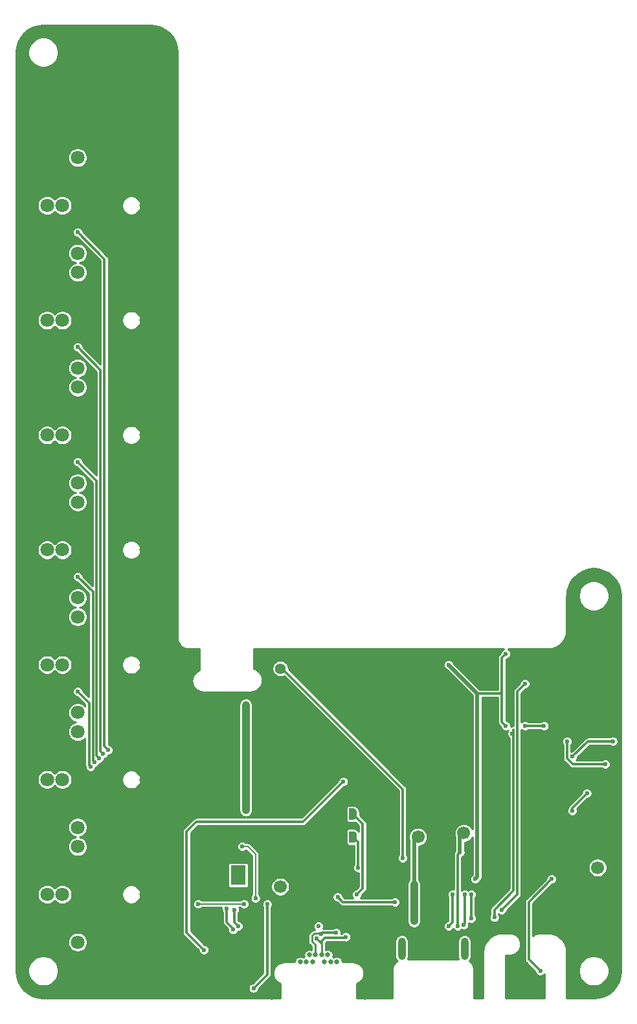
<source format=gbr>
G04 #@! TF.GenerationSoftware,KiCad,Pcbnew,(5.1.9-0-10_14)*
G04 #@! TF.CreationDate,2021-05-25T14:16:09+02:00*
G04 #@! TF.ProjectId,foodSampler_v21,666f6f64-5361-46d7-906c-65725f763231,rev?*
G04 #@! TF.SameCoordinates,Original*
G04 #@! TF.FileFunction,Copper,L2,Bot*
G04 #@! TF.FilePolarity,Positive*
%FSLAX46Y46*%
G04 Gerber Fmt 4.6, Leading zero omitted, Abs format (unit mm)*
G04 Created by KiCad (PCBNEW (5.1.9-0-10_14)) date 2021-05-25 14:16:09*
%MOMM*%
%LPD*%
G01*
G04 APERTURE LIST*
G04 #@! TA.AperFunction,WasherPad*
%ADD10C,1.800000*%
G04 #@! TD*
G04 #@! TA.AperFunction,ComponentPad*
%ADD11C,1.800000*%
G04 #@! TD*
G04 #@! TA.AperFunction,ComponentPad*
%ADD12O,1.200000X2.000000*%
G04 #@! TD*
G04 #@! TA.AperFunction,ComponentPad*
%ADD13O,1.200000X1.600000*%
G04 #@! TD*
G04 #@! TA.AperFunction,ComponentPad*
%ADD14O,1.300000X0.900000*%
G04 #@! TD*
G04 #@! TA.AperFunction,ComponentPad*
%ADD15C,0.650000*%
G04 #@! TD*
G04 #@! TA.AperFunction,ComponentPad*
%ADD16C,1.700000*%
G04 #@! TD*
G04 #@! TA.AperFunction,ComponentPad*
%ADD17C,1.400000*%
G04 #@! TD*
G04 #@! TA.AperFunction,ComponentPad*
%ADD18O,1.400000X1.400000*%
G04 #@! TD*
G04 #@! TA.AperFunction,ComponentPad*
%ADD19C,0.600000*%
G04 #@! TD*
G04 #@! TA.AperFunction,SMDPad,CuDef*
%ADD20R,1.950000X2.600000*%
G04 #@! TD*
G04 #@! TA.AperFunction,ComponentPad*
%ADD21O,1.000000X2.900000*%
G04 #@! TD*
G04 #@! TA.AperFunction,SMDPad,CuDef*
%ADD22C,0.100000*%
G04 #@! TD*
G04 #@! TA.AperFunction,ViaPad*
%ADD23C,0.600000*%
G04 #@! TD*
G04 #@! TA.AperFunction,Conductor*
%ADD24C,1.000000*%
G04 #@! TD*
G04 #@! TA.AperFunction,Conductor*
%ADD25C,0.500000*%
G04 #@! TD*
G04 #@! TA.AperFunction,Conductor*
%ADD26C,0.300000*%
G04 #@! TD*
G04 #@! TA.AperFunction,Conductor*
%ADD27C,0.250000*%
G04 #@! TD*
G04 #@! TA.AperFunction,Conductor*
%ADD28C,0.200000*%
G04 #@! TD*
G04 #@! TA.AperFunction,Conductor*
%ADD29C,0.254000*%
G04 #@! TD*
G04 #@! TA.AperFunction,Conductor*
%ADD30C,0.100000*%
G04 #@! TD*
G04 APERTURE END LIST*
D10*
X32500000Y-145000000D03*
D11*
X30500000Y-145000000D03*
X43500000Y-145000000D03*
X34500000Y-151250000D03*
X34500000Y-138750000D03*
X39500000Y-151250000D03*
X39500000Y-138750000D03*
D10*
X32500000Y-70000000D03*
D11*
X30500000Y-70000000D03*
X43500000Y-70000000D03*
X34500000Y-76250000D03*
X34500000Y-63750000D03*
X39500000Y-76250000D03*
X39500000Y-63750000D03*
D12*
X59925000Y-157750000D03*
X72075000Y-157750000D03*
D13*
X70500000Y-152150000D03*
X61500000Y-152150000D03*
D14*
X63240000Y-152900000D03*
X68760000Y-152900000D03*
D15*
X64400000Y-153800000D03*
X65200000Y-153800000D03*
X66800000Y-153800000D03*
X64800000Y-152900000D03*
X65600000Y-152900000D03*
X66400000Y-152900000D03*
X67200000Y-152900000D03*
X67600000Y-153800000D03*
X63600000Y-153800000D03*
X68400000Y-153800000D03*
D11*
X39500000Y-48750000D03*
X39500000Y-61250000D03*
X34500000Y-48750000D03*
X34500000Y-61250000D03*
X43500000Y-55000000D03*
X30500000Y-55000000D03*
D10*
X32500000Y-55000000D03*
D11*
X39500000Y-78750000D03*
X39500000Y-91250000D03*
X34500000Y-78750000D03*
X34500000Y-91250000D03*
X43500000Y-85000000D03*
X30500000Y-85000000D03*
D10*
X32500000Y-85000000D03*
D11*
X39500000Y-93750000D03*
X39500000Y-106250000D03*
X34500000Y-93750000D03*
X34500000Y-106250000D03*
X43500000Y-100000000D03*
X30500000Y-100000000D03*
D10*
X32500000Y-100000000D03*
X32500000Y-115000000D03*
D11*
X30500000Y-115000000D03*
X43500000Y-115000000D03*
X34500000Y-121250000D03*
X34500000Y-108750000D03*
X39500000Y-121250000D03*
X39500000Y-108750000D03*
X39500000Y-123750000D03*
X39500000Y-136250000D03*
X34500000Y-123750000D03*
X34500000Y-136250000D03*
X43500000Y-130000000D03*
X30500000Y-130000000D03*
D10*
X32500000Y-130000000D03*
D16*
X43000000Y-156000000D03*
D17*
X61000000Y-115500000D03*
D18*
X63540000Y-115500000D03*
D19*
X56000000Y-143400000D03*
X56000000Y-141600000D03*
X55000000Y-141600000D03*
X55000000Y-143400000D03*
X55000000Y-142500000D03*
X56000000Y-142500000D03*
D20*
X55500000Y-142500000D03*
D21*
X85100000Y-152100000D03*
X76900000Y-152100000D03*
G04 #@! TA.AperFunction,SMDPad,CuDef*
D22*
G36*
X69200000Y-135249398D02*
G01*
X69175466Y-135249398D01*
X69126635Y-135244588D01*
X69078510Y-135235016D01*
X69031555Y-135220772D01*
X68986222Y-135201995D01*
X68942949Y-135178864D01*
X68902150Y-135151604D01*
X68864221Y-135120476D01*
X68829524Y-135085779D01*
X68798396Y-135047850D01*
X68771136Y-135007051D01*
X68748005Y-134963778D01*
X68729228Y-134918445D01*
X68714984Y-134871490D01*
X68705412Y-134823365D01*
X68700602Y-134774534D01*
X68700602Y-134750000D01*
X68700000Y-134750000D01*
X68700000Y-134250000D01*
X68700602Y-134250000D01*
X68700602Y-134225466D01*
X68705412Y-134176635D01*
X68714984Y-134128510D01*
X68729228Y-134081555D01*
X68748005Y-134036222D01*
X68771136Y-133992949D01*
X68798396Y-133952150D01*
X68829524Y-133914221D01*
X68864221Y-133879524D01*
X68902150Y-133848396D01*
X68942949Y-133821136D01*
X68986222Y-133798005D01*
X69031555Y-133779228D01*
X69078510Y-133764984D01*
X69126635Y-133755412D01*
X69175466Y-133750602D01*
X69200000Y-133750602D01*
X69200000Y-133750000D01*
X69700000Y-133750000D01*
X69700000Y-135250000D01*
X69200000Y-135250000D01*
X69200000Y-135249398D01*
G37*
G04 #@! TD.AperFunction*
G04 #@! TA.AperFunction,SMDPad,CuDef*
G36*
X70000000Y-133750000D02*
G01*
X70500000Y-133750000D01*
X70500000Y-133750602D01*
X70524534Y-133750602D01*
X70573365Y-133755412D01*
X70621490Y-133764984D01*
X70668445Y-133779228D01*
X70713778Y-133798005D01*
X70757051Y-133821136D01*
X70797850Y-133848396D01*
X70835779Y-133879524D01*
X70870476Y-133914221D01*
X70901604Y-133952150D01*
X70928864Y-133992949D01*
X70951995Y-134036222D01*
X70970772Y-134081555D01*
X70985016Y-134128510D01*
X70994588Y-134176635D01*
X70999398Y-134225466D01*
X70999398Y-134250000D01*
X71000000Y-134250000D01*
X71000000Y-134750000D01*
X70999398Y-134750000D01*
X70999398Y-134774534D01*
X70994588Y-134823365D01*
X70985016Y-134871490D01*
X70970772Y-134918445D01*
X70951995Y-134963778D01*
X70928864Y-135007051D01*
X70901604Y-135047850D01*
X70870476Y-135085779D01*
X70835779Y-135120476D01*
X70797850Y-135151604D01*
X70757051Y-135178864D01*
X70713778Y-135201995D01*
X70668445Y-135220772D01*
X70621490Y-135235016D01*
X70573365Y-135244588D01*
X70524534Y-135249398D01*
X70500000Y-135249398D01*
X70500000Y-135250000D01*
X70000000Y-135250000D01*
X70000000Y-133750000D01*
G37*
G04 #@! TD.AperFunction*
G04 #@! TA.AperFunction,SMDPad,CuDef*
G36*
X70000000Y-136750000D02*
G01*
X70500000Y-136750000D01*
X70500000Y-136750602D01*
X70524534Y-136750602D01*
X70573365Y-136755412D01*
X70621490Y-136764984D01*
X70668445Y-136779228D01*
X70713778Y-136798005D01*
X70757051Y-136821136D01*
X70797850Y-136848396D01*
X70835779Y-136879524D01*
X70870476Y-136914221D01*
X70901604Y-136952150D01*
X70928864Y-136992949D01*
X70951995Y-137036222D01*
X70970772Y-137081555D01*
X70985016Y-137128510D01*
X70994588Y-137176635D01*
X70999398Y-137225466D01*
X70999398Y-137250000D01*
X71000000Y-137250000D01*
X71000000Y-137750000D01*
X70999398Y-137750000D01*
X70999398Y-137774534D01*
X70994588Y-137823365D01*
X70985016Y-137871490D01*
X70970772Y-137918445D01*
X70951995Y-137963778D01*
X70928864Y-138007051D01*
X70901604Y-138047850D01*
X70870476Y-138085779D01*
X70835779Y-138120476D01*
X70797850Y-138151604D01*
X70757051Y-138178864D01*
X70713778Y-138201995D01*
X70668445Y-138220772D01*
X70621490Y-138235016D01*
X70573365Y-138244588D01*
X70524534Y-138249398D01*
X70500000Y-138249398D01*
X70500000Y-138250000D01*
X70000000Y-138250000D01*
X70000000Y-136750000D01*
G37*
G04 #@! TD.AperFunction*
G04 #@! TA.AperFunction,SMDPad,CuDef*
G36*
X69200000Y-138249398D02*
G01*
X69175466Y-138249398D01*
X69126635Y-138244588D01*
X69078510Y-138235016D01*
X69031555Y-138220772D01*
X68986222Y-138201995D01*
X68942949Y-138178864D01*
X68902150Y-138151604D01*
X68864221Y-138120476D01*
X68829524Y-138085779D01*
X68798396Y-138047850D01*
X68771136Y-138007051D01*
X68748005Y-137963778D01*
X68729228Y-137918445D01*
X68714984Y-137871490D01*
X68705412Y-137823365D01*
X68700602Y-137774534D01*
X68700602Y-137750000D01*
X68700000Y-137750000D01*
X68700000Y-137250000D01*
X68700602Y-137250000D01*
X68700602Y-137225466D01*
X68705412Y-137176635D01*
X68714984Y-137128510D01*
X68729228Y-137081555D01*
X68748005Y-137036222D01*
X68771136Y-136992949D01*
X68798396Y-136952150D01*
X68829524Y-136914221D01*
X68864221Y-136879524D01*
X68902150Y-136848396D01*
X68942949Y-136821136D01*
X68986222Y-136798005D01*
X69031555Y-136779228D01*
X69078510Y-136764984D01*
X69126635Y-136755412D01*
X69175466Y-136750602D01*
X69200000Y-136750602D01*
X69200000Y-136750000D01*
X69700000Y-136750000D01*
X69700000Y-138250000D01*
X69200000Y-138250000D01*
X69200000Y-138249398D01*
G37*
G04 #@! TD.AperFunction*
D16*
X79000000Y-137500000D03*
X61000000Y-144000000D03*
X85000000Y-137000000D03*
X102500000Y-141500000D03*
D23*
X78500000Y-143750000D03*
X66000000Y-149150000D03*
X78500000Y-148500000D03*
X93500000Y-140000000D03*
X100500000Y-138000000D03*
X101500000Y-138000000D03*
X99000000Y-132000000D03*
X98000000Y-132000000D03*
X45750000Y-132750000D03*
X55500000Y-145650000D03*
X91000000Y-157500000D03*
X82500000Y-144074990D03*
X83000000Y-142000000D03*
X88000000Y-132000000D03*
X88000000Y-133500000D03*
X85500000Y-133500000D03*
X93000000Y-132000000D03*
X93000000Y-130000000D03*
X51000000Y-122500000D03*
X59000000Y-122500000D03*
X66500000Y-117500000D03*
X68500000Y-128500000D03*
X80000000Y-128000000D03*
X47000000Y-142000000D03*
X50000000Y-148500000D03*
X50500000Y-149500000D03*
X47000000Y-143500000D03*
X47000000Y-145000000D03*
X55000000Y-153000000D03*
X55000000Y-154000000D03*
X87500000Y-150000000D03*
X95500000Y-149000000D03*
X99500000Y-123000000D03*
X85500000Y-121000000D03*
X28000000Y-55000000D03*
X28000000Y-70000000D03*
X28000000Y-85000000D03*
X28000000Y-100000000D03*
X30000000Y-126500000D03*
X28000000Y-145000000D03*
X28000000Y-115000000D03*
X53000000Y-142500000D03*
X59000000Y-142500000D03*
X81750000Y-137250000D03*
X67250000Y-140000000D03*
X66000000Y-135750000D03*
X63500000Y-133500000D03*
X72000000Y-131500000D03*
X90000000Y-126000000D03*
X95500000Y-123000000D03*
X93000000Y-123000000D03*
X101100000Y-131800000D03*
X99200000Y-134100000D03*
X83000000Y-115000000D03*
X86500000Y-143000000D03*
X96500000Y-143000000D03*
X95000000Y-155000000D03*
X90500000Y-123000000D03*
X90500000Y-113575010D03*
X84199997Y-149150048D03*
X84500000Y-139500000D03*
X65750000Y-150750000D03*
X69571246Y-150551786D03*
X85150000Y-145000000D03*
X85000000Y-149000000D03*
X66315687Y-150184313D03*
X68315687Y-150009323D03*
X86000000Y-145000000D03*
X86000000Y-148150028D03*
X98500000Y-125000000D03*
X103500000Y-128000000D03*
X104500000Y-125000000D03*
X99222500Y-127000000D03*
X34500000Y-58500000D03*
X38500000Y-126150000D03*
X34500000Y-73500000D03*
X37844613Y-126608771D03*
X34500000Y-88500000D03*
X37315823Y-127209091D03*
X34500000Y-103500000D03*
X36727403Y-127751093D03*
X34500000Y-118500000D03*
X36174310Y-128329099D03*
X76000000Y-146000000D03*
X68500000Y-145350000D03*
X59290370Y-146290370D03*
X57500000Y-157250000D03*
X56250000Y-146250000D03*
X50250000Y-146250000D03*
X56500000Y-132750000D03*
X56500000Y-120250000D03*
X56500000Y-121250000D03*
X56500000Y-134000000D03*
X56000000Y-138750000D03*
X57750000Y-145500000D03*
X71000000Y-145000000D03*
X71150000Y-141500000D03*
X55000000Y-147000000D03*
X55500000Y-149150000D03*
X89969942Y-147021516D03*
X93000000Y-117500000D03*
X54000000Y-146850000D03*
X54844613Y-149608771D03*
X89000000Y-148000000D03*
X91350000Y-124000000D03*
X77000000Y-140250000D03*
X83500000Y-145000000D03*
X83000000Y-149150048D03*
X69250000Y-130250000D03*
X51000000Y-152250000D03*
D24*
X78500000Y-147500000D02*
X78500000Y-148500000D01*
X78500000Y-143750000D02*
X78500000Y-147500000D01*
D25*
X78500000Y-138000000D02*
X79000000Y-137500000D01*
X78500000Y-143750000D02*
X78500000Y-138000000D01*
D26*
X95500000Y-123000000D02*
X93000000Y-123000000D01*
X99200000Y-133700000D02*
X99200000Y-134100000D01*
X101100000Y-131800000D02*
X99200000Y-133700000D01*
D25*
X83000000Y-115000000D02*
X86750000Y-118750000D01*
X86750000Y-118750000D02*
X86750000Y-140250000D01*
X86750000Y-142750000D02*
X86500000Y-143000000D01*
X86750000Y-140250000D02*
X86750000Y-142750000D01*
D26*
X96500000Y-143000000D02*
X93500000Y-146000000D01*
X93500000Y-153500000D02*
X95000000Y-155000000D01*
X93500000Y-146000000D02*
X93500000Y-153500000D01*
X90500000Y-123000000D02*
X90000000Y-122500000D01*
X90000000Y-114075010D02*
X90500000Y-113575010D01*
X89750000Y-118750000D02*
X90000000Y-118500000D01*
X86750000Y-118750000D02*
X89750000Y-118750000D01*
X90000000Y-118500000D02*
X90000000Y-114075010D01*
X90000000Y-122500000D02*
X90000000Y-118500000D01*
X84199997Y-139800003D02*
X84500000Y-139500000D01*
X84199997Y-149150048D02*
X84199997Y-139800003D01*
D25*
X84500000Y-137500000D02*
X85000000Y-137000000D01*
X84500000Y-139500000D02*
X84500000Y-137500000D01*
D27*
X66400000Y-151400000D02*
X66400000Y-152900000D01*
X65750000Y-150750000D02*
X66400000Y-151400000D01*
X66400000Y-151400000D02*
X66400000Y-151100000D01*
D26*
X69463708Y-150659324D02*
X69571246Y-150551786D01*
X66840676Y-150659324D02*
X69463708Y-150659324D01*
X66400000Y-151100000D02*
X66840676Y-150659324D01*
X85150000Y-148850000D02*
X85000000Y-149000000D01*
X85150000Y-145000000D02*
X85150000Y-148850000D01*
D27*
X65124999Y-150449999D02*
X65124999Y-151124999D01*
X66175002Y-150250000D02*
X66050001Y-150124999D01*
X65449999Y-150124999D02*
X65124999Y-150449999D01*
X66315687Y-150184313D02*
X66250000Y-150250000D01*
X66050001Y-150124999D02*
X65449999Y-150124999D01*
X66250000Y-150250000D02*
X66175002Y-150250000D01*
X65600000Y-151600000D02*
X65600000Y-152900000D01*
X65124999Y-151124999D02*
X65600000Y-151600000D01*
D26*
X66490677Y-150009323D02*
X68315687Y-150009323D01*
X66315687Y-150184313D02*
X66490677Y-150009323D01*
X86000000Y-145000000D02*
X86000000Y-148150028D01*
X99260498Y-128000000D02*
X103500000Y-128000000D01*
X98500000Y-127239502D02*
X99260498Y-128000000D01*
X98500000Y-125000000D02*
X98500000Y-127239502D01*
X101222500Y-125000000D02*
X99222500Y-127000000D01*
X104500000Y-125000000D02*
X101222500Y-125000000D01*
X38000000Y-125650000D02*
X38500000Y-126150000D01*
X34500000Y-58500000D02*
X38000000Y-62000000D01*
X38000000Y-62000000D02*
X38000000Y-125650000D01*
X34500000Y-73500000D02*
X37500000Y-76500000D01*
X37500000Y-76500000D02*
X37500000Y-125000000D01*
X37500000Y-126264158D02*
X37844613Y-126608771D01*
X37500000Y-125000000D02*
X37500000Y-126264158D01*
X34500000Y-88500000D02*
X37000000Y-91000000D01*
X37000000Y-91000000D02*
X37000000Y-125500000D01*
X37000000Y-126893268D02*
X37315823Y-127209091D01*
X37000000Y-125500000D02*
X37000000Y-126893268D01*
X34500000Y-103500000D02*
X36500000Y-105500000D01*
X36500000Y-105500000D02*
X36500000Y-126000000D01*
X36500000Y-127523690D02*
X36727403Y-127751093D01*
X36500000Y-126000000D02*
X36500000Y-127523690D01*
X35999990Y-119999990D02*
X35999990Y-126999990D01*
X34500000Y-118500000D02*
X35999990Y-119999990D01*
X35999990Y-128154779D02*
X36174310Y-128329099D01*
X35999990Y-126999990D02*
X35999990Y-128154779D01*
X69150000Y-146000000D02*
X68500000Y-145350000D01*
X71500000Y-146000000D02*
X69150000Y-146000000D01*
X71000000Y-146000000D02*
X71500000Y-146000000D01*
X71500000Y-146000000D02*
X76000000Y-146000000D01*
X59290370Y-146709630D02*
X59250000Y-146750000D01*
X59290370Y-146290370D02*
X59290370Y-146709630D01*
X59290370Y-155459630D02*
X57500000Y-157250000D01*
X59290370Y-146290370D02*
X59290370Y-155459630D01*
D28*
X56250000Y-146250000D02*
X50250000Y-146250000D01*
D24*
X56500000Y-121250000D02*
X56500000Y-120250000D01*
X56500000Y-132750000D02*
X56500000Y-121250000D01*
X56500000Y-132750000D02*
X56500000Y-134000000D01*
D28*
X56000000Y-138750000D02*
X56750000Y-138750000D01*
X56750000Y-138750000D02*
X57750000Y-139750000D01*
X57750000Y-139750000D02*
X57750000Y-145500000D01*
D26*
X71800001Y-135800001D02*
X70500000Y-134500000D01*
X71800001Y-144199999D02*
X71800001Y-135800001D01*
X71000000Y-145000000D02*
X71800001Y-144199999D01*
X71150000Y-138150000D02*
X70500000Y-137500000D01*
X71150000Y-141500000D02*
X71150000Y-138150000D01*
X55000000Y-148650000D02*
X55500000Y-149150000D01*
X55000000Y-147000000D02*
X55000000Y-148650000D01*
X89969942Y-147021516D02*
X92000000Y-144991458D01*
X92000000Y-144991458D02*
X92000000Y-129000000D01*
X92000000Y-129000000D02*
X92000000Y-123500000D01*
X92000000Y-118500000D02*
X92000000Y-119500000D01*
X93000000Y-117500000D02*
X92000000Y-118500000D01*
X92000000Y-123500000D02*
X92000000Y-119500000D01*
X54844613Y-149456615D02*
X54844613Y-149608771D01*
X54000000Y-148612002D02*
X54844613Y-149456615D01*
X54000000Y-146850000D02*
X54000000Y-148612002D01*
X89000000Y-148000000D02*
X89000000Y-147000000D01*
X89000000Y-147000000D02*
X91500000Y-144500000D01*
X91500000Y-144500000D02*
X91500000Y-123500000D01*
X91500000Y-123850000D02*
X91350000Y-124000000D01*
X91500000Y-123500000D02*
X91500000Y-123850000D01*
X61000000Y-115500000D02*
X61250000Y-115500000D01*
X77000000Y-131250000D02*
X77000000Y-140250000D01*
X61250000Y-115500000D02*
X77000000Y-131250000D01*
X83500000Y-148650048D02*
X83000000Y-149150048D01*
X83500000Y-145000000D02*
X83500000Y-148650048D01*
X69250000Y-130250000D02*
X64000000Y-135500000D01*
X64000000Y-135500000D02*
X50000000Y-135500000D01*
X50000000Y-135500000D02*
X48750000Y-136750000D01*
X48750000Y-150000000D02*
X51000000Y-152250000D01*
X48750000Y-136750000D02*
X48750000Y-150000000D01*
D29*
X44687940Y-31525640D02*
X45349683Y-31725432D01*
X45960009Y-32049948D01*
X46495683Y-32486833D01*
X46936296Y-33019443D01*
X47265068Y-33627494D01*
X47469473Y-34287818D01*
X47543986Y-34996766D01*
X47544000Y-35000720D01*
X47544001Y-101977592D01*
X47544000Y-101977602D01*
X47544001Y-111522399D01*
X47545943Y-111542120D01*
X47545900Y-111548311D01*
X47546522Y-111554647D01*
X47566923Y-111748744D01*
X47575234Y-111789233D01*
X47582977Y-111829825D01*
X47584817Y-111835916D01*
X47584818Y-111835922D01*
X47584820Y-111835928D01*
X47642530Y-112022358D01*
X47658537Y-112060437D01*
X47674027Y-112098778D01*
X47677017Y-112104400D01*
X47769842Y-112276077D01*
X47792968Y-112310364D01*
X47815584Y-112344925D01*
X47819601Y-112349850D01*
X47819607Y-112349858D01*
X47819614Y-112349865D01*
X47944012Y-112500237D01*
X47973345Y-112529366D01*
X48002254Y-112558887D01*
X48007161Y-112562946D01*
X48158403Y-112686296D01*
X48192847Y-112709181D01*
X48226928Y-112732517D01*
X48232521Y-112735541D01*
X48232529Y-112735546D01*
X48232537Y-112735549D01*
X48404852Y-112827171D01*
X48443066Y-112842921D01*
X48481049Y-112859201D01*
X48487132Y-112861084D01*
X48673968Y-112917493D01*
X48714511Y-112925521D01*
X48754935Y-112934114D01*
X48761268Y-112934779D01*
X48955501Y-112953824D01*
X48955507Y-112953824D01*
X48977601Y-112956000D01*
X50444000Y-112956000D01*
X50444001Y-115722158D01*
X50368176Y-115746211D01*
X50330230Y-115762475D01*
X50291979Y-115778240D01*
X50286378Y-115781269D01*
X50115353Y-115875291D01*
X50081245Y-115898645D01*
X50046828Y-115921511D01*
X50041922Y-115925570D01*
X49892416Y-116051020D01*
X49863490Y-116080558D01*
X49834172Y-116109672D01*
X49830153Y-116114601D01*
X49830149Y-116114605D01*
X49830148Y-116114607D01*
X49707857Y-116266706D01*
X49685201Y-116301328D01*
X49662117Y-116335551D01*
X49659131Y-116341167D01*
X49659126Y-116341175D01*
X49659123Y-116341183D01*
X49568708Y-116514129D01*
X49553231Y-116552436D01*
X49537208Y-116590551D01*
X49535368Y-116596647D01*
X49480265Y-116783873D01*
X49472514Y-116824508D01*
X49464211Y-116864952D01*
X49463590Y-116871284D01*
X49463589Y-116871292D01*
X49463589Y-116871299D01*
X49445901Y-117065651D01*
X49446189Y-117106976D01*
X49445900Y-117148311D01*
X49446521Y-117154636D01*
X49446521Y-117154645D01*
X49446522Y-117154648D01*
X49466923Y-117348744D01*
X49475234Y-117389233D01*
X49482977Y-117429825D01*
X49484817Y-117435916D01*
X49484818Y-117435922D01*
X49484820Y-117435928D01*
X49542530Y-117622358D01*
X49558537Y-117660437D01*
X49574027Y-117698778D01*
X49577017Y-117704400D01*
X49669842Y-117876077D01*
X49692968Y-117910364D01*
X49715584Y-117944925D01*
X49719601Y-117949850D01*
X49719607Y-117949858D01*
X49719614Y-117949865D01*
X49844012Y-118100237D01*
X49873345Y-118129366D01*
X49902254Y-118158887D01*
X49907161Y-118162946D01*
X50058403Y-118286296D01*
X50092847Y-118309181D01*
X50126928Y-118332517D01*
X50132521Y-118335541D01*
X50132529Y-118335546D01*
X50132537Y-118335549D01*
X50304852Y-118427171D01*
X50343066Y-118442921D01*
X50381049Y-118459201D01*
X50387132Y-118461084D01*
X50573968Y-118517493D01*
X50614511Y-118525521D01*
X50654935Y-118534114D01*
X50661268Y-118534779D01*
X50855501Y-118553824D01*
X50855507Y-118553824D01*
X50877601Y-118556000D01*
X57122399Y-118556000D01*
X57145580Y-118553717D01*
X57159857Y-118553717D01*
X57166189Y-118553051D01*
X57379534Y-118529120D01*
X57419960Y-118520527D01*
X57460501Y-118512500D01*
X57466579Y-118510618D01*
X57466585Y-118510617D01*
X57466591Y-118510615D01*
X57671216Y-118445704D01*
X57709189Y-118429429D01*
X57747415Y-118413674D01*
X57753006Y-118410650D01*
X57753015Y-118410646D01*
X57753022Y-118410641D01*
X57941144Y-118307221D01*
X57975253Y-118283866D01*
X58009670Y-118261000D01*
X58014568Y-118256947D01*
X58014575Y-118256942D01*
X58014580Y-118256936D01*
X58179031Y-118118946D01*
X58207938Y-118089428D01*
X58237274Y-118060296D01*
X58241298Y-118055362D01*
X58375819Y-117888052D01*
X58398453Y-117853464D01*
X58421562Y-117819204D01*
X58424551Y-117813582D01*
X58524012Y-117623328D01*
X58539499Y-117584995D01*
X58555509Y-117546911D01*
X58557349Y-117540815D01*
X58617963Y-117334867D01*
X58625711Y-117294251D01*
X58634018Y-117253784D01*
X58634638Y-117247460D01*
X58634640Y-117247448D01*
X58634640Y-117247437D01*
X58654096Y-117033649D01*
X58653808Y-116992360D01*
X58654097Y-116950994D01*
X58653475Y-116944657D01*
X58631035Y-116731150D01*
X58622721Y-116690645D01*
X58614980Y-116650065D01*
X58613143Y-116643983D01*
X58613141Y-116643972D01*
X58613137Y-116643962D01*
X58549655Y-116438889D01*
X58533645Y-116400803D01*
X58518158Y-116362470D01*
X58515169Y-116356848D01*
X58413061Y-116168004D01*
X58389932Y-116133713D01*
X58367321Y-116099158D01*
X58363304Y-116094234D01*
X58363296Y-116094222D01*
X58363287Y-116094213D01*
X58226453Y-115928808D01*
X58197121Y-115899679D01*
X58168209Y-115870155D01*
X58163309Y-115866102D01*
X58163305Y-115866098D01*
X58163301Y-115866095D01*
X57996936Y-115730412D01*
X57962507Y-115707537D01*
X57928411Y-115684191D01*
X57922813Y-115681164D01*
X57922805Y-115681160D01*
X57733257Y-115580375D01*
X57695021Y-115564615D01*
X57657059Y-115548344D01*
X57650976Y-115546461D01*
X57556000Y-115517786D01*
X57556000Y-115393531D01*
X59919000Y-115393531D01*
X59919000Y-115606469D01*
X59960543Y-115815316D01*
X60042031Y-116012045D01*
X60160333Y-116189097D01*
X60310903Y-116339667D01*
X60487955Y-116457969D01*
X60684684Y-116539457D01*
X60893531Y-116581000D01*
X61106469Y-116581000D01*
X61315316Y-116539457D01*
X61473139Y-116474085D01*
X76469000Y-131469948D01*
X76469001Y-139818929D01*
X76396506Y-139927426D01*
X76345171Y-140051360D01*
X76319000Y-140182927D01*
X76319000Y-140317073D01*
X76345171Y-140448640D01*
X76396506Y-140572574D01*
X76471033Y-140684112D01*
X76565888Y-140778967D01*
X76677426Y-140853494D01*
X76801360Y-140904829D01*
X76932927Y-140931000D01*
X77067073Y-140931000D01*
X77198640Y-140904829D01*
X77322574Y-140853494D01*
X77434112Y-140778967D01*
X77528967Y-140684112D01*
X77603494Y-140572574D01*
X77654829Y-140448640D01*
X77681000Y-140317073D01*
X77681000Y-140182927D01*
X77654829Y-140051360D01*
X77603494Y-139927426D01*
X77531000Y-139818931D01*
X77531000Y-131276074D01*
X77533568Y-131250000D01*
X77531000Y-131223926D01*
X77531000Y-131223916D01*
X77523317Y-131145906D01*
X77492953Y-131045812D01*
X77445044Y-130956180D01*
X77443646Y-130953564D01*
X77393918Y-130892970D01*
X77393912Y-130892964D01*
X77377290Y-130872710D01*
X77357036Y-130856088D01*
X62081000Y-115580054D01*
X62081000Y-115393531D01*
X62039457Y-115184684D01*
X61957969Y-114987955D01*
X61839667Y-114810903D01*
X61689097Y-114660333D01*
X61512045Y-114542031D01*
X61315316Y-114460543D01*
X61106469Y-114419000D01*
X60893531Y-114419000D01*
X60684684Y-114460543D01*
X60487955Y-114542031D01*
X60310903Y-114660333D01*
X60160333Y-114810903D01*
X60042031Y-114987955D01*
X59960543Y-115184684D01*
X59919000Y-115393531D01*
X57556000Y-115393531D01*
X57556000Y-112956000D01*
X90214885Y-112956000D01*
X90177426Y-112971516D01*
X90065888Y-113046043D01*
X89971033Y-113140898D01*
X89896506Y-113252436D01*
X89845171Y-113376370D01*
X89819714Y-113504350D01*
X89642970Y-113681094D01*
X89622711Y-113697720D01*
X89606084Y-113717980D01*
X89606083Y-113717981D01*
X89556354Y-113778575D01*
X89507047Y-113870823D01*
X89476684Y-113970917D01*
X89466432Y-114075010D01*
X89469001Y-114101094D01*
X89469000Y-118219000D01*
X87111369Y-118219000D01*
X83627323Y-114734955D01*
X83603494Y-114677426D01*
X83528967Y-114565888D01*
X83434112Y-114471033D01*
X83322574Y-114396506D01*
X83198640Y-114345171D01*
X83067073Y-114319000D01*
X82932927Y-114319000D01*
X82801360Y-114345171D01*
X82677426Y-114396506D01*
X82565888Y-114471033D01*
X82471033Y-114565888D01*
X82396506Y-114677426D01*
X82345171Y-114801360D01*
X82319000Y-114932927D01*
X82319000Y-115067073D01*
X82345171Y-115198640D01*
X82396506Y-115322574D01*
X82471033Y-115434112D01*
X82565888Y-115528967D01*
X82677426Y-115603494D01*
X82734955Y-115627323D01*
X86119000Y-119011369D01*
X86119001Y-136484750D01*
X86090898Y-136416903D01*
X85956180Y-136215283D01*
X85784717Y-136043820D01*
X85583097Y-135909102D01*
X85359069Y-135816307D01*
X85121243Y-135769000D01*
X84878757Y-135769000D01*
X84640931Y-135816307D01*
X84416903Y-135909102D01*
X84215283Y-136043820D01*
X84043820Y-136215283D01*
X83909102Y-136416903D01*
X83816307Y-136640931D01*
X83769000Y-136878757D01*
X83769000Y-137121243D01*
X83816307Y-137359069D01*
X83867626Y-137482964D01*
X83865948Y-137500000D01*
X83869001Y-137531000D01*
X83869000Y-139243831D01*
X83845171Y-139301360D01*
X83820495Y-139425409D01*
X83806081Y-139442973D01*
X83806080Y-139442974D01*
X83756351Y-139503568D01*
X83707044Y-139595816D01*
X83688876Y-139655707D01*
X83676681Y-139695909D01*
X83672078Y-139742642D01*
X83666429Y-139800003D01*
X83668998Y-139826087D01*
X83668998Y-144339275D01*
X83567073Y-144319000D01*
X83432927Y-144319000D01*
X83301360Y-144345171D01*
X83177426Y-144396506D01*
X83065888Y-144471033D01*
X82971033Y-144565888D01*
X82896506Y-144677426D01*
X82845171Y-144801360D01*
X82819000Y-144932927D01*
X82819000Y-145067073D01*
X82845171Y-145198640D01*
X82896506Y-145322574D01*
X82969000Y-145431070D01*
X82969001Y-148430100D01*
X82929339Y-148469762D01*
X82801360Y-148495219D01*
X82677426Y-148546554D01*
X82565888Y-148621081D01*
X82471033Y-148715936D01*
X82396506Y-148827474D01*
X82345171Y-148951408D01*
X82319000Y-149082975D01*
X82319000Y-149217121D01*
X82345171Y-149348688D01*
X82396506Y-149472622D01*
X82471033Y-149584160D01*
X82565888Y-149679015D01*
X82677426Y-149753542D01*
X82801360Y-149804877D01*
X82932927Y-149831048D01*
X83067073Y-149831048D01*
X83198640Y-149804877D01*
X83322574Y-149753542D01*
X83434112Y-149679015D01*
X83528967Y-149584160D01*
X83599998Y-149477853D01*
X83671030Y-149584160D01*
X83765885Y-149679015D01*
X83877423Y-149753542D01*
X84001357Y-149804877D01*
X84132924Y-149831048D01*
X84267070Y-149831048D01*
X84398637Y-149804877D01*
X84522571Y-149753542D01*
X84634109Y-149679015D01*
X84700198Y-149612926D01*
X84801360Y-149654829D01*
X84932927Y-149681000D01*
X85067073Y-149681000D01*
X85198640Y-149654829D01*
X85322574Y-149603494D01*
X85434112Y-149528967D01*
X85528967Y-149434112D01*
X85603494Y-149322574D01*
X85654829Y-149198640D01*
X85681000Y-149067073D01*
X85681000Y-148932927D01*
X85677256Y-148914103D01*
X85681000Y-148876084D01*
X85681000Y-148876075D01*
X85683568Y-148850001D01*
X85681000Y-148823927D01*
X85681000Y-148755002D01*
X85801360Y-148804857D01*
X85932927Y-148831028D01*
X86067073Y-148831028D01*
X86198640Y-148804857D01*
X86322574Y-148753522D01*
X86434112Y-148678995D01*
X86528967Y-148584140D01*
X86603494Y-148472602D01*
X86654829Y-148348668D01*
X86681000Y-148217101D01*
X86681000Y-148082955D01*
X86654829Y-147951388D01*
X86603494Y-147827454D01*
X86531000Y-147718959D01*
X86531000Y-145431069D01*
X86603494Y-145322574D01*
X86654829Y-145198640D01*
X86681000Y-145067073D01*
X86681000Y-144932927D01*
X86654829Y-144801360D01*
X86603494Y-144677426D01*
X86528967Y-144565888D01*
X86434112Y-144471033D01*
X86322574Y-144396506D01*
X86198640Y-144345171D01*
X86067073Y-144319000D01*
X85932927Y-144319000D01*
X85801360Y-144345171D01*
X85677426Y-144396506D01*
X85575000Y-144464945D01*
X85472574Y-144396506D01*
X85348640Y-144345171D01*
X85217073Y-144319000D01*
X85082927Y-144319000D01*
X84951360Y-144345171D01*
X84827426Y-144396506D01*
X84730997Y-144460938D01*
X84730997Y-140141426D01*
X84822574Y-140103494D01*
X84934112Y-140028967D01*
X85028967Y-139934112D01*
X85103494Y-139822574D01*
X85154829Y-139698640D01*
X85181000Y-139567073D01*
X85181000Y-139432927D01*
X85154829Y-139301360D01*
X85131000Y-139243832D01*
X85131000Y-138229059D01*
X85359069Y-138183693D01*
X85583097Y-138090898D01*
X85784717Y-137956180D01*
X85956180Y-137784717D01*
X86090898Y-137583097D01*
X86119001Y-137515250D01*
X86119001Y-140218993D01*
X86119000Y-140219003D01*
X86119001Y-142435544D01*
X86065888Y-142471033D01*
X85971033Y-142565888D01*
X85896506Y-142677426D01*
X85845171Y-142801360D01*
X85819000Y-142932927D01*
X85819000Y-143067073D01*
X85845171Y-143198640D01*
X85896506Y-143322574D01*
X85971033Y-143434112D01*
X86065888Y-143528967D01*
X86177426Y-143603494D01*
X86301360Y-143654829D01*
X86432927Y-143681000D01*
X86567073Y-143681000D01*
X86698640Y-143654829D01*
X86822574Y-143603494D01*
X86934112Y-143528967D01*
X87028967Y-143434112D01*
X87103494Y-143322574D01*
X87127324Y-143265043D01*
X87174258Y-143218109D01*
X87198343Y-143198343D01*
X87277196Y-143102261D01*
X87335789Y-142992642D01*
X87371870Y-142873698D01*
X87381000Y-142780998D01*
X87381000Y-142780989D01*
X87384052Y-142750001D01*
X87381000Y-142719013D01*
X87381000Y-119281000D01*
X89469001Y-119281000D01*
X89469000Y-122473926D01*
X89466432Y-122500000D01*
X89469000Y-122526074D01*
X89469000Y-122526083D01*
X89476683Y-122604093D01*
X89507047Y-122704187D01*
X89556354Y-122796435D01*
X89622710Y-122877290D01*
X89642975Y-122893921D01*
X89819714Y-123070660D01*
X89845171Y-123198640D01*
X89896506Y-123322574D01*
X89971033Y-123434112D01*
X90065888Y-123528967D01*
X90177426Y-123603494D01*
X90301360Y-123654829D01*
X90432927Y-123681000D01*
X90567073Y-123681000D01*
X90698640Y-123654829D01*
X90785700Y-123618768D01*
X90746506Y-123677426D01*
X90695171Y-123801360D01*
X90669000Y-123932927D01*
X90669000Y-124067073D01*
X90695171Y-124198640D01*
X90746506Y-124322574D01*
X90821033Y-124434112D01*
X90915888Y-124528967D01*
X90969001Y-124564456D01*
X90969000Y-144280053D01*
X88642971Y-146606083D01*
X88622711Y-146622710D01*
X88606084Y-146642970D01*
X88606083Y-146642971D01*
X88556354Y-146703565D01*
X88507047Y-146795813D01*
X88498522Y-146823917D01*
X88477304Y-146893864D01*
X88476684Y-146895907D01*
X88466432Y-147000000D01*
X88469001Y-147026084D01*
X88469000Y-147568930D01*
X88396506Y-147677426D01*
X88345171Y-147801360D01*
X88319000Y-147932927D01*
X88319000Y-148067073D01*
X88345171Y-148198640D01*
X88396506Y-148322574D01*
X88471033Y-148434112D01*
X88565888Y-148528967D01*
X88677426Y-148603494D01*
X88801360Y-148654829D01*
X88932927Y-148681000D01*
X89067073Y-148681000D01*
X89198640Y-148654829D01*
X89322574Y-148603494D01*
X89434112Y-148528967D01*
X89528967Y-148434112D01*
X89603494Y-148322574D01*
X89654829Y-148198640D01*
X89681000Y-148067073D01*
X89681000Y-147932927D01*
X89654829Y-147801360D01*
X89603494Y-147677426D01*
X89531000Y-147568931D01*
X89531000Y-147545653D01*
X89535830Y-147550483D01*
X89647368Y-147625010D01*
X89771302Y-147676345D01*
X89902869Y-147702516D01*
X90037015Y-147702516D01*
X90168582Y-147676345D01*
X90292516Y-147625010D01*
X90404054Y-147550483D01*
X90498909Y-147455628D01*
X90573436Y-147344090D01*
X90624771Y-147220156D01*
X90650229Y-147092176D01*
X92357036Y-145385370D01*
X92377290Y-145368748D01*
X92393912Y-145348494D01*
X92393918Y-145348488D01*
X92443646Y-145287894D01*
X92492953Y-145195646D01*
X92508070Y-145145813D01*
X92523317Y-145095552D01*
X92531000Y-145017542D01*
X92531000Y-145017532D01*
X92533568Y-144991458D01*
X92531000Y-144965384D01*
X92531000Y-141378757D01*
X101269000Y-141378757D01*
X101269000Y-141621243D01*
X101316307Y-141859069D01*
X101409102Y-142083097D01*
X101543820Y-142284717D01*
X101715283Y-142456180D01*
X101916903Y-142590898D01*
X102140931Y-142683693D01*
X102378757Y-142731000D01*
X102621243Y-142731000D01*
X102859069Y-142683693D01*
X103083097Y-142590898D01*
X103284717Y-142456180D01*
X103456180Y-142284717D01*
X103590898Y-142083097D01*
X103683693Y-141859069D01*
X103731000Y-141621243D01*
X103731000Y-141378757D01*
X103683693Y-141140931D01*
X103590898Y-140916903D01*
X103456180Y-140715283D01*
X103284717Y-140543820D01*
X103083097Y-140409102D01*
X102859069Y-140316307D01*
X102621243Y-140269000D01*
X102378757Y-140269000D01*
X102140931Y-140316307D01*
X101916903Y-140409102D01*
X101715283Y-140543820D01*
X101543820Y-140715283D01*
X101409102Y-140916903D01*
X101316307Y-141140931D01*
X101269000Y-141378757D01*
X92531000Y-141378757D01*
X92531000Y-134032927D01*
X98519000Y-134032927D01*
X98519000Y-134167073D01*
X98545171Y-134298640D01*
X98596506Y-134422574D01*
X98671033Y-134534112D01*
X98765888Y-134628967D01*
X98877426Y-134703494D01*
X99001360Y-134754829D01*
X99132927Y-134781000D01*
X99267073Y-134781000D01*
X99398640Y-134754829D01*
X99522574Y-134703494D01*
X99634112Y-134628967D01*
X99728967Y-134534112D01*
X99803494Y-134422574D01*
X99854829Y-134298640D01*
X99881000Y-134167073D01*
X99881000Y-134032927D01*
X99854829Y-133901360D01*
X99824004Y-133826942D01*
X101170661Y-132480286D01*
X101298640Y-132454829D01*
X101422574Y-132403494D01*
X101534112Y-132328967D01*
X101628967Y-132234112D01*
X101703494Y-132122574D01*
X101754829Y-131998640D01*
X101781000Y-131867073D01*
X101781000Y-131732927D01*
X101754829Y-131601360D01*
X101703494Y-131477426D01*
X101628967Y-131365888D01*
X101534112Y-131271033D01*
X101422574Y-131196506D01*
X101298640Y-131145171D01*
X101167073Y-131119000D01*
X101032927Y-131119000D01*
X100901360Y-131145171D01*
X100777426Y-131196506D01*
X100665888Y-131271033D01*
X100571033Y-131365888D01*
X100496506Y-131477426D01*
X100445171Y-131601360D01*
X100419714Y-131729339D01*
X98842975Y-133306079D01*
X98822710Y-133322710D01*
X98756354Y-133403565D01*
X98707047Y-133495813D01*
X98676683Y-133595907D01*
X98669576Y-133668069D01*
X98596506Y-133777426D01*
X98545171Y-133901360D01*
X98519000Y-134032927D01*
X92531000Y-134032927D01*
X92531000Y-124932927D01*
X97819000Y-124932927D01*
X97819000Y-125067073D01*
X97845171Y-125198640D01*
X97896506Y-125322574D01*
X97969000Y-125431070D01*
X97969001Y-127213418D01*
X97966432Y-127239502D01*
X97976684Y-127343595D01*
X98007047Y-127443689D01*
X98056354Y-127535937D01*
X98080935Y-127565888D01*
X98122711Y-127616792D01*
X98142970Y-127633418D01*
X98866585Y-128357035D01*
X98883208Y-128377290D01*
X98903462Y-128393912D01*
X98903468Y-128393918D01*
X98964062Y-128443646D01*
X99025871Y-128476683D01*
X99056310Y-128492953D01*
X99156404Y-128523317D01*
X99234414Y-128531000D01*
X99234424Y-128531000D01*
X99260498Y-128533568D01*
X99286572Y-128531000D01*
X103068931Y-128531000D01*
X103177426Y-128603494D01*
X103301360Y-128654829D01*
X103432927Y-128681000D01*
X103567073Y-128681000D01*
X103698640Y-128654829D01*
X103822574Y-128603494D01*
X103934112Y-128528967D01*
X104028967Y-128434112D01*
X104103494Y-128322574D01*
X104154829Y-128198640D01*
X104181000Y-128067073D01*
X104181000Y-127932927D01*
X104154829Y-127801360D01*
X104103494Y-127677426D01*
X104028967Y-127565888D01*
X103934112Y-127471033D01*
X103822574Y-127396506D01*
X103698640Y-127345171D01*
X103567073Y-127319000D01*
X103432927Y-127319000D01*
X103301360Y-127345171D01*
X103177426Y-127396506D01*
X103068931Y-127469000D01*
X99716579Y-127469000D01*
X99751467Y-127434112D01*
X99825994Y-127322574D01*
X99877329Y-127198640D01*
X99902787Y-127070660D01*
X101442447Y-125531000D01*
X104068931Y-125531000D01*
X104177426Y-125603494D01*
X104301360Y-125654829D01*
X104432927Y-125681000D01*
X104567073Y-125681000D01*
X104698640Y-125654829D01*
X104822574Y-125603494D01*
X104934112Y-125528967D01*
X105028967Y-125434112D01*
X105103494Y-125322574D01*
X105154829Y-125198640D01*
X105181000Y-125067073D01*
X105181000Y-124932927D01*
X105154829Y-124801360D01*
X105103494Y-124677426D01*
X105028967Y-124565888D01*
X104934112Y-124471033D01*
X104822574Y-124396506D01*
X104698640Y-124345171D01*
X104567073Y-124319000D01*
X104432927Y-124319000D01*
X104301360Y-124345171D01*
X104177426Y-124396506D01*
X104068931Y-124469000D01*
X101248573Y-124469000D01*
X101222499Y-124466432D01*
X101196425Y-124469000D01*
X101196416Y-124469000D01*
X101118406Y-124476683D01*
X101018312Y-124507047D01*
X100926064Y-124556354D01*
X100913592Y-124566590D01*
X100845210Y-124622710D01*
X100828583Y-124642970D01*
X99151840Y-126319713D01*
X99031000Y-126343751D01*
X99031000Y-125431069D01*
X99103494Y-125322574D01*
X99154829Y-125198640D01*
X99181000Y-125067073D01*
X99181000Y-124932927D01*
X99154829Y-124801360D01*
X99103494Y-124677426D01*
X99028967Y-124565888D01*
X98934112Y-124471033D01*
X98822574Y-124396506D01*
X98698640Y-124345171D01*
X98567073Y-124319000D01*
X98432927Y-124319000D01*
X98301360Y-124345171D01*
X98177426Y-124396506D01*
X98065888Y-124471033D01*
X97971033Y-124565888D01*
X97896506Y-124677426D01*
X97845171Y-124801360D01*
X97819000Y-124932927D01*
X92531000Y-124932927D01*
X92531000Y-123494079D01*
X92565888Y-123528967D01*
X92677426Y-123603494D01*
X92801360Y-123654829D01*
X92932927Y-123681000D01*
X93067073Y-123681000D01*
X93198640Y-123654829D01*
X93322574Y-123603494D01*
X93431069Y-123531000D01*
X95068931Y-123531000D01*
X95177426Y-123603494D01*
X95301360Y-123654829D01*
X95432927Y-123681000D01*
X95567073Y-123681000D01*
X95698640Y-123654829D01*
X95822574Y-123603494D01*
X95934112Y-123528967D01*
X96028967Y-123434112D01*
X96103494Y-123322574D01*
X96154829Y-123198640D01*
X96181000Y-123067073D01*
X96181000Y-122932927D01*
X96154829Y-122801360D01*
X96103494Y-122677426D01*
X96028967Y-122565888D01*
X95934112Y-122471033D01*
X95822574Y-122396506D01*
X95698640Y-122345171D01*
X95567073Y-122319000D01*
X95432927Y-122319000D01*
X95301360Y-122345171D01*
X95177426Y-122396506D01*
X95068931Y-122469000D01*
X93431069Y-122469000D01*
X93322574Y-122396506D01*
X93198640Y-122345171D01*
X93067073Y-122319000D01*
X92932927Y-122319000D01*
X92801360Y-122345171D01*
X92677426Y-122396506D01*
X92565888Y-122471033D01*
X92531000Y-122505921D01*
X92531000Y-118719946D01*
X93070661Y-118180286D01*
X93198640Y-118154829D01*
X93322574Y-118103494D01*
X93434112Y-118028967D01*
X93528967Y-117934112D01*
X93603494Y-117822574D01*
X93654829Y-117698640D01*
X93681000Y-117567073D01*
X93681000Y-117432927D01*
X93654829Y-117301360D01*
X93603494Y-117177426D01*
X93528967Y-117065888D01*
X93434112Y-116971033D01*
X93322574Y-116896506D01*
X93198640Y-116845171D01*
X93067073Y-116819000D01*
X92932927Y-116819000D01*
X92801360Y-116845171D01*
X92677426Y-116896506D01*
X92565888Y-116971033D01*
X92471033Y-117065888D01*
X92396506Y-117177426D01*
X92345171Y-117301360D01*
X92319714Y-117429339D01*
X91642975Y-118106079D01*
X91622710Y-118122710D01*
X91556354Y-118203565D01*
X91507047Y-118295813D01*
X91476683Y-118395907D01*
X91469000Y-118473917D01*
X91469000Y-118473926D01*
X91466432Y-118500000D01*
X91469000Y-118526075D01*
X91469001Y-119473916D01*
X91469000Y-122969484D01*
X91395906Y-122976683D01*
X91295812Y-123007047D01*
X91203565Y-123056354D01*
X91179146Y-123076394D01*
X91181000Y-123067073D01*
X91181000Y-122932927D01*
X91154829Y-122801360D01*
X91103494Y-122677426D01*
X91028967Y-122565888D01*
X90934112Y-122471033D01*
X90822574Y-122396506D01*
X90698640Y-122345171D01*
X90570660Y-122319714D01*
X90531000Y-122280053D01*
X90531000Y-118526075D01*
X90533568Y-118500001D01*
X90531000Y-118473927D01*
X90531000Y-114294957D01*
X90570660Y-114255296D01*
X90698640Y-114229839D01*
X90822574Y-114178504D01*
X90934112Y-114103977D01*
X91028967Y-114009122D01*
X91103494Y-113897584D01*
X91154829Y-113773650D01*
X91181000Y-113642083D01*
X91181000Y-113507937D01*
X91154829Y-113376370D01*
X91103494Y-113252436D01*
X91028967Y-113140898D01*
X90934112Y-113046043D01*
X90822574Y-112971516D01*
X90785115Y-112956000D01*
X96022399Y-112956000D01*
X96042829Y-112953988D01*
X96055292Y-112954075D01*
X96061628Y-112953453D01*
X96449821Y-112912652D01*
X96490289Y-112904345D01*
X96530904Y-112896598D01*
X96536999Y-112894757D01*
X96909874Y-112779333D01*
X96947964Y-112763322D01*
X96986294Y-112747836D01*
X96991911Y-112744848D01*
X96991916Y-112744846D01*
X96991920Y-112744843D01*
X97335270Y-112559195D01*
X97369573Y-112536058D01*
X97404118Y-112513453D01*
X97409045Y-112509435D01*
X97409052Y-112509430D01*
X97409058Y-112509424D01*
X97709807Y-112260622D01*
X97738936Y-112231289D01*
X97768457Y-112202380D01*
X97772516Y-112197474D01*
X98019216Y-111894989D01*
X98042084Y-111860571D01*
X98065438Y-111826464D01*
X98068466Y-111820863D01*
X98251716Y-111476221D01*
X98267475Y-111437988D01*
X98283747Y-111400022D01*
X98285628Y-111393947D01*
X98285630Y-111393941D01*
X98285631Y-111393935D01*
X98398448Y-111020268D01*
X98406474Y-110979735D01*
X98415069Y-110939299D01*
X98415734Y-110932967D01*
X98453824Y-110544498D01*
X98453824Y-110544493D01*
X98456000Y-110522399D01*
X98456000Y-106022305D01*
X98477317Y-105804889D01*
X100019000Y-105804889D01*
X100019000Y-106195111D01*
X100095129Y-106577836D01*
X100244461Y-106938355D01*
X100461257Y-107262814D01*
X100737186Y-107538743D01*
X101061645Y-107755539D01*
X101422164Y-107904871D01*
X101804889Y-107981000D01*
X102195111Y-107981000D01*
X102577836Y-107904871D01*
X102938355Y-107755539D01*
X103262814Y-107538743D01*
X103538743Y-107262814D01*
X103755539Y-106938355D01*
X103904871Y-106577836D01*
X103981000Y-106195111D01*
X103981000Y-105804889D01*
X103904871Y-105422164D01*
X103755539Y-105061645D01*
X103538743Y-104737186D01*
X103262814Y-104461257D01*
X102938355Y-104244461D01*
X102577836Y-104095129D01*
X102195111Y-104019000D01*
X101804889Y-104019000D01*
X101422164Y-104095129D01*
X101061645Y-104244461D01*
X100737186Y-104461257D01*
X100461257Y-104737186D01*
X100244461Y-105061645D01*
X100095129Y-105422164D01*
X100019000Y-105804889D01*
X98477317Y-105804889D01*
X98525640Y-105312060D01*
X98725432Y-104650317D01*
X99049948Y-104039991D01*
X99486833Y-103504317D01*
X100019443Y-103063704D01*
X100627494Y-102734932D01*
X101287818Y-102530527D01*
X101987629Y-102456974D01*
X102687940Y-102525640D01*
X103349683Y-102725432D01*
X103960009Y-103049948D01*
X104495683Y-103486833D01*
X104936296Y-104019443D01*
X105265068Y-104627494D01*
X105469473Y-105287818D01*
X105543986Y-105996766D01*
X105544000Y-106000720D01*
X105544001Y-154977684D01*
X105474360Y-155687942D01*
X105274569Y-156349681D01*
X104950052Y-156960009D01*
X104513166Y-157495684D01*
X103980560Y-157936294D01*
X103372506Y-158265068D01*
X102712180Y-158469473D01*
X102003235Y-158543986D01*
X101999280Y-158544000D01*
X98456000Y-158544000D01*
X98456000Y-154804889D01*
X100019000Y-154804889D01*
X100019000Y-155195111D01*
X100095129Y-155577836D01*
X100244461Y-155938355D01*
X100461257Y-156262814D01*
X100737186Y-156538743D01*
X101061645Y-156755539D01*
X101422164Y-156904871D01*
X101804889Y-156981000D01*
X102195111Y-156981000D01*
X102577836Y-156904871D01*
X102938355Y-156755539D01*
X103262814Y-156538743D01*
X103538743Y-156262814D01*
X103755539Y-155938355D01*
X103904871Y-155577836D01*
X103981000Y-155195111D01*
X103981000Y-154804889D01*
X103904871Y-154422164D01*
X103755539Y-154061645D01*
X103538743Y-153737186D01*
X103262814Y-153461257D01*
X102938355Y-153244461D01*
X102577836Y-153095129D01*
X102195111Y-153019000D01*
X101804889Y-153019000D01*
X101422164Y-153095129D01*
X101061645Y-153244461D01*
X100737186Y-153461257D01*
X100461257Y-153737186D01*
X100244461Y-154061645D01*
X100095129Y-154422164D01*
X100019000Y-154804889D01*
X98456000Y-154804889D01*
X98456000Y-152477601D01*
X98453988Y-152457171D01*
X98454075Y-152444708D01*
X98453453Y-152438371D01*
X98412652Y-152050179D01*
X98404345Y-152009711D01*
X98396598Y-151969096D01*
X98394757Y-151963001D01*
X98279333Y-151590126D01*
X98263322Y-151552036D01*
X98247836Y-151513706D01*
X98244846Y-151508085D01*
X98244846Y-151508084D01*
X98244843Y-151508080D01*
X98059195Y-151164730D01*
X98036069Y-151130443D01*
X98013453Y-151095882D01*
X98009436Y-151090957D01*
X98009430Y-151090949D01*
X98009423Y-151090942D01*
X97760622Y-150790193D01*
X97731291Y-150761066D01*
X97702380Y-150731542D01*
X97697479Y-150727489D01*
X97697473Y-150727483D01*
X97697466Y-150727479D01*
X97394989Y-150480783D01*
X97360549Y-150457902D01*
X97326463Y-150434562D01*
X97320862Y-150431534D01*
X96976221Y-150248284D01*
X96938006Y-150232533D01*
X96900021Y-150216252D01*
X96893943Y-150214371D01*
X96893937Y-150214369D01*
X96520267Y-150101552D01*
X96479750Y-150093529D01*
X96439300Y-150084931D01*
X96432967Y-150084266D01*
X96044498Y-150046176D01*
X96044493Y-150046176D01*
X96022399Y-150044000D01*
X94977601Y-150044000D01*
X94954521Y-150046273D01*
X94941540Y-150046273D01*
X94935208Y-150046939D01*
X94741258Y-150068694D01*
X94700841Y-150077285D01*
X94660288Y-150085314D01*
X94654214Y-150087195D01*
X94654207Y-150087197D01*
X94654201Y-150087200D01*
X94468176Y-150146211D01*
X94430230Y-150162475D01*
X94391979Y-150178240D01*
X94386378Y-150181269D01*
X94215353Y-150275291D01*
X94181245Y-150298645D01*
X94146828Y-150321511D01*
X94141922Y-150325570D01*
X94031000Y-150418644D01*
X94031000Y-146219946D01*
X96570662Y-143680286D01*
X96698640Y-143654829D01*
X96822574Y-143603494D01*
X96934112Y-143528967D01*
X97028967Y-143434112D01*
X97103494Y-143322574D01*
X97154829Y-143198640D01*
X97181000Y-143067073D01*
X97181000Y-142932927D01*
X97154829Y-142801360D01*
X97103494Y-142677426D01*
X97028967Y-142565888D01*
X96934112Y-142471033D01*
X96822574Y-142396506D01*
X96698640Y-142345171D01*
X96567073Y-142319000D01*
X96432927Y-142319000D01*
X96301360Y-142345171D01*
X96177426Y-142396506D01*
X96065888Y-142471033D01*
X95971033Y-142565888D01*
X95896506Y-142677426D01*
X95845171Y-142801360D01*
X95819714Y-142929338D01*
X93142975Y-145606079D01*
X93122710Y-145622710D01*
X93056354Y-145703565D01*
X93007047Y-145795813D01*
X92976683Y-145895907D01*
X92969000Y-145973917D01*
X92969000Y-145973926D01*
X92966432Y-146000000D01*
X92969000Y-146026074D01*
X92969001Y-153473916D01*
X92966432Y-153500000D01*
X92969001Y-153526084D01*
X92976684Y-153604094D01*
X92980550Y-153616839D01*
X93007047Y-153704187D01*
X93056354Y-153796435D01*
X93104848Y-153855524D01*
X93122711Y-153877290D01*
X93142971Y-153893917D01*
X94319714Y-155070660D01*
X94345171Y-155198640D01*
X94396506Y-155322574D01*
X94471033Y-155434112D01*
X94565888Y-155528967D01*
X94677426Y-155603494D01*
X94801360Y-155654829D01*
X94932927Y-155681000D01*
X95067073Y-155681000D01*
X95198640Y-155654829D01*
X95322574Y-155603494D01*
X95434112Y-155528967D01*
X95528967Y-155434112D01*
X95544000Y-155411613D01*
X95544001Y-158544000D01*
X90456000Y-158544000D01*
X90456000Y-152956000D01*
X91022399Y-152956000D01*
X91045479Y-152953727D01*
X91058460Y-152953727D01*
X91064792Y-152953061D01*
X91258742Y-152931306D01*
X91299159Y-152922715D01*
X91339712Y-152914686D01*
X91345786Y-152912805D01*
X91345793Y-152912803D01*
X91345799Y-152912800D01*
X91531825Y-152853789D01*
X91569834Y-152837499D01*
X91608021Y-152821759D01*
X91613622Y-152818731D01*
X91784647Y-152724709D01*
X91818755Y-152701355D01*
X91853172Y-152678489D01*
X91858078Y-152674430D01*
X92007584Y-152548980D01*
X92036510Y-152519442D01*
X92065828Y-152490328D01*
X92069852Y-152485394D01*
X92192143Y-152333294D01*
X92214787Y-152298691D01*
X92237883Y-152264450D01*
X92240866Y-152258838D01*
X92240874Y-152258826D01*
X92240879Y-152258814D01*
X92331292Y-152085872D01*
X92346775Y-152047552D01*
X92362792Y-152009449D01*
X92364632Y-152003353D01*
X92419734Y-151816128D01*
X92427479Y-151775529D01*
X92435789Y-151735048D01*
X92436410Y-151728711D01*
X92436411Y-151728708D01*
X92436411Y-151728701D01*
X92454099Y-151534349D01*
X92453811Y-151493024D01*
X92454100Y-151451689D01*
X92453479Y-151445363D01*
X92453479Y-151445356D01*
X92453478Y-151445350D01*
X92433077Y-151251256D01*
X92424766Y-151210767D01*
X92417023Y-151170175D01*
X92415182Y-151164079D01*
X92357470Y-150977642D01*
X92341459Y-150939552D01*
X92325973Y-150901222D01*
X92322983Y-150895600D01*
X92322983Y-150895599D01*
X92322980Y-150895595D01*
X92230158Y-150723923D01*
X92207042Y-150689651D01*
X92184416Y-150655075D01*
X92180399Y-150650150D01*
X92180393Y-150650142D01*
X92180386Y-150650135D01*
X92055987Y-150499763D01*
X92026657Y-150470637D01*
X91997746Y-150441113D01*
X91992845Y-150437059D01*
X91992839Y-150437053D01*
X91992832Y-150437049D01*
X91841597Y-150313704D01*
X91807153Y-150290819D01*
X91773072Y-150267483D01*
X91767479Y-150264459D01*
X91767471Y-150264454D01*
X91767463Y-150264451D01*
X91595149Y-150172830D01*
X91556954Y-150157087D01*
X91518951Y-150140799D01*
X91512869Y-150138916D01*
X91326032Y-150082507D01*
X91285507Y-150074483D01*
X91245064Y-150065886D01*
X91238732Y-150065221D01*
X91044498Y-150046176D01*
X91044493Y-150046176D01*
X91022399Y-150044000D01*
X89977601Y-150044000D01*
X89957171Y-150046012D01*
X89944708Y-150045925D01*
X89938371Y-150046547D01*
X89550179Y-150087348D01*
X89509711Y-150095655D01*
X89469096Y-150103402D01*
X89463001Y-150105243D01*
X89090126Y-150220667D01*
X89052036Y-150236678D01*
X89013706Y-150252164D01*
X89008089Y-150255152D01*
X89008084Y-150255154D01*
X89008080Y-150255157D01*
X88664730Y-150440805D01*
X88630443Y-150463931D01*
X88595882Y-150486547D01*
X88590957Y-150490564D01*
X88590949Y-150490570D01*
X88590942Y-150490577D01*
X88290193Y-150739378D01*
X88261066Y-150768709D01*
X88231542Y-150797620D01*
X88227489Y-150802521D01*
X88227483Y-150802527D01*
X88227479Y-150802534D01*
X87980783Y-151105011D01*
X87957902Y-151139451D01*
X87934562Y-151173537D01*
X87931534Y-151179138D01*
X87748284Y-151523779D01*
X87732533Y-151561994D01*
X87716252Y-151599979D01*
X87714370Y-151606061D01*
X87601552Y-151979733D01*
X87593529Y-152020250D01*
X87584931Y-152060700D01*
X87584266Y-152067033D01*
X87546176Y-152455502D01*
X87546176Y-152455517D01*
X87544001Y-152477601D01*
X87544000Y-158544000D01*
X86356000Y-158544000D01*
X86356000Y-154877601D01*
X86354057Y-154857871D01*
X86354100Y-154851689D01*
X86353478Y-154845352D01*
X86333077Y-154651256D01*
X86324766Y-154610767D01*
X86317023Y-154570175D01*
X86315182Y-154564079D01*
X86257470Y-154377642D01*
X86241459Y-154339552D01*
X86225973Y-154301222D01*
X86222983Y-154295600D01*
X86222983Y-154295599D01*
X86222980Y-154295595D01*
X86130158Y-154123923D01*
X86107042Y-154089651D01*
X86084416Y-154055075D01*
X86080399Y-154050150D01*
X86080393Y-154050142D01*
X86080386Y-154050135D01*
X85955987Y-153899763D01*
X85926657Y-153870637D01*
X85897746Y-153841113D01*
X85892845Y-153837059D01*
X85892839Y-153837053D01*
X85892832Y-153837049D01*
X85741597Y-153713704D01*
X85707559Y-153691089D01*
X85725975Y-153675975D01*
X85836068Y-153541825D01*
X85917875Y-153388775D01*
X85968252Y-153222706D01*
X85981000Y-153093273D01*
X85981000Y-151106727D01*
X85968252Y-150977294D01*
X85917875Y-150811225D01*
X85836068Y-150658175D01*
X85725975Y-150524025D01*
X85591825Y-150413932D01*
X85438775Y-150332125D01*
X85272706Y-150281748D01*
X85100000Y-150264738D01*
X84927295Y-150281748D01*
X84761226Y-150332125D01*
X84608176Y-150413932D01*
X84474026Y-150524025D01*
X84363933Y-150658175D01*
X84282126Y-150811225D01*
X84231749Y-150977294D01*
X84219001Y-151106727D01*
X84219000Y-153093272D01*
X84231748Y-153222705D01*
X84282125Y-153388774D01*
X84311644Y-153444000D01*
X77688357Y-153444000D01*
X77717875Y-153388775D01*
X77768252Y-153222706D01*
X77781000Y-153093273D01*
X77781000Y-151106727D01*
X77768252Y-150977294D01*
X77717875Y-150811225D01*
X77636068Y-150658175D01*
X77525975Y-150524025D01*
X77391825Y-150413932D01*
X77238775Y-150332125D01*
X77072706Y-150281748D01*
X76900000Y-150264738D01*
X76727295Y-150281748D01*
X76561226Y-150332125D01*
X76408176Y-150413932D01*
X76274026Y-150524025D01*
X76163933Y-150658175D01*
X76082126Y-150811225D01*
X76031749Y-150977294D01*
X76019001Y-151106727D01*
X76019000Y-153093272D01*
X76031748Y-153222705D01*
X76082125Y-153388774D01*
X76163932Y-153541824D01*
X76274025Y-153675975D01*
X76292433Y-153691082D01*
X76289651Y-153692958D01*
X76255075Y-153715584D01*
X76250150Y-153719601D01*
X76250142Y-153719607D01*
X76250135Y-153719614D01*
X76099763Y-153844013D01*
X76070637Y-153873343D01*
X76041113Y-153902254D01*
X76037059Y-153907155D01*
X76037053Y-153907161D01*
X76037049Y-153907168D01*
X75913704Y-154058403D01*
X75890819Y-154092847D01*
X75867483Y-154126928D01*
X75864459Y-154132521D01*
X75864454Y-154132529D01*
X75864451Y-154132537D01*
X75772830Y-154304851D01*
X75757087Y-154343046D01*
X75740799Y-154381049D01*
X75738916Y-154387131D01*
X75682507Y-154573968D01*
X75674483Y-154614493D01*
X75665886Y-154654936D01*
X75665221Y-154661268D01*
X75646176Y-154855502D01*
X75646176Y-154855508D01*
X75644000Y-154877602D01*
X75644001Y-158544000D01*
X70956000Y-158544000D01*
X70956000Y-156677842D01*
X71031825Y-156653789D01*
X71069834Y-156637499D01*
X71108021Y-156621759D01*
X71113622Y-156618731D01*
X71284647Y-156524709D01*
X71318755Y-156501355D01*
X71353172Y-156478489D01*
X71358078Y-156474430D01*
X71507584Y-156348980D01*
X71536510Y-156319442D01*
X71565828Y-156290328D01*
X71569852Y-156285394D01*
X71692143Y-156133294D01*
X71714787Y-156098691D01*
X71737883Y-156064450D01*
X71740866Y-156058838D01*
X71740874Y-156058826D01*
X71740879Y-156058814D01*
X71831292Y-155885872D01*
X71846775Y-155847552D01*
X71862792Y-155809449D01*
X71864632Y-155803353D01*
X71919734Y-155616128D01*
X71927479Y-155575529D01*
X71935789Y-155535048D01*
X71936410Y-155528711D01*
X71936411Y-155528708D01*
X71936411Y-155528701D01*
X71954099Y-155334349D01*
X71953811Y-155293024D01*
X71954100Y-155251689D01*
X71953479Y-155245363D01*
X71953479Y-155245356D01*
X71953478Y-155245350D01*
X71933077Y-155051256D01*
X71924766Y-155010767D01*
X71917023Y-154970175D01*
X71915182Y-154964079D01*
X71857470Y-154777642D01*
X71841459Y-154739552D01*
X71825973Y-154701222D01*
X71822983Y-154695600D01*
X71822983Y-154695599D01*
X71822980Y-154695595D01*
X71730158Y-154523923D01*
X71707042Y-154489651D01*
X71684416Y-154455075D01*
X71680399Y-154450150D01*
X71680393Y-154450142D01*
X71680386Y-154450135D01*
X71555987Y-154299763D01*
X71526657Y-154270637D01*
X71497746Y-154241113D01*
X71492845Y-154237059D01*
X71492839Y-154237053D01*
X71492832Y-154237049D01*
X71341597Y-154113704D01*
X71307153Y-154090819D01*
X71273072Y-154067483D01*
X71267479Y-154064459D01*
X71267471Y-154064454D01*
X71267463Y-154064451D01*
X71095149Y-153972830D01*
X71056954Y-153957087D01*
X71018951Y-153940799D01*
X71012869Y-153938916D01*
X70826032Y-153882507D01*
X70785507Y-153874483D01*
X70745064Y-153865886D01*
X70738732Y-153865221D01*
X70544498Y-153846176D01*
X70544493Y-153846176D01*
X70522399Y-153844000D01*
X69106000Y-153844000D01*
X69106000Y-153730465D01*
X69078869Y-153594067D01*
X69025649Y-153465584D01*
X68948386Y-153349951D01*
X68850049Y-153251614D01*
X68734416Y-153174351D01*
X68605933Y-153121131D01*
X68469535Y-153094000D01*
X68330465Y-153094000D01*
X68194067Y-153121131D01*
X68065584Y-153174351D01*
X68000000Y-153218173D01*
X67934416Y-153174351D01*
X67862814Y-153144692D01*
X67878869Y-153105933D01*
X67906000Y-152969535D01*
X67906000Y-152830465D01*
X67878869Y-152694067D01*
X67825649Y-152565584D01*
X67748386Y-152449951D01*
X67650049Y-152351614D01*
X67534416Y-152274351D01*
X67405933Y-152221131D01*
X67269535Y-152194000D01*
X67130465Y-152194000D01*
X66994067Y-152221131D01*
X66906000Y-152257610D01*
X66906000Y-151424853D01*
X66908448Y-151400000D01*
X66906000Y-151375146D01*
X66906000Y-151344946D01*
X67060623Y-151190324D01*
X69333276Y-151190324D01*
X69372606Y-151206615D01*
X69504173Y-151232786D01*
X69638319Y-151232786D01*
X69769886Y-151206615D01*
X69893820Y-151155280D01*
X70005358Y-151080753D01*
X70100213Y-150985898D01*
X70174740Y-150874360D01*
X70226075Y-150750426D01*
X70252246Y-150618859D01*
X70252246Y-150484713D01*
X70226075Y-150353146D01*
X70174740Y-150229212D01*
X70100213Y-150117674D01*
X70005358Y-150022819D01*
X69893820Y-149948292D01*
X69769886Y-149896957D01*
X69638319Y-149870786D01*
X69504173Y-149870786D01*
X69372606Y-149896957D01*
X69248672Y-149948292D01*
X69137134Y-150022819D01*
X69042279Y-150117674D01*
X69035163Y-150128324D01*
X68986358Y-150128324D01*
X68996687Y-150076396D01*
X68996687Y-149942250D01*
X68970516Y-149810683D01*
X68919181Y-149686749D01*
X68844654Y-149575211D01*
X68749799Y-149480356D01*
X68638261Y-149405829D01*
X68514327Y-149354494D01*
X68382760Y-149328323D01*
X68248614Y-149328323D01*
X68117047Y-149354494D01*
X67993113Y-149405829D01*
X67884618Y-149478323D01*
X66599653Y-149478323D01*
X66603494Y-149472574D01*
X66654829Y-149348640D01*
X66681000Y-149217073D01*
X66681000Y-149082927D01*
X66654829Y-148951360D01*
X66603494Y-148827426D01*
X66528967Y-148715888D01*
X66434112Y-148621033D01*
X66322574Y-148546506D01*
X66198640Y-148495171D01*
X66067073Y-148469000D01*
X65932927Y-148469000D01*
X65801360Y-148495171D01*
X65677426Y-148546506D01*
X65565888Y-148621033D01*
X65471033Y-148715888D01*
X65396506Y-148827426D01*
X65345171Y-148951360D01*
X65319000Y-149082927D01*
X65319000Y-149217073D01*
X65345171Y-149348640D01*
X65396506Y-149472574D01*
X65471033Y-149584112D01*
X65505920Y-149618999D01*
X65474844Y-149618999D01*
X65449998Y-149616552D01*
X65425152Y-149618999D01*
X65425145Y-149618999D01*
X65360693Y-149625347D01*
X65350805Y-149626321D01*
X65328606Y-149633055D01*
X65255424Y-149655254D01*
X65167520Y-149702240D01*
X65090472Y-149765472D01*
X65074623Y-149784784D01*
X64784784Y-150074623D01*
X64765472Y-150090472D01*
X64702240Y-150167520D01*
X64655254Y-150255425D01*
X64626321Y-150350807D01*
X64618999Y-150425146D01*
X64618999Y-150425153D01*
X64616552Y-150449999D01*
X64618999Y-150474846D01*
X64619000Y-151100143D01*
X64616552Y-151124999D01*
X64626321Y-151224191D01*
X64655254Y-151319573D01*
X64668006Y-151343430D01*
X64702241Y-151407478D01*
X64765473Y-151484526D01*
X64784779Y-151500370D01*
X65094000Y-151809592D01*
X65094001Y-152257610D01*
X65005933Y-152221131D01*
X64869535Y-152194000D01*
X64730465Y-152194000D01*
X64594067Y-152221131D01*
X64465584Y-152274351D01*
X64349951Y-152351614D01*
X64251614Y-152449951D01*
X64174351Y-152565584D01*
X64121131Y-152694067D01*
X64094000Y-152830465D01*
X64094000Y-152969535D01*
X64121131Y-153105933D01*
X64137186Y-153144692D01*
X64065584Y-153174351D01*
X64000000Y-153218173D01*
X63934416Y-153174351D01*
X63805933Y-153121131D01*
X63669535Y-153094000D01*
X63530465Y-153094000D01*
X63394067Y-153121131D01*
X63265584Y-153174351D01*
X63149951Y-153251614D01*
X63051614Y-153349951D01*
X62974351Y-153465584D01*
X62921131Y-153594067D01*
X62894000Y-153730465D01*
X62894000Y-153844000D01*
X61477601Y-153844000D01*
X61454521Y-153846273D01*
X61441540Y-153846273D01*
X61435208Y-153846939D01*
X61241258Y-153868694D01*
X61200841Y-153877285D01*
X61160288Y-153885314D01*
X61154214Y-153887195D01*
X61154207Y-153887197D01*
X61154201Y-153887200D01*
X60968176Y-153946211D01*
X60930230Y-153962475D01*
X60891979Y-153978240D01*
X60886378Y-153981269D01*
X60715353Y-154075291D01*
X60681245Y-154098645D01*
X60646828Y-154121511D01*
X60641922Y-154125570D01*
X60492416Y-154251020D01*
X60463490Y-154280558D01*
X60434172Y-154309672D01*
X60430153Y-154314601D01*
X60430149Y-154314605D01*
X60430148Y-154314607D01*
X60307857Y-154466706D01*
X60285201Y-154501328D01*
X60262117Y-154535551D01*
X60259131Y-154541167D01*
X60259126Y-154541175D01*
X60259123Y-154541183D01*
X60168708Y-154714129D01*
X60153231Y-154752436D01*
X60137208Y-154790551D01*
X60135368Y-154796647D01*
X60080265Y-154983873D01*
X60072514Y-155024508D01*
X60064211Y-155064952D01*
X60063590Y-155071284D01*
X60063589Y-155071292D01*
X60063589Y-155071299D01*
X60045901Y-155265651D01*
X60046189Y-155306976D01*
X60045900Y-155348311D01*
X60046521Y-155354636D01*
X60046521Y-155354645D01*
X60046522Y-155354648D01*
X60066923Y-155548744D01*
X60075234Y-155589233D01*
X60082977Y-155629825D01*
X60084817Y-155635916D01*
X60084818Y-155635922D01*
X60084820Y-155635928D01*
X60142530Y-155822358D01*
X60158537Y-155860437D01*
X60174027Y-155898778D01*
X60177017Y-155904400D01*
X60269842Y-156076077D01*
X60292968Y-156110364D01*
X60315584Y-156144925D01*
X60319601Y-156149850D01*
X60319607Y-156149858D01*
X60319614Y-156149865D01*
X60444012Y-156300237D01*
X60473345Y-156329366D01*
X60502254Y-156358887D01*
X60507161Y-156362946D01*
X60658403Y-156486296D01*
X60692847Y-156509181D01*
X60726928Y-156532517D01*
X60732521Y-156535541D01*
X60732529Y-156535546D01*
X60732537Y-156535549D01*
X60904852Y-156627171D01*
X60943066Y-156642921D01*
X60981049Y-156659201D01*
X60987132Y-156661084D01*
X61044001Y-156678254D01*
X61044000Y-158544000D01*
X30022305Y-158544000D01*
X29312058Y-158474360D01*
X28650319Y-158274569D01*
X28039991Y-157950052D01*
X27504316Y-157513166D01*
X27231119Y-157182927D01*
X56819000Y-157182927D01*
X56819000Y-157317073D01*
X56845171Y-157448640D01*
X56896506Y-157572574D01*
X56971033Y-157684112D01*
X57065888Y-157778967D01*
X57177426Y-157853494D01*
X57301360Y-157904829D01*
X57432927Y-157931000D01*
X57567073Y-157931000D01*
X57698640Y-157904829D01*
X57822574Y-157853494D01*
X57934112Y-157778967D01*
X58028967Y-157684112D01*
X58103494Y-157572574D01*
X58154829Y-157448640D01*
X58180287Y-157320660D01*
X59647406Y-155853542D01*
X59667660Y-155836920D01*
X59684282Y-155816666D01*
X59684288Y-155816660D01*
X59734016Y-155756066D01*
X59783323Y-155663818D01*
X59784373Y-155660357D01*
X59813687Y-155563724D01*
X59821370Y-155485714D01*
X59821370Y-155485704D01*
X59823938Y-155459630D01*
X59821370Y-155433556D01*
X59821370Y-146735704D01*
X59823018Y-146718973D01*
X59893864Y-146612944D01*
X59945199Y-146489010D01*
X59971370Y-146357443D01*
X59971370Y-146223297D01*
X59945199Y-146091730D01*
X59893864Y-145967796D01*
X59819337Y-145856258D01*
X59724482Y-145761403D01*
X59612944Y-145686876D01*
X59489010Y-145635541D01*
X59357443Y-145609370D01*
X59223297Y-145609370D01*
X59091730Y-145635541D01*
X58967796Y-145686876D01*
X58856258Y-145761403D01*
X58761403Y-145856258D01*
X58686876Y-145967796D01*
X58635541Y-146091730D01*
X58609370Y-146223297D01*
X58609370Y-146357443D01*
X58635541Y-146489010D01*
X58686876Y-146612944D01*
X58724400Y-146669102D01*
X58716432Y-146750000D01*
X58726684Y-146854093D01*
X58757047Y-146954187D01*
X58759370Y-146958533D01*
X58759371Y-155239681D01*
X57429340Y-156569713D01*
X57301360Y-156595171D01*
X57177426Y-156646506D01*
X57065888Y-156721033D01*
X56971033Y-156815888D01*
X56896506Y-156927426D01*
X56845171Y-157051360D01*
X56819000Y-157182927D01*
X27231119Y-157182927D01*
X27063706Y-156980560D01*
X26734932Y-156372506D01*
X26530527Y-155712180D01*
X26456014Y-155003235D01*
X26456000Y-154999280D01*
X26456000Y-154804889D01*
X28019000Y-154804889D01*
X28019000Y-155195111D01*
X28095129Y-155577836D01*
X28244461Y-155938355D01*
X28461257Y-156262814D01*
X28737186Y-156538743D01*
X29061645Y-156755539D01*
X29422164Y-156904871D01*
X29804889Y-156981000D01*
X30195111Y-156981000D01*
X30577836Y-156904871D01*
X30938355Y-156755539D01*
X31262814Y-156538743D01*
X31538743Y-156262814D01*
X31755539Y-155938355D01*
X31904871Y-155577836D01*
X31981000Y-155195111D01*
X31981000Y-154804889D01*
X31904871Y-154422164D01*
X31755539Y-154061645D01*
X31538743Y-153737186D01*
X31262814Y-153461257D01*
X30938355Y-153244461D01*
X30577836Y-153095129D01*
X30195111Y-153019000D01*
X29804889Y-153019000D01*
X29422164Y-153095129D01*
X29061645Y-153244461D01*
X28737186Y-153461257D01*
X28461257Y-153737186D01*
X28244461Y-154061645D01*
X28095129Y-154422164D01*
X28019000Y-154804889D01*
X26456000Y-154804889D01*
X26456000Y-151123833D01*
X33219000Y-151123833D01*
X33219000Y-151376167D01*
X33268228Y-151623654D01*
X33364793Y-151856781D01*
X33504982Y-152066590D01*
X33683410Y-152245018D01*
X33893219Y-152385207D01*
X34126346Y-152481772D01*
X34373833Y-152531000D01*
X34626167Y-152531000D01*
X34873654Y-152481772D01*
X35106781Y-152385207D01*
X35316590Y-152245018D01*
X35495018Y-152066590D01*
X35635207Y-151856781D01*
X35731772Y-151623654D01*
X35781000Y-151376167D01*
X35781000Y-151123833D01*
X35731772Y-150876346D01*
X35635207Y-150643219D01*
X35495018Y-150433410D01*
X35316590Y-150254982D01*
X35106781Y-150114793D01*
X34873654Y-150018228D01*
X34626167Y-149969000D01*
X34373833Y-149969000D01*
X34126346Y-150018228D01*
X33893219Y-150114793D01*
X33683410Y-150254982D01*
X33504982Y-150433410D01*
X33364793Y-150643219D01*
X33268228Y-150876346D01*
X33219000Y-151123833D01*
X26456000Y-151123833D01*
X26456000Y-144873833D01*
X29219000Y-144873833D01*
X29219000Y-145126167D01*
X29268228Y-145373654D01*
X29364793Y-145606781D01*
X29504982Y-145816590D01*
X29683410Y-145995018D01*
X29893219Y-146135207D01*
X30126346Y-146231772D01*
X30373833Y-146281000D01*
X30626167Y-146281000D01*
X30873654Y-146231772D01*
X31106781Y-146135207D01*
X31316590Y-145995018D01*
X31495018Y-145816590D01*
X31500000Y-145809134D01*
X31504982Y-145816590D01*
X31683410Y-145995018D01*
X31893219Y-146135207D01*
X32126346Y-146231772D01*
X32373833Y-146281000D01*
X32626167Y-146281000D01*
X32873654Y-146231772D01*
X33106781Y-146135207D01*
X33316590Y-145995018D01*
X33495018Y-145816590D01*
X33635207Y-145606781D01*
X33731772Y-145373654D01*
X33781000Y-145126167D01*
X33781000Y-144878757D01*
X40269000Y-144878757D01*
X40269000Y-145121243D01*
X40316307Y-145359069D01*
X40409102Y-145583097D01*
X40543820Y-145784717D01*
X40715283Y-145956180D01*
X40916903Y-146090898D01*
X41140931Y-146183693D01*
X41378757Y-146231000D01*
X41621243Y-146231000D01*
X41859069Y-146183693D01*
X42083097Y-146090898D01*
X42284717Y-145956180D01*
X42456180Y-145784717D01*
X42590898Y-145583097D01*
X42683693Y-145359069D01*
X42731000Y-145121243D01*
X42731000Y-144878757D01*
X42683693Y-144640931D01*
X42590898Y-144416903D01*
X42456180Y-144215283D01*
X42284717Y-144043820D01*
X42083097Y-143909102D01*
X41859069Y-143816307D01*
X41621243Y-143769000D01*
X41378757Y-143769000D01*
X41140931Y-143816307D01*
X40916903Y-143909102D01*
X40715283Y-144043820D01*
X40543820Y-144215283D01*
X40409102Y-144416903D01*
X40316307Y-144640931D01*
X40269000Y-144878757D01*
X33781000Y-144878757D01*
X33781000Y-144873833D01*
X33731772Y-144626346D01*
X33635207Y-144393219D01*
X33495018Y-144183410D01*
X33316590Y-144004982D01*
X33106781Y-143864793D01*
X32873654Y-143768228D01*
X32626167Y-143719000D01*
X32373833Y-143719000D01*
X32126346Y-143768228D01*
X31893219Y-143864793D01*
X31683410Y-144004982D01*
X31504982Y-144183410D01*
X31500000Y-144190866D01*
X31495018Y-144183410D01*
X31316590Y-144004982D01*
X31106781Y-143864793D01*
X30873654Y-143768228D01*
X30626167Y-143719000D01*
X30373833Y-143719000D01*
X30126346Y-143768228D01*
X29893219Y-143864793D01*
X29683410Y-144004982D01*
X29504982Y-144183410D01*
X29364793Y-144393219D01*
X29268228Y-144626346D01*
X29219000Y-144873833D01*
X26456000Y-144873833D01*
X26456000Y-136123833D01*
X33219000Y-136123833D01*
X33219000Y-136376167D01*
X33268228Y-136623654D01*
X33364793Y-136856781D01*
X33504982Y-137066590D01*
X33683410Y-137245018D01*
X33893219Y-137385207D01*
X34126346Y-137481772D01*
X34217985Y-137500000D01*
X34126346Y-137518228D01*
X33893219Y-137614793D01*
X33683410Y-137754982D01*
X33504982Y-137933410D01*
X33364793Y-138143219D01*
X33268228Y-138376346D01*
X33219000Y-138623833D01*
X33219000Y-138876167D01*
X33268228Y-139123654D01*
X33364793Y-139356781D01*
X33504982Y-139566590D01*
X33683410Y-139745018D01*
X33893219Y-139885207D01*
X34126346Y-139981772D01*
X34373833Y-140031000D01*
X34626167Y-140031000D01*
X34873654Y-139981772D01*
X35106781Y-139885207D01*
X35316590Y-139745018D01*
X35495018Y-139566590D01*
X35635207Y-139356781D01*
X35731772Y-139123654D01*
X35781000Y-138876167D01*
X35781000Y-138623833D01*
X35731772Y-138376346D01*
X35635207Y-138143219D01*
X35495018Y-137933410D01*
X35316590Y-137754982D01*
X35106781Y-137614793D01*
X34873654Y-137518228D01*
X34782015Y-137500000D01*
X34873654Y-137481772D01*
X35106781Y-137385207D01*
X35316590Y-137245018D01*
X35495018Y-137066590D01*
X35635207Y-136856781D01*
X35679437Y-136750000D01*
X48216432Y-136750000D01*
X48219000Y-136776074D01*
X48219001Y-149973916D01*
X48216432Y-150000000D01*
X48219001Y-150026084D01*
X48226684Y-150104094D01*
X48232004Y-150121630D01*
X48257047Y-150204187D01*
X48306354Y-150296435D01*
X48353508Y-150353891D01*
X48372711Y-150377290D01*
X48392971Y-150393917D01*
X50319714Y-152320662D01*
X50345171Y-152448640D01*
X50396506Y-152572574D01*
X50471033Y-152684112D01*
X50565888Y-152778967D01*
X50677426Y-152853494D01*
X50801360Y-152904829D01*
X50932927Y-152931000D01*
X51067073Y-152931000D01*
X51198640Y-152904829D01*
X51322574Y-152853494D01*
X51434112Y-152778967D01*
X51528967Y-152684112D01*
X51603494Y-152572574D01*
X51654829Y-152448640D01*
X51681000Y-152317073D01*
X51681000Y-152182927D01*
X51654829Y-152051360D01*
X51603494Y-151927426D01*
X51528967Y-151815888D01*
X51434112Y-151721033D01*
X51322574Y-151646506D01*
X51198640Y-151595171D01*
X51070662Y-151569714D01*
X49281000Y-149780054D01*
X49281000Y-146182927D01*
X49569000Y-146182927D01*
X49569000Y-146317073D01*
X49595171Y-146448640D01*
X49646506Y-146572574D01*
X49721033Y-146684112D01*
X49815888Y-146778967D01*
X49927426Y-146853494D01*
X50051360Y-146904829D01*
X50182927Y-146931000D01*
X50317073Y-146931000D01*
X50448640Y-146904829D01*
X50572574Y-146853494D01*
X50684112Y-146778967D01*
X50732079Y-146731000D01*
X53329329Y-146731000D01*
X53319000Y-146782927D01*
X53319000Y-146917073D01*
X53345171Y-147048640D01*
X53396506Y-147172574D01*
X53469000Y-147281070D01*
X53469001Y-148585918D01*
X53466432Y-148612002D01*
X53469001Y-148638086D01*
X53473228Y-148681000D01*
X53476684Y-148716095D01*
X53507047Y-148816189D01*
X53556354Y-148908437D01*
X53601677Y-148963662D01*
X53622711Y-148989292D01*
X53642971Y-149005919D01*
X54166124Y-149529073D01*
X54163613Y-149541698D01*
X54163613Y-149675844D01*
X54189784Y-149807411D01*
X54241119Y-149931345D01*
X54315646Y-150042883D01*
X54410501Y-150137738D01*
X54522039Y-150212265D01*
X54645973Y-150263600D01*
X54777540Y-150289771D01*
X54911686Y-150289771D01*
X55043253Y-150263600D01*
X55167187Y-150212265D01*
X55278725Y-150137738D01*
X55373580Y-150042883D01*
X55448107Y-149931345D01*
X55489671Y-149831000D01*
X55567073Y-149831000D01*
X55698640Y-149804829D01*
X55822574Y-149753494D01*
X55934112Y-149678967D01*
X56028967Y-149584112D01*
X56103494Y-149472574D01*
X56154829Y-149348640D01*
X56181000Y-149217073D01*
X56181000Y-149082927D01*
X56154829Y-148951360D01*
X56103494Y-148827426D01*
X56028967Y-148715888D01*
X55934112Y-148621033D01*
X55822574Y-148546506D01*
X55698640Y-148495171D01*
X55570660Y-148469714D01*
X55531000Y-148430053D01*
X55531000Y-147431069D01*
X55603494Y-147322574D01*
X55654829Y-147198640D01*
X55681000Y-147067073D01*
X55681000Y-146932927D01*
X55654829Y-146801360D01*
X55625685Y-146731000D01*
X55767921Y-146731000D01*
X55815888Y-146778967D01*
X55927426Y-146853494D01*
X56051360Y-146904829D01*
X56182927Y-146931000D01*
X56317073Y-146931000D01*
X56448640Y-146904829D01*
X56572574Y-146853494D01*
X56684112Y-146778967D01*
X56778967Y-146684112D01*
X56853494Y-146572574D01*
X56904829Y-146448640D01*
X56931000Y-146317073D01*
X56931000Y-146182927D01*
X56904829Y-146051360D01*
X56853494Y-145927426D01*
X56778967Y-145815888D01*
X56684112Y-145721033D01*
X56572574Y-145646506D01*
X56448640Y-145595171D01*
X56317073Y-145569000D01*
X56182927Y-145569000D01*
X56051360Y-145595171D01*
X55927426Y-145646506D01*
X55815888Y-145721033D01*
X55767921Y-145769000D01*
X50732079Y-145769000D01*
X50684112Y-145721033D01*
X50572574Y-145646506D01*
X50448640Y-145595171D01*
X50317073Y-145569000D01*
X50182927Y-145569000D01*
X50051360Y-145595171D01*
X49927426Y-145646506D01*
X49815888Y-145721033D01*
X49721033Y-145815888D01*
X49646506Y-145927426D01*
X49595171Y-146051360D01*
X49569000Y-146182927D01*
X49281000Y-146182927D01*
X49281000Y-141200000D01*
X54142157Y-141200000D01*
X54142157Y-143800000D01*
X54149513Y-143874689D01*
X54171299Y-143946508D01*
X54206678Y-144012696D01*
X54254289Y-144070711D01*
X54312304Y-144118322D01*
X54378492Y-144153701D01*
X54450311Y-144175487D01*
X54525000Y-144182843D01*
X56475000Y-144182843D01*
X56549689Y-144175487D01*
X56621508Y-144153701D01*
X56687696Y-144118322D01*
X56745711Y-144070711D01*
X56793322Y-144012696D01*
X56828701Y-143946508D01*
X56850487Y-143874689D01*
X56857843Y-143800000D01*
X56857843Y-141200000D01*
X56850487Y-141125311D01*
X56828701Y-141053492D01*
X56793322Y-140987304D01*
X56745711Y-140929289D01*
X56687696Y-140881678D01*
X56621508Y-140846299D01*
X56549689Y-140824513D01*
X56475000Y-140817157D01*
X54525000Y-140817157D01*
X54450311Y-140824513D01*
X54378492Y-140846299D01*
X54312304Y-140881678D01*
X54254289Y-140929289D01*
X54206678Y-140987304D01*
X54171299Y-141053492D01*
X54149513Y-141125311D01*
X54142157Y-141200000D01*
X49281000Y-141200000D01*
X49281000Y-138682927D01*
X55319000Y-138682927D01*
X55319000Y-138817073D01*
X55345171Y-138948640D01*
X55396506Y-139072574D01*
X55471033Y-139184112D01*
X55565888Y-139278967D01*
X55677426Y-139353494D01*
X55801360Y-139404829D01*
X55932927Y-139431000D01*
X56067073Y-139431000D01*
X56198640Y-139404829D01*
X56322574Y-139353494D01*
X56434112Y-139278967D01*
X56482079Y-139231000D01*
X56550764Y-139231000D01*
X57269000Y-139949236D01*
X57269001Y-145017920D01*
X57221033Y-145065888D01*
X57146506Y-145177426D01*
X57095171Y-145301360D01*
X57069000Y-145432927D01*
X57069000Y-145567073D01*
X57095171Y-145698640D01*
X57146506Y-145822574D01*
X57221033Y-145934112D01*
X57315888Y-146028967D01*
X57427426Y-146103494D01*
X57551360Y-146154829D01*
X57682927Y-146181000D01*
X57817073Y-146181000D01*
X57948640Y-146154829D01*
X58072574Y-146103494D01*
X58184112Y-146028967D01*
X58278967Y-145934112D01*
X58353494Y-145822574D01*
X58404829Y-145698640D01*
X58431000Y-145567073D01*
X58431000Y-145432927D01*
X58404829Y-145301360D01*
X58397194Y-145282927D01*
X67819000Y-145282927D01*
X67819000Y-145417073D01*
X67845171Y-145548640D01*
X67896506Y-145672574D01*
X67971033Y-145784112D01*
X68065888Y-145878967D01*
X68177426Y-145953494D01*
X68301360Y-146004829D01*
X68429339Y-146030286D01*
X68756087Y-146357035D01*
X68772710Y-146377290D01*
X68792964Y-146393912D01*
X68792970Y-146393918D01*
X68853564Y-146443646D01*
X68907940Y-146472710D01*
X68945812Y-146492953D01*
X69045906Y-146523317D01*
X69123916Y-146531000D01*
X69123926Y-146531000D01*
X69150000Y-146533568D01*
X69176074Y-146531000D01*
X75568931Y-146531000D01*
X75677426Y-146603494D01*
X75801360Y-146654829D01*
X75932927Y-146681000D01*
X76067073Y-146681000D01*
X76198640Y-146654829D01*
X76322574Y-146603494D01*
X76434112Y-146528967D01*
X76528967Y-146434112D01*
X76603494Y-146322574D01*
X76654829Y-146198640D01*
X76681000Y-146067073D01*
X76681000Y-145932927D01*
X76654829Y-145801360D01*
X76603494Y-145677426D01*
X76528967Y-145565888D01*
X76434112Y-145471033D01*
X76322574Y-145396506D01*
X76198640Y-145345171D01*
X76067073Y-145319000D01*
X75932927Y-145319000D01*
X75801360Y-145345171D01*
X75677426Y-145396506D01*
X75568931Y-145469000D01*
X71494079Y-145469000D01*
X71528967Y-145434112D01*
X71603494Y-145322574D01*
X71654829Y-145198640D01*
X71680287Y-145070660D01*
X72157031Y-144593916D01*
X72177291Y-144577289D01*
X72219315Y-144526083D01*
X72243647Y-144496435D01*
X72278622Y-144431000D01*
X72292954Y-144404187D01*
X72323318Y-144304093D01*
X72331001Y-144226083D01*
X72331001Y-144226074D01*
X72333569Y-144200000D01*
X72331001Y-144173926D01*
X72331001Y-143706728D01*
X77619000Y-143706728D01*
X77619001Y-147456718D01*
X77619000Y-147456728D01*
X77619001Y-148543273D01*
X77631749Y-148672706D01*
X77682126Y-148838775D01*
X77763933Y-148991825D01*
X77874026Y-149125975D01*
X78008176Y-149236068D01*
X78161226Y-149317875D01*
X78327295Y-149368252D01*
X78500000Y-149385262D01*
X78672706Y-149368252D01*
X78838775Y-149317875D01*
X78991825Y-149236068D01*
X79125975Y-149125975D01*
X79236068Y-148991825D01*
X79317875Y-148838775D01*
X79368252Y-148672706D01*
X79381000Y-148543273D01*
X79381000Y-143706727D01*
X79368252Y-143577294D01*
X79317875Y-143411225D01*
X79236068Y-143258175D01*
X79131000Y-143130148D01*
X79131000Y-138729059D01*
X79359069Y-138683693D01*
X79583097Y-138590898D01*
X79784717Y-138456180D01*
X79956180Y-138284717D01*
X80090898Y-138083097D01*
X80183693Y-137859069D01*
X80231000Y-137621243D01*
X80231000Y-137378757D01*
X80183693Y-137140931D01*
X80090898Y-136916903D01*
X79956180Y-136715283D01*
X79784717Y-136543820D01*
X79583097Y-136409102D01*
X79359069Y-136316307D01*
X79121243Y-136269000D01*
X78878757Y-136269000D01*
X78640931Y-136316307D01*
X78416903Y-136409102D01*
X78215283Y-136543820D01*
X78043820Y-136715283D01*
X77909102Y-136916903D01*
X77816307Y-137140931D01*
X77769000Y-137378757D01*
X77769000Y-137621243D01*
X77816307Y-137859069D01*
X77867626Y-137982964D01*
X77865948Y-138000000D01*
X77869001Y-138031000D01*
X77869000Y-143130148D01*
X77763932Y-143258176D01*
X77682125Y-143411226D01*
X77631748Y-143577295D01*
X77619000Y-143706728D01*
X72331001Y-143706728D01*
X72331001Y-135826074D01*
X72333569Y-135800000D01*
X72331001Y-135773926D01*
X72331001Y-135773917D01*
X72323318Y-135695907D01*
X72292954Y-135595813D01*
X72265614Y-135544663D01*
X72243647Y-135503565D01*
X72193918Y-135442971D01*
X72177291Y-135422711D01*
X72157031Y-135406084D01*
X71382843Y-134631897D01*
X71382843Y-134250000D01*
X71380435Y-134225550D01*
X71380435Y-134200991D01*
X71373079Y-134126302D01*
X71353957Y-134030169D01*
X71332172Y-133958352D01*
X71294663Y-133867796D01*
X71259283Y-133801606D01*
X71204827Y-133720107D01*
X71157216Y-133662092D01*
X71087908Y-133592784D01*
X71029893Y-133545173D01*
X70948394Y-133490717D01*
X70882204Y-133455337D01*
X70791648Y-133417828D01*
X70719831Y-133396043D01*
X70623698Y-133376921D01*
X70549009Y-133369565D01*
X70524450Y-133369565D01*
X70500000Y-133367157D01*
X70000000Y-133367157D01*
X69925311Y-133374513D01*
X69853492Y-133396299D01*
X69787304Y-133431678D01*
X69729289Y-133479289D01*
X69681678Y-133537304D01*
X69646299Y-133603492D01*
X69624513Y-133675311D01*
X69617157Y-133750000D01*
X69617157Y-135250000D01*
X69624513Y-135324689D01*
X69646299Y-135396508D01*
X69681678Y-135462696D01*
X69729289Y-135520711D01*
X69787304Y-135568322D01*
X69853492Y-135603701D01*
X69925311Y-135625487D01*
X70000000Y-135632843D01*
X70500000Y-135632843D01*
X70524450Y-135630435D01*
X70549009Y-135630435D01*
X70623698Y-135623079D01*
X70719831Y-135603957D01*
X70791648Y-135582172D01*
X70819634Y-135570580D01*
X71269002Y-136019949D01*
X71269002Y-136819788D01*
X71259283Y-136801606D01*
X71204827Y-136720107D01*
X71157216Y-136662092D01*
X71087908Y-136592784D01*
X71029893Y-136545173D01*
X70948394Y-136490717D01*
X70882204Y-136455337D01*
X70791648Y-136417828D01*
X70719831Y-136396043D01*
X70623698Y-136376921D01*
X70549009Y-136369565D01*
X70524450Y-136369565D01*
X70500000Y-136367157D01*
X70000000Y-136367157D01*
X69925311Y-136374513D01*
X69853492Y-136396299D01*
X69787304Y-136431678D01*
X69729289Y-136479289D01*
X69681678Y-136537304D01*
X69646299Y-136603492D01*
X69624513Y-136675311D01*
X69617157Y-136750000D01*
X69617157Y-138250000D01*
X69624513Y-138324689D01*
X69646299Y-138396508D01*
X69681678Y-138462696D01*
X69729289Y-138520711D01*
X69787304Y-138568322D01*
X69853492Y-138603701D01*
X69925311Y-138625487D01*
X70000000Y-138632843D01*
X70500000Y-138632843D01*
X70524450Y-138630435D01*
X70549009Y-138630435D01*
X70619001Y-138623542D01*
X70619000Y-141068930D01*
X70546506Y-141177426D01*
X70495171Y-141301360D01*
X70469000Y-141432927D01*
X70469000Y-141567073D01*
X70495171Y-141698640D01*
X70546506Y-141822574D01*
X70621033Y-141934112D01*
X70715888Y-142028967D01*
X70827426Y-142103494D01*
X70951360Y-142154829D01*
X71082927Y-142181000D01*
X71217073Y-142181000D01*
X71269001Y-142170671D01*
X71269001Y-143980052D01*
X70929340Y-144319713D01*
X70801360Y-144345171D01*
X70677426Y-144396506D01*
X70565888Y-144471033D01*
X70471033Y-144565888D01*
X70396506Y-144677426D01*
X70345171Y-144801360D01*
X70319000Y-144932927D01*
X70319000Y-145067073D01*
X70345171Y-145198640D01*
X70396506Y-145322574D01*
X70471033Y-145434112D01*
X70505921Y-145469000D01*
X69369947Y-145469000D01*
X69180286Y-145279339D01*
X69154829Y-145151360D01*
X69103494Y-145027426D01*
X69028967Y-144915888D01*
X68934112Y-144821033D01*
X68822574Y-144746506D01*
X68698640Y-144695171D01*
X68567073Y-144669000D01*
X68432927Y-144669000D01*
X68301360Y-144695171D01*
X68177426Y-144746506D01*
X68065888Y-144821033D01*
X67971033Y-144915888D01*
X67896506Y-145027426D01*
X67845171Y-145151360D01*
X67819000Y-145282927D01*
X58397194Y-145282927D01*
X58353494Y-145177426D01*
X58278967Y-145065888D01*
X58231000Y-145017921D01*
X58231000Y-143878757D01*
X59769000Y-143878757D01*
X59769000Y-144121243D01*
X59816307Y-144359069D01*
X59909102Y-144583097D01*
X60043820Y-144784717D01*
X60215283Y-144956180D01*
X60416903Y-145090898D01*
X60640931Y-145183693D01*
X60878757Y-145231000D01*
X61121243Y-145231000D01*
X61359069Y-145183693D01*
X61583097Y-145090898D01*
X61784717Y-144956180D01*
X61956180Y-144784717D01*
X62090898Y-144583097D01*
X62183693Y-144359069D01*
X62231000Y-144121243D01*
X62231000Y-143878757D01*
X62183693Y-143640931D01*
X62090898Y-143416903D01*
X61956180Y-143215283D01*
X61784717Y-143043820D01*
X61583097Y-142909102D01*
X61359069Y-142816307D01*
X61121243Y-142769000D01*
X60878757Y-142769000D01*
X60640931Y-142816307D01*
X60416903Y-142909102D01*
X60215283Y-143043820D01*
X60043820Y-143215283D01*
X59909102Y-143416903D01*
X59816307Y-143640931D01*
X59769000Y-143878757D01*
X58231000Y-143878757D01*
X58231000Y-139773626D01*
X58233327Y-139750000D01*
X58224040Y-139655707D01*
X58196536Y-139565038D01*
X58163679Y-139503568D01*
X58151872Y-139481478D01*
X58091764Y-139408236D01*
X58073406Y-139393170D01*
X57106830Y-138426594D01*
X57091764Y-138408236D01*
X57018522Y-138348128D01*
X56934961Y-138303464D01*
X56844292Y-138275960D01*
X56773626Y-138269000D01*
X56750000Y-138266673D01*
X56726374Y-138269000D01*
X56482079Y-138269000D01*
X56434112Y-138221033D01*
X56322574Y-138146506D01*
X56198640Y-138095171D01*
X56067073Y-138069000D01*
X55932927Y-138069000D01*
X55801360Y-138095171D01*
X55677426Y-138146506D01*
X55565888Y-138221033D01*
X55471033Y-138315888D01*
X55396506Y-138427426D01*
X55345171Y-138551360D01*
X55319000Y-138682927D01*
X49281000Y-138682927D01*
X49281000Y-136969946D01*
X50219947Y-136031000D01*
X63973926Y-136031000D01*
X64000000Y-136033568D01*
X64026074Y-136031000D01*
X64026084Y-136031000D01*
X64104094Y-136023317D01*
X64204188Y-135992953D01*
X64296435Y-135943646D01*
X64377290Y-135877290D01*
X64393921Y-135857025D01*
X69320661Y-130930286D01*
X69448640Y-130904829D01*
X69572574Y-130853494D01*
X69684112Y-130778967D01*
X69778967Y-130684112D01*
X69853494Y-130572574D01*
X69904829Y-130448640D01*
X69931000Y-130317073D01*
X69931000Y-130182927D01*
X69904829Y-130051360D01*
X69853494Y-129927426D01*
X69778967Y-129815888D01*
X69684112Y-129721033D01*
X69572574Y-129646506D01*
X69448640Y-129595171D01*
X69317073Y-129569000D01*
X69182927Y-129569000D01*
X69051360Y-129595171D01*
X68927426Y-129646506D01*
X68815888Y-129721033D01*
X68721033Y-129815888D01*
X68646506Y-129927426D01*
X68595171Y-130051360D01*
X68569714Y-130179339D01*
X63780054Y-134969000D01*
X50026074Y-134969000D01*
X50000000Y-134966432D01*
X49973926Y-134969000D01*
X49973916Y-134969000D01*
X49895906Y-134976683D01*
X49795812Y-135007047D01*
X49703564Y-135056354D01*
X49642970Y-135106083D01*
X49622710Y-135122710D01*
X49606083Y-135142970D01*
X48392975Y-136356079D01*
X48372710Y-136372710D01*
X48306354Y-136453565D01*
X48257047Y-136545813D01*
X48226683Y-136645907D01*
X48219000Y-136723917D01*
X48219000Y-136723926D01*
X48216432Y-136750000D01*
X35679437Y-136750000D01*
X35731772Y-136623654D01*
X35781000Y-136376167D01*
X35781000Y-136123833D01*
X35731772Y-135876346D01*
X35635207Y-135643219D01*
X35495018Y-135433410D01*
X35316590Y-135254982D01*
X35106781Y-135114793D01*
X34873654Y-135018228D01*
X34626167Y-134969000D01*
X34373833Y-134969000D01*
X34126346Y-135018228D01*
X33893219Y-135114793D01*
X33683410Y-135254982D01*
X33504982Y-135433410D01*
X33364793Y-135643219D01*
X33268228Y-135876346D01*
X33219000Y-136123833D01*
X26456000Y-136123833D01*
X26456000Y-129873833D01*
X29219000Y-129873833D01*
X29219000Y-130126167D01*
X29268228Y-130373654D01*
X29364793Y-130606781D01*
X29504982Y-130816590D01*
X29683410Y-130995018D01*
X29893219Y-131135207D01*
X30126346Y-131231772D01*
X30373833Y-131281000D01*
X30626167Y-131281000D01*
X30873654Y-131231772D01*
X31106781Y-131135207D01*
X31316590Y-130995018D01*
X31495018Y-130816590D01*
X31500000Y-130809134D01*
X31504982Y-130816590D01*
X31683410Y-130995018D01*
X31893219Y-131135207D01*
X32126346Y-131231772D01*
X32373833Y-131281000D01*
X32626167Y-131281000D01*
X32873654Y-131231772D01*
X33106781Y-131135207D01*
X33316590Y-130995018D01*
X33495018Y-130816590D01*
X33635207Y-130606781D01*
X33731772Y-130373654D01*
X33781000Y-130126167D01*
X33781000Y-129878757D01*
X40269000Y-129878757D01*
X40269000Y-130121243D01*
X40316307Y-130359069D01*
X40409102Y-130583097D01*
X40543820Y-130784717D01*
X40715283Y-130956180D01*
X40916903Y-131090898D01*
X41140931Y-131183693D01*
X41378757Y-131231000D01*
X41621243Y-131231000D01*
X41859069Y-131183693D01*
X42083097Y-131090898D01*
X42284717Y-130956180D01*
X42456180Y-130784717D01*
X42590898Y-130583097D01*
X42683693Y-130359069D01*
X42731000Y-130121243D01*
X42731000Y-129878757D01*
X42683693Y-129640931D01*
X42590898Y-129416903D01*
X42456180Y-129215283D01*
X42284717Y-129043820D01*
X42083097Y-128909102D01*
X41859069Y-128816307D01*
X41621243Y-128769000D01*
X41378757Y-128769000D01*
X41140931Y-128816307D01*
X40916903Y-128909102D01*
X40715283Y-129043820D01*
X40543820Y-129215283D01*
X40409102Y-129416903D01*
X40316307Y-129640931D01*
X40269000Y-129878757D01*
X33781000Y-129878757D01*
X33781000Y-129873833D01*
X33731772Y-129626346D01*
X33635207Y-129393219D01*
X33495018Y-129183410D01*
X33316590Y-129004982D01*
X33106781Y-128864793D01*
X32873654Y-128768228D01*
X32626167Y-128719000D01*
X32373833Y-128719000D01*
X32126346Y-128768228D01*
X31893219Y-128864793D01*
X31683410Y-129004982D01*
X31504982Y-129183410D01*
X31500000Y-129190866D01*
X31495018Y-129183410D01*
X31316590Y-129004982D01*
X31106781Y-128864793D01*
X30873654Y-128768228D01*
X30626167Y-128719000D01*
X30373833Y-128719000D01*
X30126346Y-128768228D01*
X29893219Y-128864793D01*
X29683410Y-129004982D01*
X29504982Y-129183410D01*
X29364793Y-129393219D01*
X29268228Y-129626346D01*
X29219000Y-129873833D01*
X26456000Y-129873833D01*
X26456000Y-121123833D01*
X33219000Y-121123833D01*
X33219000Y-121376167D01*
X33268228Y-121623654D01*
X33364793Y-121856781D01*
X33504982Y-122066590D01*
X33683410Y-122245018D01*
X33893219Y-122385207D01*
X34126346Y-122481772D01*
X34217985Y-122500000D01*
X34126346Y-122518228D01*
X33893219Y-122614793D01*
X33683410Y-122754982D01*
X33504982Y-122933410D01*
X33364793Y-123143219D01*
X33268228Y-123376346D01*
X33219000Y-123623833D01*
X33219000Y-123876167D01*
X33268228Y-124123654D01*
X33364793Y-124356781D01*
X33504982Y-124566590D01*
X33683410Y-124745018D01*
X33893219Y-124885207D01*
X34126346Y-124981772D01*
X34373833Y-125031000D01*
X34626167Y-125031000D01*
X34873654Y-124981772D01*
X35106781Y-124885207D01*
X35316590Y-124745018D01*
X35468991Y-124592617D01*
X35468991Y-126973897D01*
X35468990Y-126973907D01*
X35468991Y-128128695D01*
X35466422Y-128154779D01*
X35468991Y-128180863D01*
X35476674Y-128258873D01*
X35481387Y-128274409D01*
X35493310Y-128313714D01*
X35493310Y-128396172D01*
X35519481Y-128527739D01*
X35570816Y-128651673D01*
X35645343Y-128763211D01*
X35740198Y-128858066D01*
X35851736Y-128932593D01*
X35975670Y-128983928D01*
X36107237Y-129010099D01*
X36241383Y-129010099D01*
X36372950Y-128983928D01*
X36496884Y-128932593D01*
X36608422Y-128858066D01*
X36703277Y-128763211D01*
X36777804Y-128651673D01*
X36829139Y-128527739D01*
X36850377Y-128420973D01*
X36926043Y-128405922D01*
X37049977Y-128354587D01*
X37161515Y-128280060D01*
X37256370Y-128185205D01*
X37330897Y-128073667D01*
X37382232Y-127949733D01*
X37394557Y-127887771D01*
X37514463Y-127863920D01*
X37638397Y-127812585D01*
X37749935Y-127738058D01*
X37844790Y-127643203D01*
X37919317Y-127531665D01*
X37970652Y-127407731D01*
X37996823Y-127276164D01*
X37996823Y-127272836D01*
X38043253Y-127263600D01*
X38167187Y-127212265D01*
X38278725Y-127137738D01*
X38373580Y-127042883D01*
X38448107Y-126931345D01*
X38489671Y-126831000D01*
X38567073Y-126831000D01*
X38698640Y-126804829D01*
X38822574Y-126753494D01*
X38934112Y-126678967D01*
X39028967Y-126584112D01*
X39103494Y-126472574D01*
X39154829Y-126348640D01*
X39181000Y-126217073D01*
X39181000Y-126082927D01*
X39154829Y-125951360D01*
X39103494Y-125827426D01*
X39028967Y-125715888D01*
X38934112Y-125621033D01*
X38822574Y-125546506D01*
X38698640Y-125495171D01*
X38570660Y-125469714D01*
X38531000Y-125430053D01*
X38531000Y-121293272D01*
X55619000Y-121293272D01*
X55619001Y-121293282D01*
X55619000Y-132706727D01*
X55619000Y-132706728D01*
X55619001Y-134043273D01*
X55631749Y-134172706D01*
X55682126Y-134338775D01*
X55763933Y-134491825D01*
X55874026Y-134625975D01*
X56008176Y-134736068D01*
X56161226Y-134817875D01*
X56327295Y-134868252D01*
X56500000Y-134885262D01*
X56672706Y-134868252D01*
X56838775Y-134817875D01*
X56991825Y-134736068D01*
X57125975Y-134625975D01*
X57236068Y-134491825D01*
X57317875Y-134338775D01*
X57368252Y-134172706D01*
X57381000Y-134043273D01*
X57381000Y-120206727D01*
X57368252Y-120077294D01*
X57317875Y-119911225D01*
X57236068Y-119758175D01*
X57125975Y-119624025D01*
X56991825Y-119513932D01*
X56838775Y-119432125D01*
X56672706Y-119381748D01*
X56500000Y-119364738D01*
X56327295Y-119381748D01*
X56161226Y-119432125D01*
X56008176Y-119513932D01*
X55874026Y-119624025D01*
X55763933Y-119758175D01*
X55682126Y-119911225D01*
X55631749Y-120077294D01*
X55619001Y-120206727D01*
X55619000Y-121293272D01*
X38531000Y-121293272D01*
X38531000Y-114878757D01*
X40269000Y-114878757D01*
X40269000Y-115121243D01*
X40316307Y-115359069D01*
X40409102Y-115583097D01*
X40543820Y-115784717D01*
X40715283Y-115956180D01*
X40916903Y-116090898D01*
X41140931Y-116183693D01*
X41378757Y-116231000D01*
X41621243Y-116231000D01*
X41859069Y-116183693D01*
X42083097Y-116090898D01*
X42284717Y-115956180D01*
X42456180Y-115784717D01*
X42590898Y-115583097D01*
X42683693Y-115359069D01*
X42731000Y-115121243D01*
X42731000Y-114878757D01*
X42683693Y-114640931D01*
X42590898Y-114416903D01*
X42456180Y-114215283D01*
X42284717Y-114043820D01*
X42083097Y-113909102D01*
X41859069Y-113816307D01*
X41621243Y-113769000D01*
X41378757Y-113769000D01*
X41140931Y-113816307D01*
X40916903Y-113909102D01*
X40715283Y-114043820D01*
X40543820Y-114215283D01*
X40409102Y-114416903D01*
X40316307Y-114640931D01*
X40269000Y-114878757D01*
X38531000Y-114878757D01*
X38531000Y-99878757D01*
X40269000Y-99878757D01*
X40269000Y-100121243D01*
X40316307Y-100359069D01*
X40409102Y-100583097D01*
X40543820Y-100784717D01*
X40715283Y-100956180D01*
X40916903Y-101090898D01*
X41140931Y-101183693D01*
X41378757Y-101231000D01*
X41621243Y-101231000D01*
X41859069Y-101183693D01*
X42083097Y-101090898D01*
X42284717Y-100956180D01*
X42456180Y-100784717D01*
X42590898Y-100583097D01*
X42683693Y-100359069D01*
X42731000Y-100121243D01*
X42731000Y-99878757D01*
X42683693Y-99640931D01*
X42590898Y-99416903D01*
X42456180Y-99215283D01*
X42284717Y-99043820D01*
X42083097Y-98909102D01*
X41859069Y-98816307D01*
X41621243Y-98769000D01*
X41378757Y-98769000D01*
X41140931Y-98816307D01*
X40916903Y-98909102D01*
X40715283Y-99043820D01*
X40543820Y-99215283D01*
X40409102Y-99416903D01*
X40316307Y-99640931D01*
X40269000Y-99878757D01*
X38531000Y-99878757D01*
X38531000Y-84878757D01*
X40269000Y-84878757D01*
X40269000Y-85121243D01*
X40316307Y-85359069D01*
X40409102Y-85583097D01*
X40543820Y-85784717D01*
X40715283Y-85956180D01*
X40916903Y-86090898D01*
X41140931Y-86183693D01*
X41378757Y-86231000D01*
X41621243Y-86231000D01*
X41859069Y-86183693D01*
X42083097Y-86090898D01*
X42284717Y-85956180D01*
X42456180Y-85784717D01*
X42590898Y-85583097D01*
X42683693Y-85359069D01*
X42731000Y-85121243D01*
X42731000Y-84878757D01*
X42683693Y-84640931D01*
X42590898Y-84416903D01*
X42456180Y-84215283D01*
X42284717Y-84043820D01*
X42083097Y-83909102D01*
X41859069Y-83816307D01*
X41621243Y-83769000D01*
X41378757Y-83769000D01*
X41140931Y-83816307D01*
X40916903Y-83909102D01*
X40715283Y-84043820D01*
X40543820Y-84215283D01*
X40409102Y-84416903D01*
X40316307Y-84640931D01*
X40269000Y-84878757D01*
X38531000Y-84878757D01*
X38531000Y-69878757D01*
X40269000Y-69878757D01*
X40269000Y-70121243D01*
X40316307Y-70359069D01*
X40409102Y-70583097D01*
X40543820Y-70784717D01*
X40715283Y-70956180D01*
X40916903Y-71090898D01*
X41140931Y-71183693D01*
X41378757Y-71231000D01*
X41621243Y-71231000D01*
X41859069Y-71183693D01*
X42083097Y-71090898D01*
X42284717Y-70956180D01*
X42456180Y-70784717D01*
X42590898Y-70583097D01*
X42683693Y-70359069D01*
X42731000Y-70121243D01*
X42731000Y-69878757D01*
X42683693Y-69640931D01*
X42590898Y-69416903D01*
X42456180Y-69215283D01*
X42284717Y-69043820D01*
X42083097Y-68909102D01*
X41859069Y-68816307D01*
X41621243Y-68769000D01*
X41378757Y-68769000D01*
X41140931Y-68816307D01*
X40916903Y-68909102D01*
X40715283Y-69043820D01*
X40543820Y-69215283D01*
X40409102Y-69416903D01*
X40316307Y-69640931D01*
X40269000Y-69878757D01*
X38531000Y-69878757D01*
X38531000Y-62026071D01*
X38533568Y-61999999D01*
X38531000Y-61973927D01*
X38531000Y-61973916D01*
X38523317Y-61895906D01*
X38492953Y-61795812D01*
X38470001Y-61752871D01*
X38443646Y-61703564D01*
X38393917Y-61642970D01*
X38377290Y-61622710D01*
X38357030Y-61606083D01*
X35180287Y-58429340D01*
X35154829Y-58301360D01*
X35103494Y-58177426D01*
X35028967Y-58065888D01*
X34934112Y-57971033D01*
X34822574Y-57896506D01*
X34698640Y-57845171D01*
X34567073Y-57819000D01*
X34432927Y-57819000D01*
X34301360Y-57845171D01*
X34177426Y-57896506D01*
X34065888Y-57971033D01*
X33971033Y-58065888D01*
X33896506Y-58177426D01*
X33845171Y-58301360D01*
X33819000Y-58432927D01*
X33819000Y-58567073D01*
X33845171Y-58698640D01*
X33896506Y-58822574D01*
X33971033Y-58934112D01*
X34065888Y-59028967D01*
X34177426Y-59103494D01*
X34301360Y-59154829D01*
X34429340Y-59180287D01*
X37469000Y-62219947D01*
X37469000Y-75718052D01*
X35180287Y-73429340D01*
X35154829Y-73301360D01*
X35103494Y-73177426D01*
X35028967Y-73065888D01*
X34934112Y-72971033D01*
X34822574Y-72896506D01*
X34698640Y-72845171D01*
X34567073Y-72819000D01*
X34432927Y-72819000D01*
X34301360Y-72845171D01*
X34177426Y-72896506D01*
X34065888Y-72971033D01*
X33971033Y-73065888D01*
X33896506Y-73177426D01*
X33845171Y-73301360D01*
X33819000Y-73432927D01*
X33819000Y-73567073D01*
X33845171Y-73698640D01*
X33896506Y-73822574D01*
X33971033Y-73934112D01*
X34065888Y-74028967D01*
X34177426Y-74103494D01*
X34301360Y-74154829D01*
X34429340Y-74180287D01*
X36969000Y-76719948D01*
X36969000Y-90218053D01*
X35180287Y-88429340D01*
X35154829Y-88301360D01*
X35103494Y-88177426D01*
X35028967Y-88065888D01*
X34934112Y-87971033D01*
X34822574Y-87896506D01*
X34698640Y-87845171D01*
X34567073Y-87819000D01*
X34432927Y-87819000D01*
X34301360Y-87845171D01*
X34177426Y-87896506D01*
X34065888Y-87971033D01*
X33971033Y-88065888D01*
X33896506Y-88177426D01*
X33845171Y-88301360D01*
X33819000Y-88432927D01*
X33819000Y-88567073D01*
X33845171Y-88698640D01*
X33896506Y-88822574D01*
X33971033Y-88934112D01*
X34065888Y-89028967D01*
X34177426Y-89103494D01*
X34301360Y-89154829D01*
X34429340Y-89180287D01*
X36469000Y-91219947D01*
X36469000Y-104718054D01*
X35180287Y-103429340D01*
X35154829Y-103301360D01*
X35103494Y-103177426D01*
X35028967Y-103065888D01*
X34934112Y-102971033D01*
X34822574Y-102896506D01*
X34698640Y-102845171D01*
X34567073Y-102819000D01*
X34432927Y-102819000D01*
X34301360Y-102845171D01*
X34177426Y-102896506D01*
X34065888Y-102971033D01*
X33971033Y-103065888D01*
X33896506Y-103177426D01*
X33845171Y-103301360D01*
X33819000Y-103432927D01*
X33819000Y-103567073D01*
X33845171Y-103698640D01*
X33896506Y-103822574D01*
X33971033Y-103934112D01*
X34065888Y-104028967D01*
X34177426Y-104103494D01*
X34301360Y-104154829D01*
X34429340Y-104180287D01*
X35969000Y-105719947D01*
X35969001Y-119218054D01*
X35180287Y-118429340D01*
X35154829Y-118301360D01*
X35103494Y-118177426D01*
X35028967Y-118065888D01*
X34934112Y-117971033D01*
X34822574Y-117896506D01*
X34698640Y-117845171D01*
X34567073Y-117819000D01*
X34432927Y-117819000D01*
X34301360Y-117845171D01*
X34177426Y-117896506D01*
X34065888Y-117971033D01*
X33971033Y-118065888D01*
X33896506Y-118177426D01*
X33845171Y-118301360D01*
X33819000Y-118432927D01*
X33819000Y-118567073D01*
X33845171Y-118698640D01*
X33896506Y-118822574D01*
X33971033Y-118934112D01*
X34065888Y-119028967D01*
X34177426Y-119103494D01*
X34301360Y-119154829D01*
X34429340Y-119180287D01*
X35468990Y-120219937D01*
X35468990Y-120407382D01*
X35316590Y-120254982D01*
X35106781Y-120114793D01*
X34873654Y-120018228D01*
X34626167Y-119969000D01*
X34373833Y-119969000D01*
X34126346Y-120018228D01*
X33893219Y-120114793D01*
X33683410Y-120254982D01*
X33504982Y-120433410D01*
X33364793Y-120643219D01*
X33268228Y-120876346D01*
X33219000Y-121123833D01*
X26456000Y-121123833D01*
X26456000Y-114873833D01*
X29219000Y-114873833D01*
X29219000Y-115126167D01*
X29268228Y-115373654D01*
X29364793Y-115606781D01*
X29504982Y-115816590D01*
X29683410Y-115995018D01*
X29893219Y-116135207D01*
X30126346Y-116231772D01*
X30373833Y-116281000D01*
X30626167Y-116281000D01*
X30873654Y-116231772D01*
X31106781Y-116135207D01*
X31316590Y-115995018D01*
X31495018Y-115816590D01*
X31500000Y-115809134D01*
X31504982Y-115816590D01*
X31683410Y-115995018D01*
X31893219Y-116135207D01*
X32126346Y-116231772D01*
X32373833Y-116281000D01*
X32626167Y-116281000D01*
X32873654Y-116231772D01*
X33106781Y-116135207D01*
X33316590Y-115995018D01*
X33495018Y-115816590D01*
X33635207Y-115606781D01*
X33731772Y-115373654D01*
X33781000Y-115126167D01*
X33781000Y-114873833D01*
X33731772Y-114626346D01*
X33635207Y-114393219D01*
X33495018Y-114183410D01*
X33316590Y-114004982D01*
X33106781Y-113864793D01*
X32873654Y-113768228D01*
X32626167Y-113719000D01*
X32373833Y-113719000D01*
X32126346Y-113768228D01*
X31893219Y-113864793D01*
X31683410Y-114004982D01*
X31504982Y-114183410D01*
X31500000Y-114190866D01*
X31495018Y-114183410D01*
X31316590Y-114004982D01*
X31106781Y-113864793D01*
X30873654Y-113768228D01*
X30626167Y-113719000D01*
X30373833Y-113719000D01*
X30126346Y-113768228D01*
X29893219Y-113864793D01*
X29683410Y-114004982D01*
X29504982Y-114183410D01*
X29364793Y-114393219D01*
X29268228Y-114626346D01*
X29219000Y-114873833D01*
X26456000Y-114873833D01*
X26456000Y-106123833D01*
X33219000Y-106123833D01*
X33219000Y-106376167D01*
X33268228Y-106623654D01*
X33364793Y-106856781D01*
X33504982Y-107066590D01*
X33683410Y-107245018D01*
X33893219Y-107385207D01*
X34126346Y-107481772D01*
X34217985Y-107500000D01*
X34126346Y-107518228D01*
X33893219Y-107614793D01*
X33683410Y-107754982D01*
X33504982Y-107933410D01*
X33364793Y-108143219D01*
X33268228Y-108376346D01*
X33219000Y-108623833D01*
X33219000Y-108876167D01*
X33268228Y-109123654D01*
X33364793Y-109356781D01*
X33504982Y-109566590D01*
X33683410Y-109745018D01*
X33893219Y-109885207D01*
X34126346Y-109981772D01*
X34373833Y-110031000D01*
X34626167Y-110031000D01*
X34873654Y-109981772D01*
X35106781Y-109885207D01*
X35316590Y-109745018D01*
X35495018Y-109566590D01*
X35635207Y-109356781D01*
X35731772Y-109123654D01*
X35781000Y-108876167D01*
X35781000Y-108623833D01*
X35731772Y-108376346D01*
X35635207Y-108143219D01*
X35495018Y-107933410D01*
X35316590Y-107754982D01*
X35106781Y-107614793D01*
X34873654Y-107518228D01*
X34782015Y-107500000D01*
X34873654Y-107481772D01*
X35106781Y-107385207D01*
X35316590Y-107245018D01*
X35495018Y-107066590D01*
X35635207Y-106856781D01*
X35731772Y-106623654D01*
X35781000Y-106376167D01*
X35781000Y-106123833D01*
X35731772Y-105876346D01*
X35635207Y-105643219D01*
X35495018Y-105433410D01*
X35316590Y-105254982D01*
X35106781Y-105114793D01*
X34873654Y-105018228D01*
X34626167Y-104969000D01*
X34373833Y-104969000D01*
X34126346Y-105018228D01*
X33893219Y-105114793D01*
X33683410Y-105254982D01*
X33504982Y-105433410D01*
X33364793Y-105643219D01*
X33268228Y-105876346D01*
X33219000Y-106123833D01*
X26456000Y-106123833D01*
X26456000Y-99873833D01*
X29219000Y-99873833D01*
X29219000Y-100126167D01*
X29268228Y-100373654D01*
X29364793Y-100606781D01*
X29504982Y-100816590D01*
X29683410Y-100995018D01*
X29893219Y-101135207D01*
X30126346Y-101231772D01*
X30373833Y-101281000D01*
X30626167Y-101281000D01*
X30873654Y-101231772D01*
X31106781Y-101135207D01*
X31316590Y-100995018D01*
X31495018Y-100816590D01*
X31500000Y-100809134D01*
X31504982Y-100816590D01*
X31683410Y-100995018D01*
X31893219Y-101135207D01*
X32126346Y-101231772D01*
X32373833Y-101281000D01*
X32626167Y-101281000D01*
X32873654Y-101231772D01*
X33106781Y-101135207D01*
X33316590Y-100995018D01*
X33495018Y-100816590D01*
X33635207Y-100606781D01*
X33731772Y-100373654D01*
X33781000Y-100126167D01*
X33781000Y-99873833D01*
X33731772Y-99626346D01*
X33635207Y-99393219D01*
X33495018Y-99183410D01*
X33316590Y-99004982D01*
X33106781Y-98864793D01*
X32873654Y-98768228D01*
X32626167Y-98719000D01*
X32373833Y-98719000D01*
X32126346Y-98768228D01*
X31893219Y-98864793D01*
X31683410Y-99004982D01*
X31504982Y-99183410D01*
X31500000Y-99190866D01*
X31495018Y-99183410D01*
X31316590Y-99004982D01*
X31106781Y-98864793D01*
X30873654Y-98768228D01*
X30626167Y-98719000D01*
X30373833Y-98719000D01*
X30126346Y-98768228D01*
X29893219Y-98864793D01*
X29683410Y-99004982D01*
X29504982Y-99183410D01*
X29364793Y-99393219D01*
X29268228Y-99626346D01*
X29219000Y-99873833D01*
X26456000Y-99873833D01*
X26456000Y-91123833D01*
X33219000Y-91123833D01*
X33219000Y-91376167D01*
X33268228Y-91623654D01*
X33364793Y-91856781D01*
X33504982Y-92066590D01*
X33683410Y-92245018D01*
X33893219Y-92385207D01*
X34126346Y-92481772D01*
X34217985Y-92500000D01*
X34126346Y-92518228D01*
X33893219Y-92614793D01*
X33683410Y-92754982D01*
X33504982Y-92933410D01*
X33364793Y-93143219D01*
X33268228Y-93376346D01*
X33219000Y-93623833D01*
X33219000Y-93876167D01*
X33268228Y-94123654D01*
X33364793Y-94356781D01*
X33504982Y-94566590D01*
X33683410Y-94745018D01*
X33893219Y-94885207D01*
X34126346Y-94981772D01*
X34373833Y-95031000D01*
X34626167Y-95031000D01*
X34873654Y-94981772D01*
X35106781Y-94885207D01*
X35316590Y-94745018D01*
X35495018Y-94566590D01*
X35635207Y-94356781D01*
X35731772Y-94123654D01*
X35781000Y-93876167D01*
X35781000Y-93623833D01*
X35731772Y-93376346D01*
X35635207Y-93143219D01*
X35495018Y-92933410D01*
X35316590Y-92754982D01*
X35106781Y-92614793D01*
X34873654Y-92518228D01*
X34782015Y-92500000D01*
X34873654Y-92481772D01*
X35106781Y-92385207D01*
X35316590Y-92245018D01*
X35495018Y-92066590D01*
X35635207Y-91856781D01*
X35731772Y-91623654D01*
X35781000Y-91376167D01*
X35781000Y-91123833D01*
X35731772Y-90876346D01*
X35635207Y-90643219D01*
X35495018Y-90433410D01*
X35316590Y-90254982D01*
X35106781Y-90114793D01*
X34873654Y-90018228D01*
X34626167Y-89969000D01*
X34373833Y-89969000D01*
X34126346Y-90018228D01*
X33893219Y-90114793D01*
X33683410Y-90254982D01*
X33504982Y-90433410D01*
X33364793Y-90643219D01*
X33268228Y-90876346D01*
X33219000Y-91123833D01*
X26456000Y-91123833D01*
X26456000Y-84873833D01*
X29219000Y-84873833D01*
X29219000Y-85126167D01*
X29268228Y-85373654D01*
X29364793Y-85606781D01*
X29504982Y-85816590D01*
X29683410Y-85995018D01*
X29893219Y-86135207D01*
X30126346Y-86231772D01*
X30373833Y-86281000D01*
X30626167Y-86281000D01*
X30873654Y-86231772D01*
X31106781Y-86135207D01*
X31316590Y-85995018D01*
X31495018Y-85816590D01*
X31500000Y-85809134D01*
X31504982Y-85816590D01*
X31683410Y-85995018D01*
X31893219Y-86135207D01*
X32126346Y-86231772D01*
X32373833Y-86281000D01*
X32626167Y-86281000D01*
X32873654Y-86231772D01*
X33106781Y-86135207D01*
X33316590Y-85995018D01*
X33495018Y-85816590D01*
X33635207Y-85606781D01*
X33731772Y-85373654D01*
X33781000Y-85126167D01*
X33781000Y-84873833D01*
X33731772Y-84626346D01*
X33635207Y-84393219D01*
X33495018Y-84183410D01*
X33316590Y-84004982D01*
X33106781Y-83864793D01*
X32873654Y-83768228D01*
X32626167Y-83719000D01*
X32373833Y-83719000D01*
X32126346Y-83768228D01*
X31893219Y-83864793D01*
X31683410Y-84004982D01*
X31504982Y-84183410D01*
X31500000Y-84190866D01*
X31495018Y-84183410D01*
X31316590Y-84004982D01*
X31106781Y-83864793D01*
X30873654Y-83768228D01*
X30626167Y-83719000D01*
X30373833Y-83719000D01*
X30126346Y-83768228D01*
X29893219Y-83864793D01*
X29683410Y-84004982D01*
X29504982Y-84183410D01*
X29364793Y-84393219D01*
X29268228Y-84626346D01*
X29219000Y-84873833D01*
X26456000Y-84873833D01*
X26456000Y-76123833D01*
X33219000Y-76123833D01*
X33219000Y-76376167D01*
X33268228Y-76623654D01*
X33364793Y-76856781D01*
X33504982Y-77066590D01*
X33683410Y-77245018D01*
X33893219Y-77385207D01*
X34126346Y-77481772D01*
X34217985Y-77500000D01*
X34126346Y-77518228D01*
X33893219Y-77614793D01*
X33683410Y-77754982D01*
X33504982Y-77933410D01*
X33364793Y-78143219D01*
X33268228Y-78376346D01*
X33219000Y-78623833D01*
X33219000Y-78876167D01*
X33268228Y-79123654D01*
X33364793Y-79356781D01*
X33504982Y-79566590D01*
X33683410Y-79745018D01*
X33893219Y-79885207D01*
X34126346Y-79981772D01*
X34373833Y-80031000D01*
X34626167Y-80031000D01*
X34873654Y-79981772D01*
X35106781Y-79885207D01*
X35316590Y-79745018D01*
X35495018Y-79566590D01*
X35635207Y-79356781D01*
X35731772Y-79123654D01*
X35781000Y-78876167D01*
X35781000Y-78623833D01*
X35731772Y-78376346D01*
X35635207Y-78143219D01*
X35495018Y-77933410D01*
X35316590Y-77754982D01*
X35106781Y-77614793D01*
X34873654Y-77518228D01*
X34782015Y-77500000D01*
X34873654Y-77481772D01*
X35106781Y-77385207D01*
X35316590Y-77245018D01*
X35495018Y-77066590D01*
X35635207Y-76856781D01*
X35731772Y-76623654D01*
X35781000Y-76376167D01*
X35781000Y-76123833D01*
X35731772Y-75876346D01*
X35635207Y-75643219D01*
X35495018Y-75433410D01*
X35316590Y-75254982D01*
X35106781Y-75114793D01*
X34873654Y-75018228D01*
X34626167Y-74969000D01*
X34373833Y-74969000D01*
X34126346Y-75018228D01*
X33893219Y-75114793D01*
X33683410Y-75254982D01*
X33504982Y-75433410D01*
X33364793Y-75643219D01*
X33268228Y-75876346D01*
X33219000Y-76123833D01*
X26456000Y-76123833D01*
X26456000Y-69873833D01*
X29219000Y-69873833D01*
X29219000Y-70126167D01*
X29268228Y-70373654D01*
X29364793Y-70606781D01*
X29504982Y-70816590D01*
X29683410Y-70995018D01*
X29893219Y-71135207D01*
X30126346Y-71231772D01*
X30373833Y-71281000D01*
X30626167Y-71281000D01*
X30873654Y-71231772D01*
X31106781Y-71135207D01*
X31316590Y-70995018D01*
X31495018Y-70816590D01*
X31500000Y-70809134D01*
X31504982Y-70816590D01*
X31683410Y-70995018D01*
X31893219Y-71135207D01*
X32126346Y-71231772D01*
X32373833Y-71281000D01*
X32626167Y-71281000D01*
X32873654Y-71231772D01*
X33106781Y-71135207D01*
X33316590Y-70995018D01*
X33495018Y-70816590D01*
X33635207Y-70606781D01*
X33731772Y-70373654D01*
X33781000Y-70126167D01*
X33781000Y-69873833D01*
X33731772Y-69626346D01*
X33635207Y-69393219D01*
X33495018Y-69183410D01*
X33316590Y-69004982D01*
X33106781Y-68864793D01*
X32873654Y-68768228D01*
X32626167Y-68719000D01*
X32373833Y-68719000D01*
X32126346Y-68768228D01*
X31893219Y-68864793D01*
X31683410Y-69004982D01*
X31504982Y-69183410D01*
X31500000Y-69190866D01*
X31495018Y-69183410D01*
X31316590Y-69004982D01*
X31106781Y-68864793D01*
X30873654Y-68768228D01*
X30626167Y-68719000D01*
X30373833Y-68719000D01*
X30126346Y-68768228D01*
X29893219Y-68864793D01*
X29683410Y-69004982D01*
X29504982Y-69183410D01*
X29364793Y-69393219D01*
X29268228Y-69626346D01*
X29219000Y-69873833D01*
X26456000Y-69873833D01*
X26456000Y-61123833D01*
X33219000Y-61123833D01*
X33219000Y-61376167D01*
X33268228Y-61623654D01*
X33364793Y-61856781D01*
X33504982Y-62066590D01*
X33683410Y-62245018D01*
X33893219Y-62385207D01*
X34126346Y-62481772D01*
X34217985Y-62500000D01*
X34126346Y-62518228D01*
X33893219Y-62614793D01*
X33683410Y-62754982D01*
X33504982Y-62933410D01*
X33364793Y-63143219D01*
X33268228Y-63376346D01*
X33219000Y-63623833D01*
X33219000Y-63876167D01*
X33268228Y-64123654D01*
X33364793Y-64356781D01*
X33504982Y-64566590D01*
X33683410Y-64745018D01*
X33893219Y-64885207D01*
X34126346Y-64981772D01*
X34373833Y-65031000D01*
X34626167Y-65031000D01*
X34873654Y-64981772D01*
X35106781Y-64885207D01*
X35316590Y-64745018D01*
X35495018Y-64566590D01*
X35635207Y-64356781D01*
X35731772Y-64123654D01*
X35781000Y-63876167D01*
X35781000Y-63623833D01*
X35731772Y-63376346D01*
X35635207Y-63143219D01*
X35495018Y-62933410D01*
X35316590Y-62754982D01*
X35106781Y-62614793D01*
X34873654Y-62518228D01*
X34782015Y-62500000D01*
X34873654Y-62481772D01*
X35106781Y-62385207D01*
X35316590Y-62245018D01*
X35495018Y-62066590D01*
X35635207Y-61856781D01*
X35731772Y-61623654D01*
X35781000Y-61376167D01*
X35781000Y-61123833D01*
X35731772Y-60876346D01*
X35635207Y-60643219D01*
X35495018Y-60433410D01*
X35316590Y-60254982D01*
X35106781Y-60114793D01*
X34873654Y-60018228D01*
X34626167Y-59969000D01*
X34373833Y-59969000D01*
X34126346Y-60018228D01*
X33893219Y-60114793D01*
X33683410Y-60254982D01*
X33504982Y-60433410D01*
X33364793Y-60643219D01*
X33268228Y-60876346D01*
X33219000Y-61123833D01*
X26456000Y-61123833D01*
X26456000Y-54873833D01*
X29219000Y-54873833D01*
X29219000Y-55126167D01*
X29268228Y-55373654D01*
X29364793Y-55606781D01*
X29504982Y-55816590D01*
X29683410Y-55995018D01*
X29893219Y-56135207D01*
X30126346Y-56231772D01*
X30373833Y-56281000D01*
X30626167Y-56281000D01*
X30873654Y-56231772D01*
X31106781Y-56135207D01*
X31316590Y-55995018D01*
X31495018Y-55816590D01*
X31500000Y-55809134D01*
X31504982Y-55816590D01*
X31683410Y-55995018D01*
X31893219Y-56135207D01*
X32126346Y-56231772D01*
X32373833Y-56281000D01*
X32626167Y-56281000D01*
X32873654Y-56231772D01*
X33106781Y-56135207D01*
X33316590Y-55995018D01*
X33495018Y-55816590D01*
X33635207Y-55606781D01*
X33731772Y-55373654D01*
X33781000Y-55126167D01*
X33781000Y-54878757D01*
X40269000Y-54878757D01*
X40269000Y-55121243D01*
X40316307Y-55359069D01*
X40409102Y-55583097D01*
X40543820Y-55784717D01*
X40715283Y-55956180D01*
X40916903Y-56090898D01*
X41140931Y-56183693D01*
X41378757Y-56231000D01*
X41621243Y-56231000D01*
X41859069Y-56183693D01*
X42083097Y-56090898D01*
X42284717Y-55956180D01*
X42456180Y-55784717D01*
X42590898Y-55583097D01*
X42683693Y-55359069D01*
X42731000Y-55121243D01*
X42731000Y-54878757D01*
X42683693Y-54640931D01*
X42590898Y-54416903D01*
X42456180Y-54215283D01*
X42284717Y-54043820D01*
X42083097Y-53909102D01*
X41859069Y-53816307D01*
X41621243Y-53769000D01*
X41378757Y-53769000D01*
X41140931Y-53816307D01*
X40916903Y-53909102D01*
X40715283Y-54043820D01*
X40543820Y-54215283D01*
X40409102Y-54416903D01*
X40316307Y-54640931D01*
X40269000Y-54878757D01*
X33781000Y-54878757D01*
X33781000Y-54873833D01*
X33731772Y-54626346D01*
X33635207Y-54393219D01*
X33495018Y-54183410D01*
X33316590Y-54004982D01*
X33106781Y-53864793D01*
X32873654Y-53768228D01*
X32626167Y-53719000D01*
X32373833Y-53719000D01*
X32126346Y-53768228D01*
X31893219Y-53864793D01*
X31683410Y-54004982D01*
X31504982Y-54183410D01*
X31500000Y-54190866D01*
X31495018Y-54183410D01*
X31316590Y-54004982D01*
X31106781Y-53864793D01*
X30873654Y-53768228D01*
X30626167Y-53719000D01*
X30373833Y-53719000D01*
X30126346Y-53768228D01*
X29893219Y-53864793D01*
X29683410Y-54004982D01*
X29504982Y-54183410D01*
X29364793Y-54393219D01*
X29268228Y-54626346D01*
X29219000Y-54873833D01*
X26456000Y-54873833D01*
X26456000Y-48623833D01*
X33219000Y-48623833D01*
X33219000Y-48876167D01*
X33268228Y-49123654D01*
X33364793Y-49356781D01*
X33504982Y-49566590D01*
X33683410Y-49745018D01*
X33893219Y-49885207D01*
X34126346Y-49981772D01*
X34373833Y-50031000D01*
X34626167Y-50031000D01*
X34873654Y-49981772D01*
X35106781Y-49885207D01*
X35316590Y-49745018D01*
X35495018Y-49566590D01*
X35635207Y-49356781D01*
X35731772Y-49123654D01*
X35781000Y-48876167D01*
X35781000Y-48623833D01*
X35731772Y-48376346D01*
X35635207Y-48143219D01*
X35495018Y-47933410D01*
X35316590Y-47754982D01*
X35106781Y-47614793D01*
X34873654Y-47518228D01*
X34626167Y-47469000D01*
X34373833Y-47469000D01*
X34126346Y-47518228D01*
X33893219Y-47614793D01*
X33683410Y-47754982D01*
X33504982Y-47933410D01*
X33364793Y-48143219D01*
X33268228Y-48376346D01*
X33219000Y-48623833D01*
X26456000Y-48623833D01*
X26456000Y-35022305D01*
X26477317Y-34804889D01*
X28019000Y-34804889D01*
X28019000Y-35195111D01*
X28095129Y-35577836D01*
X28244461Y-35938355D01*
X28461257Y-36262814D01*
X28737186Y-36538743D01*
X29061645Y-36755539D01*
X29422164Y-36904871D01*
X29804889Y-36981000D01*
X30195111Y-36981000D01*
X30577836Y-36904871D01*
X30938355Y-36755539D01*
X31262814Y-36538743D01*
X31538743Y-36262814D01*
X31755539Y-35938355D01*
X31904871Y-35577836D01*
X31981000Y-35195111D01*
X31981000Y-34804889D01*
X31904871Y-34422164D01*
X31755539Y-34061645D01*
X31538743Y-33737186D01*
X31262814Y-33461257D01*
X30938355Y-33244461D01*
X30577836Y-33095129D01*
X30195111Y-33019000D01*
X29804889Y-33019000D01*
X29422164Y-33095129D01*
X29061645Y-33244461D01*
X28737186Y-33461257D01*
X28461257Y-33737186D01*
X28244461Y-34061645D01*
X28095129Y-34422164D01*
X28019000Y-34804889D01*
X26477317Y-34804889D01*
X26525640Y-34312060D01*
X26725432Y-33650317D01*
X27049948Y-33039991D01*
X27486833Y-32504317D01*
X28019443Y-32063704D01*
X28627494Y-31734932D01*
X29287818Y-31530527D01*
X29996766Y-31456014D01*
X30000720Y-31456000D01*
X43977695Y-31456000D01*
X44687940Y-31525640D01*
G04 #@! TA.AperFunction,Conductor*
D30*
G36*
X44687940Y-31525640D02*
G01*
X45349683Y-31725432D01*
X45960009Y-32049948D01*
X46495683Y-32486833D01*
X46936296Y-33019443D01*
X47265068Y-33627494D01*
X47469473Y-34287818D01*
X47543986Y-34996766D01*
X47544000Y-35000720D01*
X47544001Y-101977592D01*
X47544000Y-101977602D01*
X47544001Y-111522399D01*
X47545943Y-111542120D01*
X47545900Y-111548311D01*
X47546522Y-111554647D01*
X47566923Y-111748744D01*
X47575234Y-111789233D01*
X47582977Y-111829825D01*
X47584817Y-111835916D01*
X47584818Y-111835922D01*
X47584820Y-111835928D01*
X47642530Y-112022358D01*
X47658537Y-112060437D01*
X47674027Y-112098778D01*
X47677017Y-112104400D01*
X47769842Y-112276077D01*
X47792968Y-112310364D01*
X47815584Y-112344925D01*
X47819601Y-112349850D01*
X47819607Y-112349858D01*
X47819614Y-112349865D01*
X47944012Y-112500237D01*
X47973345Y-112529366D01*
X48002254Y-112558887D01*
X48007161Y-112562946D01*
X48158403Y-112686296D01*
X48192847Y-112709181D01*
X48226928Y-112732517D01*
X48232521Y-112735541D01*
X48232529Y-112735546D01*
X48232537Y-112735549D01*
X48404852Y-112827171D01*
X48443066Y-112842921D01*
X48481049Y-112859201D01*
X48487132Y-112861084D01*
X48673968Y-112917493D01*
X48714511Y-112925521D01*
X48754935Y-112934114D01*
X48761268Y-112934779D01*
X48955501Y-112953824D01*
X48955507Y-112953824D01*
X48977601Y-112956000D01*
X50444000Y-112956000D01*
X50444001Y-115722158D01*
X50368176Y-115746211D01*
X50330230Y-115762475D01*
X50291979Y-115778240D01*
X50286378Y-115781269D01*
X50115353Y-115875291D01*
X50081245Y-115898645D01*
X50046828Y-115921511D01*
X50041922Y-115925570D01*
X49892416Y-116051020D01*
X49863490Y-116080558D01*
X49834172Y-116109672D01*
X49830153Y-116114601D01*
X49830149Y-116114605D01*
X49830148Y-116114607D01*
X49707857Y-116266706D01*
X49685201Y-116301328D01*
X49662117Y-116335551D01*
X49659131Y-116341167D01*
X49659126Y-116341175D01*
X49659123Y-116341183D01*
X49568708Y-116514129D01*
X49553231Y-116552436D01*
X49537208Y-116590551D01*
X49535368Y-116596647D01*
X49480265Y-116783873D01*
X49472514Y-116824508D01*
X49464211Y-116864952D01*
X49463590Y-116871284D01*
X49463589Y-116871292D01*
X49463589Y-116871299D01*
X49445901Y-117065651D01*
X49446189Y-117106976D01*
X49445900Y-117148311D01*
X49446521Y-117154636D01*
X49446521Y-117154645D01*
X49446522Y-117154648D01*
X49466923Y-117348744D01*
X49475234Y-117389233D01*
X49482977Y-117429825D01*
X49484817Y-117435916D01*
X49484818Y-117435922D01*
X49484820Y-117435928D01*
X49542530Y-117622358D01*
X49558537Y-117660437D01*
X49574027Y-117698778D01*
X49577017Y-117704400D01*
X49669842Y-117876077D01*
X49692968Y-117910364D01*
X49715584Y-117944925D01*
X49719601Y-117949850D01*
X49719607Y-117949858D01*
X49719614Y-117949865D01*
X49844012Y-118100237D01*
X49873345Y-118129366D01*
X49902254Y-118158887D01*
X49907161Y-118162946D01*
X50058403Y-118286296D01*
X50092847Y-118309181D01*
X50126928Y-118332517D01*
X50132521Y-118335541D01*
X50132529Y-118335546D01*
X50132537Y-118335549D01*
X50304852Y-118427171D01*
X50343066Y-118442921D01*
X50381049Y-118459201D01*
X50387132Y-118461084D01*
X50573968Y-118517493D01*
X50614511Y-118525521D01*
X50654935Y-118534114D01*
X50661268Y-118534779D01*
X50855501Y-118553824D01*
X50855507Y-118553824D01*
X50877601Y-118556000D01*
X57122399Y-118556000D01*
X57145580Y-118553717D01*
X57159857Y-118553717D01*
X57166189Y-118553051D01*
X57379534Y-118529120D01*
X57419960Y-118520527D01*
X57460501Y-118512500D01*
X57466579Y-118510618D01*
X57466585Y-118510617D01*
X57466591Y-118510615D01*
X57671216Y-118445704D01*
X57709189Y-118429429D01*
X57747415Y-118413674D01*
X57753006Y-118410650D01*
X57753015Y-118410646D01*
X57753022Y-118410641D01*
X57941144Y-118307221D01*
X57975253Y-118283866D01*
X58009670Y-118261000D01*
X58014568Y-118256947D01*
X58014575Y-118256942D01*
X58014580Y-118256936D01*
X58179031Y-118118946D01*
X58207938Y-118089428D01*
X58237274Y-118060296D01*
X58241298Y-118055362D01*
X58375819Y-117888052D01*
X58398453Y-117853464D01*
X58421562Y-117819204D01*
X58424551Y-117813582D01*
X58524012Y-117623328D01*
X58539499Y-117584995D01*
X58555509Y-117546911D01*
X58557349Y-117540815D01*
X58617963Y-117334867D01*
X58625711Y-117294251D01*
X58634018Y-117253784D01*
X58634638Y-117247460D01*
X58634640Y-117247448D01*
X58634640Y-117247437D01*
X58654096Y-117033649D01*
X58653808Y-116992360D01*
X58654097Y-116950994D01*
X58653475Y-116944657D01*
X58631035Y-116731150D01*
X58622721Y-116690645D01*
X58614980Y-116650065D01*
X58613143Y-116643983D01*
X58613141Y-116643972D01*
X58613137Y-116643962D01*
X58549655Y-116438889D01*
X58533645Y-116400803D01*
X58518158Y-116362470D01*
X58515169Y-116356848D01*
X58413061Y-116168004D01*
X58389932Y-116133713D01*
X58367321Y-116099158D01*
X58363304Y-116094234D01*
X58363296Y-116094222D01*
X58363287Y-116094213D01*
X58226453Y-115928808D01*
X58197121Y-115899679D01*
X58168209Y-115870155D01*
X58163309Y-115866102D01*
X58163305Y-115866098D01*
X58163301Y-115866095D01*
X57996936Y-115730412D01*
X57962507Y-115707537D01*
X57928411Y-115684191D01*
X57922813Y-115681164D01*
X57922805Y-115681160D01*
X57733257Y-115580375D01*
X57695021Y-115564615D01*
X57657059Y-115548344D01*
X57650976Y-115546461D01*
X57556000Y-115517786D01*
X57556000Y-115393531D01*
X59919000Y-115393531D01*
X59919000Y-115606469D01*
X59960543Y-115815316D01*
X60042031Y-116012045D01*
X60160333Y-116189097D01*
X60310903Y-116339667D01*
X60487955Y-116457969D01*
X60684684Y-116539457D01*
X60893531Y-116581000D01*
X61106469Y-116581000D01*
X61315316Y-116539457D01*
X61473139Y-116474085D01*
X76469000Y-131469948D01*
X76469001Y-139818929D01*
X76396506Y-139927426D01*
X76345171Y-140051360D01*
X76319000Y-140182927D01*
X76319000Y-140317073D01*
X76345171Y-140448640D01*
X76396506Y-140572574D01*
X76471033Y-140684112D01*
X76565888Y-140778967D01*
X76677426Y-140853494D01*
X76801360Y-140904829D01*
X76932927Y-140931000D01*
X77067073Y-140931000D01*
X77198640Y-140904829D01*
X77322574Y-140853494D01*
X77434112Y-140778967D01*
X77528967Y-140684112D01*
X77603494Y-140572574D01*
X77654829Y-140448640D01*
X77681000Y-140317073D01*
X77681000Y-140182927D01*
X77654829Y-140051360D01*
X77603494Y-139927426D01*
X77531000Y-139818931D01*
X77531000Y-131276074D01*
X77533568Y-131250000D01*
X77531000Y-131223926D01*
X77531000Y-131223916D01*
X77523317Y-131145906D01*
X77492953Y-131045812D01*
X77445044Y-130956180D01*
X77443646Y-130953564D01*
X77393918Y-130892970D01*
X77393912Y-130892964D01*
X77377290Y-130872710D01*
X77357036Y-130856088D01*
X62081000Y-115580054D01*
X62081000Y-115393531D01*
X62039457Y-115184684D01*
X61957969Y-114987955D01*
X61839667Y-114810903D01*
X61689097Y-114660333D01*
X61512045Y-114542031D01*
X61315316Y-114460543D01*
X61106469Y-114419000D01*
X60893531Y-114419000D01*
X60684684Y-114460543D01*
X60487955Y-114542031D01*
X60310903Y-114660333D01*
X60160333Y-114810903D01*
X60042031Y-114987955D01*
X59960543Y-115184684D01*
X59919000Y-115393531D01*
X57556000Y-115393531D01*
X57556000Y-112956000D01*
X90214885Y-112956000D01*
X90177426Y-112971516D01*
X90065888Y-113046043D01*
X89971033Y-113140898D01*
X89896506Y-113252436D01*
X89845171Y-113376370D01*
X89819714Y-113504350D01*
X89642970Y-113681094D01*
X89622711Y-113697720D01*
X89606084Y-113717980D01*
X89606083Y-113717981D01*
X89556354Y-113778575D01*
X89507047Y-113870823D01*
X89476684Y-113970917D01*
X89466432Y-114075010D01*
X89469001Y-114101094D01*
X89469000Y-118219000D01*
X87111369Y-118219000D01*
X83627323Y-114734955D01*
X83603494Y-114677426D01*
X83528967Y-114565888D01*
X83434112Y-114471033D01*
X83322574Y-114396506D01*
X83198640Y-114345171D01*
X83067073Y-114319000D01*
X82932927Y-114319000D01*
X82801360Y-114345171D01*
X82677426Y-114396506D01*
X82565888Y-114471033D01*
X82471033Y-114565888D01*
X82396506Y-114677426D01*
X82345171Y-114801360D01*
X82319000Y-114932927D01*
X82319000Y-115067073D01*
X82345171Y-115198640D01*
X82396506Y-115322574D01*
X82471033Y-115434112D01*
X82565888Y-115528967D01*
X82677426Y-115603494D01*
X82734955Y-115627323D01*
X86119000Y-119011369D01*
X86119001Y-136484750D01*
X86090898Y-136416903D01*
X85956180Y-136215283D01*
X85784717Y-136043820D01*
X85583097Y-135909102D01*
X85359069Y-135816307D01*
X85121243Y-135769000D01*
X84878757Y-135769000D01*
X84640931Y-135816307D01*
X84416903Y-135909102D01*
X84215283Y-136043820D01*
X84043820Y-136215283D01*
X83909102Y-136416903D01*
X83816307Y-136640931D01*
X83769000Y-136878757D01*
X83769000Y-137121243D01*
X83816307Y-137359069D01*
X83867626Y-137482964D01*
X83865948Y-137500000D01*
X83869001Y-137531000D01*
X83869000Y-139243831D01*
X83845171Y-139301360D01*
X83820495Y-139425409D01*
X83806081Y-139442973D01*
X83806080Y-139442974D01*
X83756351Y-139503568D01*
X83707044Y-139595816D01*
X83688876Y-139655707D01*
X83676681Y-139695909D01*
X83672078Y-139742642D01*
X83666429Y-139800003D01*
X83668998Y-139826087D01*
X83668998Y-144339275D01*
X83567073Y-144319000D01*
X83432927Y-144319000D01*
X83301360Y-144345171D01*
X83177426Y-144396506D01*
X83065888Y-144471033D01*
X82971033Y-144565888D01*
X82896506Y-144677426D01*
X82845171Y-144801360D01*
X82819000Y-144932927D01*
X82819000Y-145067073D01*
X82845171Y-145198640D01*
X82896506Y-145322574D01*
X82969000Y-145431070D01*
X82969001Y-148430100D01*
X82929339Y-148469762D01*
X82801360Y-148495219D01*
X82677426Y-148546554D01*
X82565888Y-148621081D01*
X82471033Y-148715936D01*
X82396506Y-148827474D01*
X82345171Y-148951408D01*
X82319000Y-149082975D01*
X82319000Y-149217121D01*
X82345171Y-149348688D01*
X82396506Y-149472622D01*
X82471033Y-149584160D01*
X82565888Y-149679015D01*
X82677426Y-149753542D01*
X82801360Y-149804877D01*
X82932927Y-149831048D01*
X83067073Y-149831048D01*
X83198640Y-149804877D01*
X83322574Y-149753542D01*
X83434112Y-149679015D01*
X83528967Y-149584160D01*
X83599998Y-149477853D01*
X83671030Y-149584160D01*
X83765885Y-149679015D01*
X83877423Y-149753542D01*
X84001357Y-149804877D01*
X84132924Y-149831048D01*
X84267070Y-149831048D01*
X84398637Y-149804877D01*
X84522571Y-149753542D01*
X84634109Y-149679015D01*
X84700198Y-149612926D01*
X84801360Y-149654829D01*
X84932927Y-149681000D01*
X85067073Y-149681000D01*
X85198640Y-149654829D01*
X85322574Y-149603494D01*
X85434112Y-149528967D01*
X85528967Y-149434112D01*
X85603494Y-149322574D01*
X85654829Y-149198640D01*
X85681000Y-149067073D01*
X85681000Y-148932927D01*
X85677256Y-148914103D01*
X85681000Y-148876084D01*
X85681000Y-148876075D01*
X85683568Y-148850001D01*
X85681000Y-148823927D01*
X85681000Y-148755002D01*
X85801360Y-148804857D01*
X85932927Y-148831028D01*
X86067073Y-148831028D01*
X86198640Y-148804857D01*
X86322574Y-148753522D01*
X86434112Y-148678995D01*
X86528967Y-148584140D01*
X86603494Y-148472602D01*
X86654829Y-148348668D01*
X86681000Y-148217101D01*
X86681000Y-148082955D01*
X86654829Y-147951388D01*
X86603494Y-147827454D01*
X86531000Y-147718959D01*
X86531000Y-145431069D01*
X86603494Y-145322574D01*
X86654829Y-145198640D01*
X86681000Y-145067073D01*
X86681000Y-144932927D01*
X86654829Y-144801360D01*
X86603494Y-144677426D01*
X86528967Y-144565888D01*
X86434112Y-144471033D01*
X86322574Y-144396506D01*
X86198640Y-144345171D01*
X86067073Y-144319000D01*
X85932927Y-144319000D01*
X85801360Y-144345171D01*
X85677426Y-144396506D01*
X85575000Y-144464945D01*
X85472574Y-144396506D01*
X85348640Y-144345171D01*
X85217073Y-144319000D01*
X85082927Y-144319000D01*
X84951360Y-144345171D01*
X84827426Y-144396506D01*
X84730997Y-144460938D01*
X84730997Y-140141426D01*
X84822574Y-140103494D01*
X84934112Y-140028967D01*
X85028967Y-139934112D01*
X85103494Y-139822574D01*
X85154829Y-139698640D01*
X85181000Y-139567073D01*
X85181000Y-139432927D01*
X85154829Y-139301360D01*
X85131000Y-139243832D01*
X85131000Y-138229059D01*
X85359069Y-138183693D01*
X85583097Y-138090898D01*
X85784717Y-137956180D01*
X85956180Y-137784717D01*
X86090898Y-137583097D01*
X86119001Y-137515250D01*
X86119001Y-140218993D01*
X86119000Y-140219003D01*
X86119001Y-142435544D01*
X86065888Y-142471033D01*
X85971033Y-142565888D01*
X85896506Y-142677426D01*
X85845171Y-142801360D01*
X85819000Y-142932927D01*
X85819000Y-143067073D01*
X85845171Y-143198640D01*
X85896506Y-143322574D01*
X85971033Y-143434112D01*
X86065888Y-143528967D01*
X86177426Y-143603494D01*
X86301360Y-143654829D01*
X86432927Y-143681000D01*
X86567073Y-143681000D01*
X86698640Y-143654829D01*
X86822574Y-143603494D01*
X86934112Y-143528967D01*
X87028967Y-143434112D01*
X87103494Y-143322574D01*
X87127324Y-143265043D01*
X87174258Y-143218109D01*
X87198343Y-143198343D01*
X87277196Y-143102261D01*
X87335789Y-142992642D01*
X87371870Y-142873698D01*
X87381000Y-142780998D01*
X87381000Y-142780989D01*
X87384052Y-142750001D01*
X87381000Y-142719013D01*
X87381000Y-119281000D01*
X89469001Y-119281000D01*
X89469000Y-122473926D01*
X89466432Y-122500000D01*
X89469000Y-122526074D01*
X89469000Y-122526083D01*
X89476683Y-122604093D01*
X89507047Y-122704187D01*
X89556354Y-122796435D01*
X89622710Y-122877290D01*
X89642975Y-122893921D01*
X89819714Y-123070660D01*
X89845171Y-123198640D01*
X89896506Y-123322574D01*
X89971033Y-123434112D01*
X90065888Y-123528967D01*
X90177426Y-123603494D01*
X90301360Y-123654829D01*
X90432927Y-123681000D01*
X90567073Y-123681000D01*
X90698640Y-123654829D01*
X90785700Y-123618768D01*
X90746506Y-123677426D01*
X90695171Y-123801360D01*
X90669000Y-123932927D01*
X90669000Y-124067073D01*
X90695171Y-124198640D01*
X90746506Y-124322574D01*
X90821033Y-124434112D01*
X90915888Y-124528967D01*
X90969001Y-124564456D01*
X90969000Y-144280053D01*
X88642971Y-146606083D01*
X88622711Y-146622710D01*
X88606084Y-146642970D01*
X88606083Y-146642971D01*
X88556354Y-146703565D01*
X88507047Y-146795813D01*
X88498522Y-146823917D01*
X88477304Y-146893864D01*
X88476684Y-146895907D01*
X88466432Y-147000000D01*
X88469001Y-147026084D01*
X88469000Y-147568930D01*
X88396506Y-147677426D01*
X88345171Y-147801360D01*
X88319000Y-147932927D01*
X88319000Y-148067073D01*
X88345171Y-148198640D01*
X88396506Y-148322574D01*
X88471033Y-148434112D01*
X88565888Y-148528967D01*
X88677426Y-148603494D01*
X88801360Y-148654829D01*
X88932927Y-148681000D01*
X89067073Y-148681000D01*
X89198640Y-148654829D01*
X89322574Y-148603494D01*
X89434112Y-148528967D01*
X89528967Y-148434112D01*
X89603494Y-148322574D01*
X89654829Y-148198640D01*
X89681000Y-148067073D01*
X89681000Y-147932927D01*
X89654829Y-147801360D01*
X89603494Y-147677426D01*
X89531000Y-147568931D01*
X89531000Y-147545653D01*
X89535830Y-147550483D01*
X89647368Y-147625010D01*
X89771302Y-147676345D01*
X89902869Y-147702516D01*
X90037015Y-147702516D01*
X90168582Y-147676345D01*
X90292516Y-147625010D01*
X90404054Y-147550483D01*
X90498909Y-147455628D01*
X90573436Y-147344090D01*
X90624771Y-147220156D01*
X90650229Y-147092176D01*
X92357036Y-145385370D01*
X92377290Y-145368748D01*
X92393912Y-145348494D01*
X92393918Y-145348488D01*
X92443646Y-145287894D01*
X92492953Y-145195646D01*
X92508070Y-145145813D01*
X92523317Y-145095552D01*
X92531000Y-145017542D01*
X92531000Y-145017532D01*
X92533568Y-144991458D01*
X92531000Y-144965384D01*
X92531000Y-141378757D01*
X101269000Y-141378757D01*
X101269000Y-141621243D01*
X101316307Y-141859069D01*
X101409102Y-142083097D01*
X101543820Y-142284717D01*
X101715283Y-142456180D01*
X101916903Y-142590898D01*
X102140931Y-142683693D01*
X102378757Y-142731000D01*
X102621243Y-142731000D01*
X102859069Y-142683693D01*
X103083097Y-142590898D01*
X103284717Y-142456180D01*
X103456180Y-142284717D01*
X103590898Y-142083097D01*
X103683693Y-141859069D01*
X103731000Y-141621243D01*
X103731000Y-141378757D01*
X103683693Y-141140931D01*
X103590898Y-140916903D01*
X103456180Y-140715283D01*
X103284717Y-140543820D01*
X103083097Y-140409102D01*
X102859069Y-140316307D01*
X102621243Y-140269000D01*
X102378757Y-140269000D01*
X102140931Y-140316307D01*
X101916903Y-140409102D01*
X101715283Y-140543820D01*
X101543820Y-140715283D01*
X101409102Y-140916903D01*
X101316307Y-141140931D01*
X101269000Y-141378757D01*
X92531000Y-141378757D01*
X92531000Y-134032927D01*
X98519000Y-134032927D01*
X98519000Y-134167073D01*
X98545171Y-134298640D01*
X98596506Y-134422574D01*
X98671033Y-134534112D01*
X98765888Y-134628967D01*
X98877426Y-134703494D01*
X99001360Y-134754829D01*
X99132927Y-134781000D01*
X99267073Y-134781000D01*
X99398640Y-134754829D01*
X99522574Y-134703494D01*
X99634112Y-134628967D01*
X99728967Y-134534112D01*
X99803494Y-134422574D01*
X99854829Y-134298640D01*
X99881000Y-134167073D01*
X99881000Y-134032927D01*
X99854829Y-133901360D01*
X99824004Y-133826942D01*
X101170661Y-132480286D01*
X101298640Y-132454829D01*
X101422574Y-132403494D01*
X101534112Y-132328967D01*
X101628967Y-132234112D01*
X101703494Y-132122574D01*
X101754829Y-131998640D01*
X101781000Y-131867073D01*
X101781000Y-131732927D01*
X101754829Y-131601360D01*
X101703494Y-131477426D01*
X101628967Y-131365888D01*
X101534112Y-131271033D01*
X101422574Y-131196506D01*
X101298640Y-131145171D01*
X101167073Y-131119000D01*
X101032927Y-131119000D01*
X100901360Y-131145171D01*
X100777426Y-131196506D01*
X100665888Y-131271033D01*
X100571033Y-131365888D01*
X100496506Y-131477426D01*
X100445171Y-131601360D01*
X100419714Y-131729339D01*
X98842975Y-133306079D01*
X98822710Y-133322710D01*
X98756354Y-133403565D01*
X98707047Y-133495813D01*
X98676683Y-133595907D01*
X98669576Y-133668069D01*
X98596506Y-133777426D01*
X98545171Y-133901360D01*
X98519000Y-134032927D01*
X92531000Y-134032927D01*
X92531000Y-124932927D01*
X97819000Y-124932927D01*
X97819000Y-125067073D01*
X97845171Y-125198640D01*
X97896506Y-125322574D01*
X97969000Y-125431070D01*
X97969001Y-127213418D01*
X97966432Y-127239502D01*
X97976684Y-127343595D01*
X98007047Y-127443689D01*
X98056354Y-127535937D01*
X98080935Y-127565888D01*
X98122711Y-127616792D01*
X98142970Y-127633418D01*
X98866585Y-128357035D01*
X98883208Y-128377290D01*
X98903462Y-128393912D01*
X98903468Y-128393918D01*
X98964062Y-128443646D01*
X99025871Y-128476683D01*
X99056310Y-128492953D01*
X99156404Y-128523317D01*
X99234414Y-128531000D01*
X99234424Y-128531000D01*
X99260498Y-128533568D01*
X99286572Y-128531000D01*
X103068931Y-128531000D01*
X103177426Y-128603494D01*
X103301360Y-128654829D01*
X103432927Y-128681000D01*
X103567073Y-128681000D01*
X103698640Y-128654829D01*
X103822574Y-128603494D01*
X103934112Y-128528967D01*
X104028967Y-128434112D01*
X104103494Y-128322574D01*
X104154829Y-128198640D01*
X104181000Y-128067073D01*
X104181000Y-127932927D01*
X104154829Y-127801360D01*
X104103494Y-127677426D01*
X104028967Y-127565888D01*
X103934112Y-127471033D01*
X103822574Y-127396506D01*
X103698640Y-127345171D01*
X103567073Y-127319000D01*
X103432927Y-127319000D01*
X103301360Y-127345171D01*
X103177426Y-127396506D01*
X103068931Y-127469000D01*
X99716579Y-127469000D01*
X99751467Y-127434112D01*
X99825994Y-127322574D01*
X99877329Y-127198640D01*
X99902787Y-127070660D01*
X101442447Y-125531000D01*
X104068931Y-125531000D01*
X104177426Y-125603494D01*
X104301360Y-125654829D01*
X104432927Y-125681000D01*
X104567073Y-125681000D01*
X104698640Y-125654829D01*
X104822574Y-125603494D01*
X104934112Y-125528967D01*
X105028967Y-125434112D01*
X105103494Y-125322574D01*
X105154829Y-125198640D01*
X105181000Y-125067073D01*
X105181000Y-124932927D01*
X105154829Y-124801360D01*
X105103494Y-124677426D01*
X105028967Y-124565888D01*
X104934112Y-124471033D01*
X104822574Y-124396506D01*
X104698640Y-124345171D01*
X104567073Y-124319000D01*
X104432927Y-124319000D01*
X104301360Y-124345171D01*
X104177426Y-124396506D01*
X104068931Y-124469000D01*
X101248573Y-124469000D01*
X101222499Y-124466432D01*
X101196425Y-124469000D01*
X101196416Y-124469000D01*
X101118406Y-124476683D01*
X101018312Y-124507047D01*
X100926064Y-124556354D01*
X100913592Y-124566590D01*
X100845210Y-124622710D01*
X100828583Y-124642970D01*
X99151840Y-126319713D01*
X99031000Y-126343751D01*
X99031000Y-125431069D01*
X99103494Y-125322574D01*
X99154829Y-125198640D01*
X99181000Y-125067073D01*
X99181000Y-124932927D01*
X99154829Y-124801360D01*
X99103494Y-124677426D01*
X99028967Y-124565888D01*
X98934112Y-124471033D01*
X98822574Y-124396506D01*
X98698640Y-124345171D01*
X98567073Y-124319000D01*
X98432927Y-124319000D01*
X98301360Y-124345171D01*
X98177426Y-124396506D01*
X98065888Y-124471033D01*
X97971033Y-124565888D01*
X97896506Y-124677426D01*
X97845171Y-124801360D01*
X97819000Y-124932927D01*
X92531000Y-124932927D01*
X92531000Y-123494079D01*
X92565888Y-123528967D01*
X92677426Y-123603494D01*
X92801360Y-123654829D01*
X92932927Y-123681000D01*
X93067073Y-123681000D01*
X93198640Y-123654829D01*
X93322574Y-123603494D01*
X93431069Y-123531000D01*
X95068931Y-123531000D01*
X95177426Y-123603494D01*
X95301360Y-123654829D01*
X95432927Y-123681000D01*
X95567073Y-123681000D01*
X95698640Y-123654829D01*
X95822574Y-123603494D01*
X95934112Y-123528967D01*
X96028967Y-123434112D01*
X96103494Y-123322574D01*
X96154829Y-123198640D01*
X96181000Y-123067073D01*
X96181000Y-122932927D01*
X96154829Y-122801360D01*
X96103494Y-122677426D01*
X96028967Y-122565888D01*
X95934112Y-122471033D01*
X95822574Y-122396506D01*
X95698640Y-122345171D01*
X95567073Y-122319000D01*
X95432927Y-122319000D01*
X95301360Y-122345171D01*
X95177426Y-122396506D01*
X95068931Y-122469000D01*
X93431069Y-122469000D01*
X93322574Y-122396506D01*
X93198640Y-122345171D01*
X93067073Y-122319000D01*
X92932927Y-122319000D01*
X92801360Y-122345171D01*
X92677426Y-122396506D01*
X92565888Y-122471033D01*
X92531000Y-122505921D01*
X92531000Y-118719946D01*
X93070661Y-118180286D01*
X93198640Y-118154829D01*
X93322574Y-118103494D01*
X93434112Y-118028967D01*
X93528967Y-117934112D01*
X93603494Y-117822574D01*
X93654829Y-117698640D01*
X93681000Y-117567073D01*
X93681000Y-117432927D01*
X93654829Y-117301360D01*
X93603494Y-117177426D01*
X93528967Y-117065888D01*
X93434112Y-116971033D01*
X93322574Y-116896506D01*
X93198640Y-116845171D01*
X93067073Y-116819000D01*
X92932927Y-116819000D01*
X92801360Y-116845171D01*
X92677426Y-116896506D01*
X92565888Y-116971033D01*
X92471033Y-117065888D01*
X92396506Y-117177426D01*
X92345171Y-117301360D01*
X92319714Y-117429339D01*
X91642975Y-118106079D01*
X91622710Y-118122710D01*
X91556354Y-118203565D01*
X91507047Y-118295813D01*
X91476683Y-118395907D01*
X91469000Y-118473917D01*
X91469000Y-118473926D01*
X91466432Y-118500000D01*
X91469000Y-118526075D01*
X91469001Y-119473916D01*
X91469000Y-122969484D01*
X91395906Y-122976683D01*
X91295812Y-123007047D01*
X91203565Y-123056354D01*
X91179146Y-123076394D01*
X91181000Y-123067073D01*
X91181000Y-122932927D01*
X91154829Y-122801360D01*
X91103494Y-122677426D01*
X91028967Y-122565888D01*
X90934112Y-122471033D01*
X90822574Y-122396506D01*
X90698640Y-122345171D01*
X90570660Y-122319714D01*
X90531000Y-122280053D01*
X90531000Y-118526075D01*
X90533568Y-118500001D01*
X90531000Y-118473927D01*
X90531000Y-114294957D01*
X90570660Y-114255296D01*
X90698640Y-114229839D01*
X90822574Y-114178504D01*
X90934112Y-114103977D01*
X91028967Y-114009122D01*
X91103494Y-113897584D01*
X91154829Y-113773650D01*
X91181000Y-113642083D01*
X91181000Y-113507937D01*
X91154829Y-113376370D01*
X91103494Y-113252436D01*
X91028967Y-113140898D01*
X90934112Y-113046043D01*
X90822574Y-112971516D01*
X90785115Y-112956000D01*
X96022399Y-112956000D01*
X96042829Y-112953988D01*
X96055292Y-112954075D01*
X96061628Y-112953453D01*
X96449821Y-112912652D01*
X96490289Y-112904345D01*
X96530904Y-112896598D01*
X96536999Y-112894757D01*
X96909874Y-112779333D01*
X96947964Y-112763322D01*
X96986294Y-112747836D01*
X96991911Y-112744848D01*
X96991916Y-112744846D01*
X96991920Y-112744843D01*
X97335270Y-112559195D01*
X97369573Y-112536058D01*
X97404118Y-112513453D01*
X97409045Y-112509435D01*
X97409052Y-112509430D01*
X97409058Y-112509424D01*
X97709807Y-112260622D01*
X97738936Y-112231289D01*
X97768457Y-112202380D01*
X97772516Y-112197474D01*
X98019216Y-111894989D01*
X98042084Y-111860571D01*
X98065438Y-111826464D01*
X98068466Y-111820863D01*
X98251716Y-111476221D01*
X98267475Y-111437988D01*
X98283747Y-111400022D01*
X98285628Y-111393947D01*
X98285630Y-111393941D01*
X98285631Y-111393935D01*
X98398448Y-111020268D01*
X98406474Y-110979735D01*
X98415069Y-110939299D01*
X98415734Y-110932967D01*
X98453824Y-110544498D01*
X98453824Y-110544493D01*
X98456000Y-110522399D01*
X98456000Y-106022305D01*
X98477317Y-105804889D01*
X100019000Y-105804889D01*
X100019000Y-106195111D01*
X100095129Y-106577836D01*
X100244461Y-106938355D01*
X100461257Y-107262814D01*
X100737186Y-107538743D01*
X101061645Y-107755539D01*
X101422164Y-107904871D01*
X101804889Y-107981000D01*
X102195111Y-107981000D01*
X102577836Y-107904871D01*
X102938355Y-107755539D01*
X103262814Y-107538743D01*
X103538743Y-107262814D01*
X103755539Y-106938355D01*
X103904871Y-106577836D01*
X103981000Y-106195111D01*
X103981000Y-105804889D01*
X103904871Y-105422164D01*
X103755539Y-105061645D01*
X103538743Y-104737186D01*
X103262814Y-104461257D01*
X102938355Y-104244461D01*
X102577836Y-104095129D01*
X102195111Y-104019000D01*
X101804889Y-104019000D01*
X101422164Y-104095129D01*
X101061645Y-104244461D01*
X100737186Y-104461257D01*
X100461257Y-104737186D01*
X100244461Y-105061645D01*
X100095129Y-105422164D01*
X100019000Y-105804889D01*
X98477317Y-105804889D01*
X98525640Y-105312060D01*
X98725432Y-104650317D01*
X99049948Y-104039991D01*
X99486833Y-103504317D01*
X100019443Y-103063704D01*
X100627494Y-102734932D01*
X101287818Y-102530527D01*
X101987629Y-102456974D01*
X102687940Y-102525640D01*
X103349683Y-102725432D01*
X103960009Y-103049948D01*
X104495683Y-103486833D01*
X104936296Y-104019443D01*
X105265068Y-104627494D01*
X105469473Y-105287818D01*
X105543986Y-105996766D01*
X105544000Y-106000720D01*
X105544001Y-154977684D01*
X105474360Y-155687942D01*
X105274569Y-156349681D01*
X104950052Y-156960009D01*
X104513166Y-157495684D01*
X103980560Y-157936294D01*
X103372506Y-158265068D01*
X102712180Y-158469473D01*
X102003235Y-158543986D01*
X101999280Y-158544000D01*
X98456000Y-158544000D01*
X98456000Y-154804889D01*
X100019000Y-154804889D01*
X100019000Y-155195111D01*
X100095129Y-155577836D01*
X100244461Y-155938355D01*
X100461257Y-156262814D01*
X100737186Y-156538743D01*
X101061645Y-156755539D01*
X101422164Y-156904871D01*
X101804889Y-156981000D01*
X102195111Y-156981000D01*
X102577836Y-156904871D01*
X102938355Y-156755539D01*
X103262814Y-156538743D01*
X103538743Y-156262814D01*
X103755539Y-155938355D01*
X103904871Y-155577836D01*
X103981000Y-155195111D01*
X103981000Y-154804889D01*
X103904871Y-154422164D01*
X103755539Y-154061645D01*
X103538743Y-153737186D01*
X103262814Y-153461257D01*
X102938355Y-153244461D01*
X102577836Y-153095129D01*
X102195111Y-153019000D01*
X101804889Y-153019000D01*
X101422164Y-153095129D01*
X101061645Y-153244461D01*
X100737186Y-153461257D01*
X100461257Y-153737186D01*
X100244461Y-154061645D01*
X100095129Y-154422164D01*
X100019000Y-154804889D01*
X98456000Y-154804889D01*
X98456000Y-152477601D01*
X98453988Y-152457171D01*
X98454075Y-152444708D01*
X98453453Y-152438371D01*
X98412652Y-152050179D01*
X98404345Y-152009711D01*
X98396598Y-151969096D01*
X98394757Y-151963001D01*
X98279333Y-151590126D01*
X98263322Y-151552036D01*
X98247836Y-151513706D01*
X98244846Y-151508085D01*
X98244846Y-151508084D01*
X98244843Y-151508080D01*
X98059195Y-151164730D01*
X98036069Y-151130443D01*
X98013453Y-151095882D01*
X98009436Y-151090957D01*
X98009430Y-151090949D01*
X98009423Y-151090942D01*
X97760622Y-150790193D01*
X97731291Y-150761066D01*
X97702380Y-150731542D01*
X97697479Y-150727489D01*
X97697473Y-150727483D01*
X97697466Y-150727479D01*
X97394989Y-150480783D01*
X97360549Y-150457902D01*
X97326463Y-150434562D01*
X97320862Y-150431534D01*
X96976221Y-150248284D01*
X96938006Y-150232533D01*
X96900021Y-150216252D01*
X96893943Y-150214371D01*
X96893937Y-150214369D01*
X96520267Y-150101552D01*
X96479750Y-150093529D01*
X96439300Y-150084931D01*
X96432967Y-150084266D01*
X96044498Y-150046176D01*
X96044493Y-150046176D01*
X96022399Y-150044000D01*
X94977601Y-150044000D01*
X94954521Y-150046273D01*
X94941540Y-150046273D01*
X94935208Y-150046939D01*
X94741258Y-150068694D01*
X94700841Y-150077285D01*
X94660288Y-150085314D01*
X94654214Y-150087195D01*
X94654207Y-150087197D01*
X94654201Y-150087200D01*
X94468176Y-150146211D01*
X94430230Y-150162475D01*
X94391979Y-150178240D01*
X94386378Y-150181269D01*
X94215353Y-150275291D01*
X94181245Y-150298645D01*
X94146828Y-150321511D01*
X94141922Y-150325570D01*
X94031000Y-150418644D01*
X94031000Y-146219946D01*
X96570662Y-143680286D01*
X96698640Y-143654829D01*
X96822574Y-143603494D01*
X96934112Y-143528967D01*
X97028967Y-143434112D01*
X97103494Y-143322574D01*
X97154829Y-143198640D01*
X97181000Y-143067073D01*
X97181000Y-142932927D01*
X97154829Y-142801360D01*
X97103494Y-142677426D01*
X97028967Y-142565888D01*
X96934112Y-142471033D01*
X96822574Y-142396506D01*
X96698640Y-142345171D01*
X96567073Y-142319000D01*
X96432927Y-142319000D01*
X96301360Y-142345171D01*
X96177426Y-142396506D01*
X96065888Y-142471033D01*
X95971033Y-142565888D01*
X95896506Y-142677426D01*
X95845171Y-142801360D01*
X95819714Y-142929338D01*
X93142975Y-145606079D01*
X93122710Y-145622710D01*
X93056354Y-145703565D01*
X93007047Y-145795813D01*
X92976683Y-145895907D01*
X92969000Y-145973917D01*
X92969000Y-145973926D01*
X92966432Y-146000000D01*
X92969000Y-146026074D01*
X92969001Y-153473916D01*
X92966432Y-153500000D01*
X92969001Y-153526084D01*
X92976684Y-153604094D01*
X92980550Y-153616839D01*
X93007047Y-153704187D01*
X93056354Y-153796435D01*
X93104848Y-153855524D01*
X93122711Y-153877290D01*
X93142971Y-153893917D01*
X94319714Y-155070660D01*
X94345171Y-155198640D01*
X94396506Y-155322574D01*
X94471033Y-155434112D01*
X94565888Y-155528967D01*
X94677426Y-155603494D01*
X94801360Y-155654829D01*
X94932927Y-155681000D01*
X95067073Y-155681000D01*
X95198640Y-155654829D01*
X95322574Y-155603494D01*
X95434112Y-155528967D01*
X95528967Y-155434112D01*
X95544000Y-155411613D01*
X95544001Y-158544000D01*
X90456000Y-158544000D01*
X90456000Y-152956000D01*
X91022399Y-152956000D01*
X91045479Y-152953727D01*
X91058460Y-152953727D01*
X91064792Y-152953061D01*
X91258742Y-152931306D01*
X91299159Y-152922715D01*
X91339712Y-152914686D01*
X91345786Y-152912805D01*
X91345793Y-152912803D01*
X91345799Y-152912800D01*
X91531825Y-152853789D01*
X91569834Y-152837499D01*
X91608021Y-152821759D01*
X91613622Y-152818731D01*
X91784647Y-152724709D01*
X91818755Y-152701355D01*
X91853172Y-152678489D01*
X91858078Y-152674430D01*
X92007584Y-152548980D01*
X92036510Y-152519442D01*
X92065828Y-152490328D01*
X92069852Y-152485394D01*
X92192143Y-152333294D01*
X92214787Y-152298691D01*
X92237883Y-152264450D01*
X92240866Y-152258838D01*
X92240874Y-152258826D01*
X92240879Y-152258814D01*
X92331292Y-152085872D01*
X92346775Y-152047552D01*
X92362792Y-152009449D01*
X92364632Y-152003353D01*
X92419734Y-151816128D01*
X92427479Y-151775529D01*
X92435789Y-151735048D01*
X92436410Y-151728711D01*
X92436411Y-151728708D01*
X92436411Y-151728701D01*
X92454099Y-151534349D01*
X92453811Y-151493024D01*
X92454100Y-151451689D01*
X92453479Y-151445363D01*
X92453479Y-151445356D01*
X92453478Y-151445350D01*
X92433077Y-151251256D01*
X92424766Y-151210767D01*
X92417023Y-151170175D01*
X92415182Y-151164079D01*
X92357470Y-150977642D01*
X92341459Y-150939552D01*
X92325973Y-150901222D01*
X92322983Y-150895600D01*
X92322983Y-150895599D01*
X92322980Y-150895595D01*
X92230158Y-150723923D01*
X92207042Y-150689651D01*
X92184416Y-150655075D01*
X92180399Y-150650150D01*
X92180393Y-150650142D01*
X92180386Y-150650135D01*
X92055987Y-150499763D01*
X92026657Y-150470637D01*
X91997746Y-150441113D01*
X91992845Y-150437059D01*
X91992839Y-150437053D01*
X91992832Y-150437049D01*
X91841597Y-150313704D01*
X91807153Y-150290819D01*
X91773072Y-150267483D01*
X91767479Y-150264459D01*
X91767471Y-150264454D01*
X91767463Y-150264451D01*
X91595149Y-150172830D01*
X91556954Y-150157087D01*
X91518951Y-150140799D01*
X91512869Y-150138916D01*
X91326032Y-150082507D01*
X91285507Y-150074483D01*
X91245064Y-150065886D01*
X91238732Y-150065221D01*
X91044498Y-150046176D01*
X91044493Y-150046176D01*
X91022399Y-150044000D01*
X89977601Y-150044000D01*
X89957171Y-150046012D01*
X89944708Y-150045925D01*
X89938371Y-150046547D01*
X89550179Y-150087348D01*
X89509711Y-150095655D01*
X89469096Y-150103402D01*
X89463001Y-150105243D01*
X89090126Y-150220667D01*
X89052036Y-150236678D01*
X89013706Y-150252164D01*
X89008089Y-150255152D01*
X89008084Y-150255154D01*
X89008080Y-150255157D01*
X88664730Y-150440805D01*
X88630443Y-150463931D01*
X88595882Y-150486547D01*
X88590957Y-150490564D01*
X88590949Y-150490570D01*
X88590942Y-150490577D01*
X88290193Y-150739378D01*
X88261066Y-150768709D01*
X88231542Y-150797620D01*
X88227489Y-150802521D01*
X88227483Y-150802527D01*
X88227479Y-150802534D01*
X87980783Y-151105011D01*
X87957902Y-151139451D01*
X87934562Y-151173537D01*
X87931534Y-151179138D01*
X87748284Y-151523779D01*
X87732533Y-151561994D01*
X87716252Y-151599979D01*
X87714370Y-151606061D01*
X87601552Y-151979733D01*
X87593529Y-152020250D01*
X87584931Y-152060700D01*
X87584266Y-152067033D01*
X87546176Y-152455502D01*
X87546176Y-152455517D01*
X87544001Y-152477601D01*
X87544000Y-158544000D01*
X86356000Y-158544000D01*
X86356000Y-154877601D01*
X86354057Y-154857871D01*
X86354100Y-154851689D01*
X86353478Y-154845352D01*
X86333077Y-154651256D01*
X86324766Y-154610767D01*
X86317023Y-154570175D01*
X86315182Y-154564079D01*
X86257470Y-154377642D01*
X86241459Y-154339552D01*
X86225973Y-154301222D01*
X86222983Y-154295600D01*
X86222983Y-154295599D01*
X86222980Y-154295595D01*
X86130158Y-154123923D01*
X86107042Y-154089651D01*
X86084416Y-154055075D01*
X86080399Y-154050150D01*
X86080393Y-154050142D01*
X86080386Y-154050135D01*
X85955987Y-153899763D01*
X85926657Y-153870637D01*
X85897746Y-153841113D01*
X85892845Y-153837059D01*
X85892839Y-153837053D01*
X85892832Y-153837049D01*
X85741597Y-153713704D01*
X85707559Y-153691089D01*
X85725975Y-153675975D01*
X85836068Y-153541825D01*
X85917875Y-153388775D01*
X85968252Y-153222706D01*
X85981000Y-153093273D01*
X85981000Y-151106727D01*
X85968252Y-150977294D01*
X85917875Y-150811225D01*
X85836068Y-150658175D01*
X85725975Y-150524025D01*
X85591825Y-150413932D01*
X85438775Y-150332125D01*
X85272706Y-150281748D01*
X85100000Y-150264738D01*
X84927295Y-150281748D01*
X84761226Y-150332125D01*
X84608176Y-150413932D01*
X84474026Y-150524025D01*
X84363933Y-150658175D01*
X84282126Y-150811225D01*
X84231749Y-150977294D01*
X84219001Y-151106727D01*
X84219000Y-153093272D01*
X84231748Y-153222705D01*
X84282125Y-153388774D01*
X84311644Y-153444000D01*
X77688357Y-153444000D01*
X77717875Y-153388775D01*
X77768252Y-153222706D01*
X77781000Y-153093273D01*
X77781000Y-151106727D01*
X77768252Y-150977294D01*
X77717875Y-150811225D01*
X77636068Y-150658175D01*
X77525975Y-150524025D01*
X77391825Y-150413932D01*
X77238775Y-150332125D01*
X77072706Y-150281748D01*
X76900000Y-150264738D01*
X76727295Y-150281748D01*
X76561226Y-150332125D01*
X76408176Y-150413932D01*
X76274026Y-150524025D01*
X76163933Y-150658175D01*
X76082126Y-150811225D01*
X76031749Y-150977294D01*
X76019001Y-151106727D01*
X76019000Y-153093272D01*
X76031748Y-153222705D01*
X76082125Y-153388774D01*
X76163932Y-153541824D01*
X76274025Y-153675975D01*
X76292433Y-153691082D01*
X76289651Y-153692958D01*
X76255075Y-153715584D01*
X76250150Y-153719601D01*
X76250142Y-153719607D01*
X76250135Y-153719614D01*
X76099763Y-153844013D01*
X76070637Y-153873343D01*
X76041113Y-153902254D01*
X76037059Y-153907155D01*
X76037053Y-153907161D01*
X76037049Y-153907168D01*
X75913704Y-154058403D01*
X75890819Y-154092847D01*
X75867483Y-154126928D01*
X75864459Y-154132521D01*
X75864454Y-154132529D01*
X75864451Y-154132537D01*
X75772830Y-154304851D01*
X75757087Y-154343046D01*
X75740799Y-154381049D01*
X75738916Y-154387131D01*
X75682507Y-154573968D01*
X75674483Y-154614493D01*
X75665886Y-154654936D01*
X75665221Y-154661268D01*
X75646176Y-154855502D01*
X75646176Y-154855508D01*
X75644000Y-154877602D01*
X75644001Y-158544000D01*
X70956000Y-158544000D01*
X70956000Y-156677842D01*
X71031825Y-156653789D01*
X71069834Y-156637499D01*
X71108021Y-156621759D01*
X71113622Y-156618731D01*
X71284647Y-156524709D01*
X71318755Y-156501355D01*
X71353172Y-156478489D01*
X71358078Y-156474430D01*
X71507584Y-156348980D01*
X71536510Y-156319442D01*
X71565828Y-156290328D01*
X71569852Y-156285394D01*
X71692143Y-156133294D01*
X71714787Y-156098691D01*
X71737883Y-156064450D01*
X71740866Y-156058838D01*
X71740874Y-156058826D01*
X71740879Y-156058814D01*
X71831292Y-155885872D01*
X71846775Y-155847552D01*
X71862792Y-155809449D01*
X71864632Y-155803353D01*
X71919734Y-155616128D01*
X71927479Y-155575529D01*
X71935789Y-155535048D01*
X71936410Y-155528711D01*
X71936411Y-155528708D01*
X71936411Y-155528701D01*
X71954099Y-155334349D01*
X71953811Y-155293024D01*
X71954100Y-155251689D01*
X71953479Y-155245363D01*
X71953479Y-155245356D01*
X71953478Y-155245350D01*
X71933077Y-155051256D01*
X71924766Y-155010767D01*
X71917023Y-154970175D01*
X71915182Y-154964079D01*
X71857470Y-154777642D01*
X71841459Y-154739552D01*
X71825973Y-154701222D01*
X71822983Y-154695600D01*
X71822983Y-154695599D01*
X71822980Y-154695595D01*
X71730158Y-154523923D01*
X71707042Y-154489651D01*
X71684416Y-154455075D01*
X71680399Y-154450150D01*
X71680393Y-154450142D01*
X71680386Y-154450135D01*
X71555987Y-154299763D01*
X71526657Y-154270637D01*
X71497746Y-154241113D01*
X71492845Y-154237059D01*
X71492839Y-154237053D01*
X71492832Y-154237049D01*
X71341597Y-154113704D01*
X71307153Y-154090819D01*
X71273072Y-154067483D01*
X71267479Y-154064459D01*
X71267471Y-154064454D01*
X71267463Y-154064451D01*
X71095149Y-153972830D01*
X71056954Y-153957087D01*
X71018951Y-153940799D01*
X71012869Y-153938916D01*
X70826032Y-153882507D01*
X70785507Y-153874483D01*
X70745064Y-153865886D01*
X70738732Y-153865221D01*
X70544498Y-153846176D01*
X70544493Y-153846176D01*
X70522399Y-153844000D01*
X69106000Y-153844000D01*
X69106000Y-153730465D01*
X69078869Y-153594067D01*
X69025649Y-153465584D01*
X68948386Y-153349951D01*
X68850049Y-153251614D01*
X68734416Y-153174351D01*
X68605933Y-153121131D01*
X68469535Y-153094000D01*
X68330465Y-153094000D01*
X68194067Y-153121131D01*
X68065584Y-153174351D01*
X68000000Y-153218173D01*
X67934416Y-153174351D01*
X67862814Y-153144692D01*
X67878869Y-153105933D01*
X67906000Y-152969535D01*
X67906000Y-152830465D01*
X67878869Y-152694067D01*
X67825649Y-152565584D01*
X67748386Y-152449951D01*
X67650049Y-152351614D01*
X67534416Y-152274351D01*
X67405933Y-152221131D01*
X67269535Y-152194000D01*
X67130465Y-152194000D01*
X66994067Y-152221131D01*
X66906000Y-152257610D01*
X66906000Y-151424853D01*
X66908448Y-151400000D01*
X66906000Y-151375146D01*
X66906000Y-151344946D01*
X67060623Y-151190324D01*
X69333276Y-151190324D01*
X69372606Y-151206615D01*
X69504173Y-151232786D01*
X69638319Y-151232786D01*
X69769886Y-151206615D01*
X69893820Y-151155280D01*
X70005358Y-151080753D01*
X70100213Y-150985898D01*
X70174740Y-150874360D01*
X70226075Y-150750426D01*
X70252246Y-150618859D01*
X70252246Y-150484713D01*
X70226075Y-150353146D01*
X70174740Y-150229212D01*
X70100213Y-150117674D01*
X70005358Y-150022819D01*
X69893820Y-149948292D01*
X69769886Y-149896957D01*
X69638319Y-149870786D01*
X69504173Y-149870786D01*
X69372606Y-149896957D01*
X69248672Y-149948292D01*
X69137134Y-150022819D01*
X69042279Y-150117674D01*
X69035163Y-150128324D01*
X68986358Y-150128324D01*
X68996687Y-150076396D01*
X68996687Y-149942250D01*
X68970516Y-149810683D01*
X68919181Y-149686749D01*
X68844654Y-149575211D01*
X68749799Y-149480356D01*
X68638261Y-149405829D01*
X68514327Y-149354494D01*
X68382760Y-149328323D01*
X68248614Y-149328323D01*
X68117047Y-149354494D01*
X67993113Y-149405829D01*
X67884618Y-149478323D01*
X66599653Y-149478323D01*
X66603494Y-149472574D01*
X66654829Y-149348640D01*
X66681000Y-149217073D01*
X66681000Y-149082927D01*
X66654829Y-148951360D01*
X66603494Y-148827426D01*
X66528967Y-148715888D01*
X66434112Y-148621033D01*
X66322574Y-148546506D01*
X66198640Y-148495171D01*
X66067073Y-148469000D01*
X65932927Y-148469000D01*
X65801360Y-148495171D01*
X65677426Y-148546506D01*
X65565888Y-148621033D01*
X65471033Y-148715888D01*
X65396506Y-148827426D01*
X65345171Y-148951360D01*
X65319000Y-149082927D01*
X65319000Y-149217073D01*
X65345171Y-149348640D01*
X65396506Y-149472574D01*
X65471033Y-149584112D01*
X65505920Y-149618999D01*
X65474844Y-149618999D01*
X65449998Y-149616552D01*
X65425152Y-149618999D01*
X65425145Y-149618999D01*
X65360693Y-149625347D01*
X65350805Y-149626321D01*
X65328606Y-149633055D01*
X65255424Y-149655254D01*
X65167520Y-149702240D01*
X65090472Y-149765472D01*
X65074623Y-149784784D01*
X64784784Y-150074623D01*
X64765472Y-150090472D01*
X64702240Y-150167520D01*
X64655254Y-150255425D01*
X64626321Y-150350807D01*
X64618999Y-150425146D01*
X64618999Y-150425153D01*
X64616552Y-150449999D01*
X64618999Y-150474846D01*
X64619000Y-151100143D01*
X64616552Y-151124999D01*
X64626321Y-151224191D01*
X64655254Y-151319573D01*
X64668006Y-151343430D01*
X64702241Y-151407478D01*
X64765473Y-151484526D01*
X64784779Y-151500370D01*
X65094000Y-151809592D01*
X65094001Y-152257610D01*
X65005933Y-152221131D01*
X64869535Y-152194000D01*
X64730465Y-152194000D01*
X64594067Y-152221131D01*
X64465584Y-152274351D01*
X64349951Y-152351614D01*
X64251614Y-152449951D01*
X64174351Y-152565584D01*
X64121131Y-152694067D01*
X64094000Y-152830465D01*
X64094000Y-152969535D01*
X64121131Y-153105933D01*
X64137186Y-153144692D01*
X64065584Y-153174351D01*
X64000000Y-153218173D01*
X63934416Y-153174351D01*
X63805933Y-153121131D01*
X63669535Y-153094000D01*
X63530465Y-153094000D01*
X63394067Y-153121131D01*
X63265584Y-153174351D01*
X63149951Y-153251614D01*
X63051614Y-153349951D01*
X62974351Y-153465584D01*
X62921131Y-153594067D01*
X62894000Y-153730465D01*
X62894000Y-153844000D01*
X61477601Y-153844000D01*
X61454521Y-153846273D01*
X61441540Y-153846273D01*
X61435208Y-153846939D01*
X61241258Y-153868694D01*
X61200841Y-153877285D01*
X61160288Y-153885314D01*
X61154214Y-153887195D01*
X61154207Y-153887197D01*
X61154201Y-153887200D01*
X60968176Y-153946211D01*
X60930230Y-153962475D01*
X60891979Y-153978240D01*
X60886378Y-153981269D01*
X60715353Y-154075291D01*
X60681245Y-154098645D01*
X60646828Y-154121511D01*
X60641922Y-154125570D01*
X60492416Y-154251020D01*
X60463490Y-154280558D01*
X60434172Y-154309672D01*
X60430153Y-154314601D01*
X60430149Y-154314605D01*
X60430148Y-154314607D01*
X60307857Y-154466706D01*
X60285201Y-154501328D01*
X60262117Y-154535551D01*
X60259131Y-154541167D01*
X60259126Y-154541175D01*
X60259123Y-154541183D01*
X60168708Y-154714129D01*
X60153231Y-154752436D01*
X60137208Y-154790551D01*
X60135368Y-154796647D01*
X60080265Y-154983873D01*
X60072514Y-155024508D01*
X60064211Y-155064952D01*
X60063590Y-155071284D01*
X60063589Y-155071292D01*
X60063589Y-155071299D01*
X60045901Y-155265651D01*
X60046189Y-155306976D01*
X60045900Y-155348311D01*
X60046521Y-155354636D01*
X60046521Y-155354645D01*
X60046522Y-155354648D01*
X60066923Y-155548744D01*
X60075234Y-155589233D01*
X60082977Y-155629825D01*
X60084817Y-155635916D01*
X60084818Y-155635922D01*
X60084820Y-155635928D01*
X60142530Y-155822358D01*
X60158537Y-155860437D01*
X60174027Y-155898778D01*
X60177017Y-155904400D01*
X60269842Y-156076077D01*
X60292968Y-156110364D01*
X60315584Y-156144925D01*
X60319601Y-156149850D01*
X60319607Y-156149858D01*
X60319614Y-156149865D01*
X60444012Y-156300237D01*
X60473345Y-156329366D01*
X60502254Y-156358887D01*
X60507161Y-156362946D01*
X60658403Y-156486296D01*
X60692847Y-156509181D01*
X60726928Y-156532517D01*
X60732521Y-156535541D01*
X60732529Y-156535546D01*
X60732537Y-156535549D01*
X60904852Y-156627171D01*
X60943066Y-156642921D01*
X60981049Y-156659201D01*
X60987132Y-156661084D01*
X61044001Y-156678254D01*
X61044000Y-158544000D01*
X30022305Y-158544000D01*
X29312058Y-158474360D01*
X28650319Y-158274569D01*
X28039991Y-157950052D01*
X27504316Y-157513166D01*
X27231119Y-157182927D01*
X56819000Y-157182927D01*
X56819000Y-157317073D01*
X56845171Y-157448640D01*
X56896506Y-157572574D01*
X56971033Y-157684112D01*
X57065888Y-157778967D01*
X57177426Y-157853494D01*
X57301360Y-157904829D01*
X57432927Y-157931000D01*
X57567073Y-157931000D01*
X57698640Y-157904829D01*
X57822574Y-157853494D01*
X57934112Y-157778967D01*
X58028967Y-157684112D01*
X58103494Y-157572574D01*
X58154829Y-157448640D01*
X58180287Y-157320660D01*
X59647406Y-155853542D01*
X59667660Y-155836920D01*
X59684282Y-155816666D01*
X59684288Y-155816660D01*
X59734016Y-155756066D01*
X59783323Y-155663818D01*
X59784373Y-155660357D01*
X59813687Y-155563724D01*
X59821370Y-155485714D01*
X59821370Y-155485704D01*
X59823938Y-155459630D01*
X59821370Y-155433556D01*
X59821370Y-146735704D01*
X59823018Y-146718973D01*
X59893864Y-146612944D01*
X59945199Y-146489010D01*
X59971370Y-146357443D01*
X59971370Y-146223297D01*
X59945199Y-146091730D01*
X59893864Y-145967796D01*
X59819337Y-145856258D01*
X59724482Y-145761403D01*
X59612944Y-145686876D01*
X59489010Y-145635541D01*
X59357443Y-145609370D01*
X59223297Y-145609370D01*
X59091730Y-145635541D01*
X58967796Y-145686876D01*
X58856258Y-145761403D01*
X58761403Y-145856258D01*
X58686876Y-145967796D01*
X58635541Y-146091730D01*
X58609370Y-146223297D01*
X58609370Y-146357443D01*
X58635541Y-146489010D01*
X58686876Y-146612944D01*
X58724400Y-146669102D01*
X58716432Y-146750000D01*
X58726684Y-146854093D01*
X58757047Y-146954187D01*
X58759370Y-146958533D01*
X58759371Y-155239681D01*
X57429340Y-156569713D01*
X57301360Y-156595171D01*
X57177426Y-156646506D01*
X57065888Y-156721033D01*
X56971033Y-156815888D01*
X56896506Y-156927426D01*
X56845171Y-157051360D01*
X56819000Y-157182927D01*
X27231119Y-157182927D01*
X27063706Y-156980560D01*
X26734932Y-156372506D01*
X26530527Y-155712180D01*
X26456014Y-155003235D01*
X26456000Y-154999280D01*
X26456000Y-154804889D01*
X28019000Y-154804889D01*
X28019000Y-155195111D01*
X28095129Y-155577836D01*
X28244461Y-155938355D01*
X28461257Y-156262814D01*
X28737186Y-156538743D01*
X29061645Y-156755539D01*
X29422164Y-156904871D01*
X29804889Y-156981000D01*
X30195111Y-156981000D01*
X30577836Y-156904871D01*
X30938355Y-156755539D01*
X31262814Y-156538743D01*
X31538743Y-156262814D01*
X31755539Y-155938355D01*
X31904871Y-155577836D01*
X31981000Y-155195111D01*
X31981000Y-154804889D01*
X31904871Y-154422164D01*
X31755539Y-154061645D01*
X31538743Y-153737186D01*
X31262814Y-153461257D01*
X30938355Y-153244461D01*
X30577836Y-153095129D01*
X30195111Y-153019000D01*
X29804889Y-153019000D01*
X29422164Y-153095129D01*
X29061645Y-153244461D01*
X28737186Y-153461257D01*
X28461257Y-153737186D01*
X28244461Y-154061645D01*
X28095129Y-154422164D01*
X28019000Y-154804889D01*
X26456000Y-154804889D01*
X26456000Y-151123833D01*
X33219000Y-151123833D01*
X33219000Y-151376167D01*
X33268228Y-151623654D01*
X33364793Y-151856781D01*
X33504982Y-152066590D01*
X33683410Y-152245018D01*
X33893219Y-152385207D01*
X34126346Y-152481772D01*
X34373833Y-152531000D01*
X34626167Y-152531000D01*
X34873654Y-152481772D01*
X35106781Y-152385207D01*
X35316590Y-152245018D01*
X35495018Y-152066590D01*
X35635207Y-151856781D01*
X35731772Y-151623654D01*
X35781000Y-151376167D01*
X35781000Y-151123833D01*
X35731772Y-150876346D01*
X35635207Y-150643219D01*
X35495018Y-150433410D01*
X35316590Y-150254982D01*
X35106781Y-150114793D01*
X34873654Y-150018228D01*
X34626167Y-149969000D01*
X34373833Y-149969000D01*
X34126346Y-150018228D01*
X33893219Y-150114793D01*
X33683410Y-150254982D01*
X33504982Y-150433410D01*
X33364793Y-150643219D01*
X33268228Y-150876346D01*
X33219000Y-151123833D01*
X26456000Y-151123833D01*
X26456000Y-144873833D01*
X29219000Y-144873833D01*
X29219000Y-145126167D01*
X29268228Y-145373654D01*
X29364793Y-145606781D01*
X29504982Y-145816590D01*
X29683410Y-145995018D01*
X29893219Y-146135207D01*
X30126346Y-146231772D01*
X30373833Y-146281000D01*
X30626167Y-146281000D01*
X30873654Y-146231772D01*
X31106781Y-146135207D01*
X31316590Y-145995018D01*
X31495018Y-145816590D01*
X31500000Y-145809134D01*
X31504982Y-145816590D01*
X31683410Y-145995018D01*
X31893219Y-146135207D01*
X32126346Y-146231772D01*
X32373833Y-146281000D01*
X32626167Y-146281000D01*
X32873654Y-146231772D01*
X33106781Y-146135207D01*
X33316590Y-145995018D01*
X33495018Y-145816590D01*
X33635207Y-145606781D01*
X33731772Y-145373654D01*
X33781000Y-145126167D01*
X33781000Y-144878757D01*
X40269000Y-144878757D01*
X40269000Y-145121243D01*
X40316307Y-145359069D01*
X40409102Y-145583097D01*
X40543820Y-145784717D01*
X40715283Y-145956180D01*
X40916903Y-146090898D01*
X41140931Y-146183693D01*
X41378757Y-146231000D01*
X41621243Y-146231000D01*
X41859069Y-146183693D01*
X42083097Y-146090898D01*
X42284717Y-145956180D01*
X42456180Y-145784717D01*
X42590898Y-145583097D01*
X42683693Y-145359069D01*
X42731000Y-145121243D01*
X42731000Y-144878757D01*
X42683693Y-144640931D01*
X42590898Y-144416903D01*
X42456180Y-144215283D01*
X42284717Y-144043820D01*
X42083097Y-143909102D01*
X41859069Y-143816307D01*
X41621243Y-143769000D01*
X41378757Y-143769000D01*
X41140931Y-143816307D01*
X40916903Y-143909102D01*
X40715283Y-144043820D01*
X40543820Y-144215283D01*
X40409102Y-144416903D01*
X40316307Y-144640931D01*
X40269000Y-144878757D01*
X33781000Y-144878757D01*
X33781000Y-144873833D01*
X33731772Y-144626346D01*
X33635207Y-144393219D01*
X33495018Y-144183410D01*
X33316590Y-144004982D01*
X33106781Y-143864793D01*
X32873654Y-143768228D01*
X32626167Y-143719000D01*
X32373833Y-143719000D01*
X32126346Y-143768228D01*
X31893219Y-143864793D01*
X31683410Y-144004982D01*
X31504982Y-144183410D01*
X31500000Y-144190866D01*
X31495018Y-144183410D01*
X31316590Y-144004982D01*
X31106781Y-143864793D01*
X30873654Y-143768228D01*
X30626167Y-143719000D01*
X30373833Y-143719000D01*
X30126346Y-143768228D01*
X29893219Y-143864793D01*
X29683410Y-144004982D01*
X29504982Y-144183410D01*
X29364793Y-144393219D01*
X29268228Y-144626346D01*
X29219000Y-144873833D01*
X26456000Y-144873833D01*
X26456000Y-136123833D01*
X33219000Y-136123833D01*
X33219000Y-136376167D01*
X33268228Y-136623654D01*
X33364793Y-136856781D01*
X33504982Y-137066590D01*
X33683410Y-137245018D01*
X33893219Y-137385207D01*
X34126346Y-137481772D01*
X34217985Y-137500000D01*
X34126346Y-137518228D01*
X33893219Y-137614793D01*
X33683410Y-137754982D01*
X33504982Y-137933410D01*
X33364793Y-138143219D01*
X33268228Y-138376346D01*
X33219000Y-138623833D01*
X33219000Y-138876167D01*
X33268228Y-139123654D01*
X33364793Y-139356781D01*
X33504982Y-139566590D01*
X33683410Y-139745018D01*
X33893219Y-139885207D01*
X34126346Y-139981772D01*
X34373833Y-140031000D01*
X34626167Y-140031000D01*
X34873654Y-139981772D01*
X35106781Y-139885207D01*
X35316590Y-139745018D01*
X35495018Y-139566590D01*
X35635207Y-139356781D01*
X35731772Y-139123654D01*
X35781000Y-138876167D01*
X35781000Y-138623833D01*
X35731772Y-138376346D01*
X35635207Y-138143219D01*
X35495018Y-137933410D01*
X35316590Y-137754982D01*
X35106781Y-137614793D01*
X34873654Y-137518228D01*
X34782015Y-137500000D01*
X34873654Y-137481772D01*
X35106781Y-137385207D01*
X35316590Y-137245018D01*
X35495018Y-137066590D01*
X35635207Y-136856781D01*
X35679437Y-136750000D01*
X48216432Y-136750000D01*
X48219000Y-136776074D01*
X48219001Y-149973916D01*
X48216432Y-150000000D01*
X48219001Y-150026084D01*
X48226684Y-150104094D01*
X48232004Y-150121630D01*
X48257047Y-150204187D01*
X48306354Y-150296435D01*
X48353508Y-150353891D01*
X48372711Y-150377290D01*
X48392971Y-150393917D01*
X50319714Y-152320662D01*
X50345171Y-152448640D01*
X50396506Y-152572574D01*
X50471033Y-152684112D01*
X50565888Y-152778967D01*
X50677426Y-152853494D01*
X50801360Y-152904829D01*
X50932927Y-152931000D01*
X51067073Y-152931000D01*
X51198640Y-152904829D01*
X51322574Y-152853494D01*
X51434112Y-152778967D01*
X51528967Y-152684112D01*
X51603494Y-152572574D01*
X51654829Y-152448640D01*
X51681000Y-152317073D01*
X51681000Y-152182927D01*
X51654829Y-152051360D01*
X51603494Y-151927426D01*
X51528967Y-151815888D01*
X51434112Y-151721033D01*
X51322574Y-151646506D01*
X51198640Y-151595171D01*
X51070662Y-151569714D01*
X49281000Y-149780054D01*
X49281000Y-146182927D01*
X49569000Y-146182927D01*
X49569000Y-146317073D01*
X49595171Y-146448640D01*
X49646506Y-146572574D01*
X49721033Y-146684112D01*
X49815888Y-146778967D01*
X49927426Y-146853494D01*
X50051360Y-146904829D01*
X50182927Y-146931000D01*
X50317073Y-146931000D01*
X50448640Y-146904829D01*
X50572574Y-146853494D01*
X50684112Y-146778967D01*
X50732079Y-146731000D01*
X53329329Y-146731000D01*
X53319000Y-146782927D01*
X53319000Y-146917073D01*
X53345171Y-147048640D01*
X53396506Y-147172574D01*
X53469000Y-147281070D01*
X53469001Y-148585918D01*
X53466432Y-148612002D01*
X53469001Y-148638086D01*
X53473228Y-148681000D01*
X53476684Y-148716095D01*
X53507047Y-148816189D01*
X53556354Y-148908437D01*
X53601677Y-148963662D01*
X53622711Y-148989292D01*
X53642971Y-149005919D01*
X54166124Y-149529073D01*
X54163613Y-149541698D01*
X54163613Y-149675844D01*
X54189784Y-149807411D01*
X54241119Y-149931345D01*
X54315646Y-150042883D01*
X54410501Y-150137738D01*
X54522039Y-150212265D01*
X54645973Y-150263600D01*
X54777540Y-150289771D01*
X54911686Y-150289771D01*
X55043253Y-150263600D01*
X55167187Y-150212265D01*
X55278725Y-150137738D01*
X55373580Y-150042883D01*
X55448107Y-149931345D01*
X55489671Y-149831000D01*
X55567073Y-149831000D01*
X55698640Y-149804829D01*
X55822574Y-149753494D01*
X55934112Y-149678967D01*
X56028967Y-149584112D01*
X56103494Y-149472574D01*
X56154829Y-149348640D01*
X56181000Y-149217073D01*
X56181000Y-149082927D01*
X56154829Y-148951360D01*
X56103494Y-148827426D01*
X56028967Y-148715888D01*
X55934112Y-148621033D01*
X55822574Y-148546506D01*
X55698640Y-148495171D01*
X55570660Y-148469714D01*
X55531000Y-148430053D01*
X55531000Y-147431069D01*
X55603494Y-147322574D01*
X55654829Y-147198640D01*
X55681000Y-147067073D01*
X55681000Y-146932927D01*
X55654829Y-146801360D01*
X55625685Y-146731000D01*
X55767921Y-146731000D01*
X55815888Y-146778967D01*
X55927426Y-146853494D01*
X56051360Y-146904829D01*
X56182927Y-146931000D01*
X56317073Y-146931000D01*
X56448640Y-146904829D01*
X56572574Y-146853494D01*
X56684112Y-146778967D01*
X56778967Y-146684112D01*
X56853494Y-146572574D01*
X56904829Y-146448640D01*
X56931000Y-146317073D01*
X56931000Y-146182927D01*
X56904829Y-146051360D01*
X56853494Y-145927426D01*
X56778967Y-145815888D01*
X56684112Y-145721033D01*
X56572574Y-145646506D01*
X56448640Y-145595171D01*
X56317073Y-145569000D01*
X56182927Y-145569000D01*
X56051360Y-145595171D01*
X55927426Y-145646506D01*
X55815888Y-145721033D01*
X55767921Y-145769000D01*
X50732079Y-145769000D01*
X50684112Y-145721033D01*
X50572574Y-145646506D01*
X50448640Y-145595171D01*
X50317073Y-145569000D01*
X50182927Y-145569000D01*
X50051360Y-145595171D01*
X49927426Y-145646506D01*
X49815888Y-145721033D01*
X49721033Y-145815888D01*
X49646506Y-145927426D01*
X49595171Y-146051360D01*
X49569000Y-146182927D01*
X49281000Y-146182927D01*
X49281000Y-141200000D01*
X54142157Y-141200000D01*
X54142157Y-143800000D01*
X54149513Y-143874689D01*
X54171299Y-143946508D01*
X54206678Y-144012696D01*
X54254289Y-144070711D01*
X54312304Y-144118322D01*
X54378492Y-144153701D01*
X54450311Y-144175487D01*
X54525000Y-144182843D01*
X56475000Y-144182843D01*
X56549689Y-144175487D01*
X56621508Y-144153701D01*
X56687696Y-144118322D01*
X56745711Y-144070711D01*
X56793322Y-144012696D01*
X56828701Y-143946508D01*
X56850487Y-143874689D01*
X56857843Y-143800000D01*
X56857843Y-141200000D01*
X56850487Y-141125311D01*
X56828701Y-141053492D01*
X56793322Y-140987304D01*
X56745711Y-140929289D01*
X56687696Y-140881678D01*
X56621508Y-140846299D01*
X56549689Y-140824513D01*
X56475000Y-140817157D01*
X54525000Y-140817157D01*
X54450311Y-140824513D01*
X54378492Y-140846299D01*
X54312304Y-140881678D01*
X54254289Y-140929289D01*
X54206678Y-140987304D01*
X54171299Y-141053492D01*
X54149513Y-141125311D01*
X54142157Y-141200000D01*
X49281000Y-141200000D01*
X49281000Y-138682927D01*
X55319000Y-138682927D01*
X55319000Y-138817073D01*
X55345171Y-138948640D01*
X55396506Y-139072574D01*
X55471033Y-139184112D01*
X55565888Y-139278967D01*
X55677426Y-139353494D01*
X55801360Y-139404829D01*
X55932927Y-139431000D01*
X56067073Y-139431000D01*
X56198640Y-139404829D01*
X56322574Y-139353494D01*
X56434112Y-139278967D01*
X56482079Y-139231000D01*
X56550764Y-139231000D01*
X57269000Y-139949236D01*
X57269001Y-145017920D01*
X57221033Y-145065888D01*
X57146506Y-145177426D01*
X57095171Y-145301360D01*
X57069000Y-145432927D01*
X57069000Y-145567073D01*
X57095171Y-145698640D01*
X57146506Y-145822574D01*
X57221033Y-145934112D01*
X57315888Y-146028967D01*
X57427426Y-146103494D01*
X57551360Y-146154829D01*
X57682927Y-146181000D01*
X57817073Y-146181000D01*
X57948640Y-146154829D01*
X58072574Y-146103494D01*
X58184112Y-146028967D01*
X58278967Y-145934112D01*
X58353494Y-145822574D01*
X58404829Y-145698640D01*
X58431000Y-145567073D01*
X58431000Y-145432927D01*
X58404829Y-145301360D01*
X58397194Y-145282927D01*
X67819000Y-145282927D01*
X67819000Y-145417073D01*
X67845171Y-145548640D01*
X67896506Y-145672574D01*
X67971033Y-145784112D01*
X68065888Y-145878967D01*
X68177426Y-145953494D01*
X68301360Y-146004829D01*
X68429339Y-146030286D01*
X68756087Y-146357035D01*
X68772710Y-146377290D01*
X68792964Y-146393912D01*
X68792970Y-146393918D01*
X68853564Y-146443646D01*
X68907940Y-146472710D01*
X68945812Y-146492953D01*
X69045906Y-146523317D01*
X69123916Y-146531000D01*
X69123926Y-146531000D01*
X69150000Y-146533568D01*
X69176074Y-146531000D01*
X75568931Y-146531000D01*
X75677426Y-146603494D01*
X75801360Y-146654829D01*
X75932927Y-146681000D01*
X76067073Y-146681000D01*
X76198640Y-146654829D01*
X76322574Y-146603494D01*
X76434112Y-146528967D01*
X76528967Y-146434112D01*
X76603494Y-146322574D01*
X76654829Y-146198640D01*
X76681000Y-146067073D01*
X76681000Y-145932927D01*
X76654829Y-145801360D01*
X76603494Y-145677426D01*
X76528967Y-145565888D01*
X76434112Y-145471033D01*
X76322574Y-145396506D01*
X76198640Y-145345171D01*
X76067073Y-145319000D01*
X75932927Y-145319000D01*
X75801360Y-145345171D01*
X75677426Y-145396506D01*
X75568931Y-145469000D01*
X71494079Y-145469000D01*
X71528967Y-145434112D01*
X71603494Y-145322574D01*
X71654829Y-145198640D01*
X71680287Y-145070660D01*
X72157031Y-144593916D01*
X72177291Y-144577289D01*
X72219315Y-144526083D01*
X72243647Y-144496435D01*
X72278622Y-144431000D01*
X72292954Y-144404187D01*
X72323318Y-144304093D01*
X72331001Y-144226083D01*
X72331001Y-144226074D01*
X72333569Y-144200000D01*
X72331001Y-144173926D01*
X72331001Y-143706728D01*
X77619000Y-143706728D01*
X77619001Y-147456718D01*
X77619000Y-147456728D01*
X77619001Y-148543273D01*
X77631749Y-148672706D01*
X77682126Y-148838775D01*
X77763933Y-148991825D01*
X77874026Y-149125975D01*
X78008176Y-149236068D01*
X78161226Y-149317875D01*
X78327295Y-149368252D01*
X78500000Y-149385262D01*
X78672706Y-149368252D01*
X78838775Y-149317875D01*
X78991825Y-149236068D01*
X79125975Y-149125975D01*
X79236068Y-148991825D01*
X79317875Y-148838775D01*
X79368252Y-148672706D01*
X79381000Y-148543273D01*
X79381000Y-143706727D01*
X79368252Y-143577294D01*
X79317875Y-143411225D01*
X79236068Y-143258175D01*
X79131000Y-143130148D01*
X79131000Y-138729059D01*
X79359069Y-138683693D01*
X79583097Y-138590898D01*
X79784717Y-138456180D01*
X79956180Y-138284717D01*
X80090898Y-138083097D01*
X80183693Y-137859069D01*
X80231000Y-137621243D01*
X80231000Y-137378757D01*
X80183693Y-137140931D01*
X80090898Y-136916903D01*
X79956180Y-136715283D01*
X79784717Y-136543820D01*
X79583097Y-136409102D01*
X79359069Y-136316307D01*
X79121243Y-136269000D01*
X78878757Y-136269000D01*
X78640931Y-136316307D01*
X78416903Y-136409102D01*
X78215283Y-136543820D01*
X78043820Y-136715283D01*
X77909102Y-136916903D01*
X77816307Y-137140931D01*
X77769000Y-137378757D01*
X77769000Y-137621243D01*
X77816307Y-137859069D01*
X77867626Y-137982964D01*
X77865948Y-138000000D01*
X77869001Y-138031000D01*
X77869000Y-143130148D01*
X77763932Y-143258176D01*
X77682125Y-143411226D01*
X77631748Y-143577295D01*
X77619000Y-143706728D01*
X72331001Y-143706728D01*
X72331001Y-135826074D01*
X72333569Y-135800000D01*
X72331001Y-135773926D01*
X72331001Y-135773917D01*
X72323318Y-135695907D01*
X72292954Y-135595813D01*
X72265614Y-135544663D01*
X72243647Y-135503565D01*
X72193918Y-135442971D01*
X72177291Y-135422711D01*
X72157031Y-135406084D01*
X71382843Y-134631897D01*
X71382843Y-134250000D01*
X71380435Y-134225550D01*
X71380435Y-134200991D01*
X71373079Y-134126302D01*
X71353957Y-134030169D01*
X71332172Y-133958352D01*
X71294663Y-133867796D01*
X71259283Y-133801606D01*
X71204827Y-133720107D01*
X71157216Y-133662092D01*
X71087908Y-133592784D01*
X71029893Y-133545173D01*
X70948394Y-133490717D01*
X70882204Y-133455337D01*
X70791648Y-133417828D01*
X70719831Y-133396043D01*
X70623698Y-133376921D01*
X70549009Y-133369565D01*
X70524450Y-133369565D01*
X70500000Y-133367157D01*
X70000000Y-133367157D01*
X69925311Y-133374513D01*
X69853492Y-133396299D01*
X69787304Y-133431678D01*
X69729289Y-133479289D01*
X69681678Y-133537304D01*
X69646299Y-133603492D01*
X69624513Y-133675311D01*
X69617157Y-133750000D01*
X69617157Y-135250000D01*
X69624513Y-135324689D01*
X69646299Y-135396508D01*
X69681678Y-135462696D01*
X69729289Y-135520711D01*
X69787304Y-135568322D01*
X69853492Y-135603701D01*
X69925311Y-135625487D01*
X70000000Y-135632843D01*
X70500000Y-135632843D01*
X70524450Y-135630435D01*
X70549009Y-135630435D01*
X70623698Y-135623079D01*
X70719831Y-135603957D01*
X70791648Y-135582172D01*
X70819634Y-135570580D01*
X71269002Y-136019949D01*
X71269002Y-136819788D01*
X71259283Y-136801606D01*
X71204827Y-136720107D01*
X71157216Y-136662092D01*
X71087908Y-136592784D01*
X71029893Y-136545173D01*
X70948394Y-136490717D01*
X70882204Y-136455337D01*
X70791648Y-136417828D01*
X70719831Y-136396043D01*
X70623698Y-136376921D01*
X70549009Y-136369565D01*
X70524450Y-136369565D01*
X70500000Y-136367157D01*
X70000000Y-136367157D01*
X69925311Y-136374513D01*
X69853492Y-136396299D01*
X69787304Y-136431678D01*
X69729289Y-136479289D01*
X69681678Y-136537304D01*
X69646299Y-136603492D01*
X69624513Y-136675311D01*
X69617157Y-136750000D01*
X69617157Y-138250000D01*
X69624513Y-138324689D01*
X69646299Y-138396508D01*
X69681678Y-138462696D01*
X69729289Y-138520711D01*
X69787304Y-138568322D01*
X69853492Y-138603701D01*
X69925311Y-138625487D01*
X70000000Y-138632843D01*
X70500000Y-138632843D01*
X70524450Y-138630435D01*
X70549009Y-138630435D01*
X70619001Y-138623542D01*
X70619000Y-141068930D01*
X70546506Y-141177426D01*
X70495171Y-141301360D01*
X70469000Y-141432927D01*
X70469000Y-141567073D01*
X70495171Y-141698640D01*
X70546506Y-141822574D01*
X70621033Y-141934112D01*
X70715888Y-142028967D01*
X70827426Y-142103494D01*
X70951360Y-142154829D01*
X71082927Y-142181000D01*
X71217073Y-142181000D01*
X71269001Y-142170671D01*
X71269001Y-143980052D01*
X70929340Y-144319713D01*
X70801360Y-144345171D01*
X70677426Y-144396506D01*
X70565888Y-144471033D01*
X70471033Y-144565888D01*
X70396506Y-144677426D01*
X70345171Y-144801360D01*
X70319000Y-144932927D01*
X70319000Y-145067073D01*
X70345171Y-145198640D01*
X70396506Y-145322574D01*
X70471033Y-145434112D01*
X70505921Y-145469000D01*
X69369947Y-145469000D01*
X69180286Y-145279339D01*
X69154829Y-145151360D01*
X69103494Y-145027426D01*
X69028967Y-144915888D01*
X68934112Y-144821033D01*
X68822574Y-144746506D01*
X68698640Y-144695171D01*
X68567073Y-144669000D01*
X68432927Y-144669000D01*
X68301360Y-144695171D01*
X68177426Y-144746506D01*
X68065888Y-144821033D01*
X67971033Y-144915888D01*
X67896506Y-145027426D01*
X67845171Y-145151360D01*
X67819000Y-145282927D01*
X58397194Y-145282927D01*
X58353494Y-145177426D01*
X58278967Y-145065888D01*
X58231000Y-145017921D01*
X58231000Y-143878757D01*
X59769000Y-143878757D01*
X59769000Y-144121243D01*
X59816307Y-144359069D01*
X59909102Y-144583097D01*
X60043820Y-144784717D01*
X60215283Y-144956180D01*
X60416903Y-145090898D01*
X60640931Y-145183693D01*
X60878757Y-145231000D01*
X61121243Y-145231000D01*
X61359069Y-145183693D01*
X61583097Y-145090898D01*
X61784717Y-144956180D01*
X61956180Y-144784717D01*
X62090898Y-144583097D01*
X62183693Y-144359069D01*
X62231000Y-144121243D01*
X62231000Y-143878757D01*
X62183693Y-143640931D01*
X62090898Y-143416903D01*
X61956180Y-143215283D01*
X61784717Y-143043820D01*
X61583097Y-142909102D01*
X61359069Y-142816307D01*
X61121243Y-142769000D01*
X60878757Y-142769000D01*
X60640931Y-142816307D01*
X60416903Y-142909102D01*
X60215283Y-143043820D01*
X60043820Y-143215283D01*
X59909102Y-143416903D01*
X59816307Y-143640931D01*
X59769000Y-143878757D01*
X58231000Y-143878757D01*
X58231000Y-139773626D01*
X58233327Y-139750000D01*
X58224040Y-139655707D01*
X58196536Y-139565038D01*
X58163679Y-139503568D01*
X58151872Y-139481478D01*
X58091764Y-139408236D01*
X58073406Y-139393170D01*
X57106830Y-138426594D01*
X57091764Y-138408236D01*
X57018522Y-138348128D01*
X56934961Y-138303464D01*
X56844292Y-138275960D01*
X56773626Y-138269000D01*
X56750000Y-138266673D01*
X56726374Y-138269000D01*
X56482079Y-138269000D01*
X56434112Y-138221033D01*
X56322574Y-138146506D01*
X56198640Y-138095171D01*
X56067073Y-138069000D01*
X55932927Y-138069000D01*
X55801360Y-138095171D01*
X55677426Y-138146506D01*
X55565888Y-138221033D01*
X55471033Y-138315888D01*
X55396506Y-138427426D01*
X55345171Y-138551360D01*
X55319000Y-138682927D01*
X49281000Y-138682927D01*
X49281000Y-136969946D01*
X50219947Y-136031000D01*
X63973926Y-136031000D01*
X64000000Y-136033568D01*
X64026074Y-136031000D01*
X64026084Y-136031000D01*
X64104094Y-136023317D01*
X64204188Y-135992953D01*
X64296435Y-135943646D01*
X64377290Y-135877290D01*
X64393921Y-135857025D01*
X69320661Y-130930286D01*
X69448640Y-130904829D01*
X69572574Y-130853494D01*
X69684112Y-130778967D01*
X69778967Y-130684112D01*
X69853494Y-130572574D01*
X69904829Y-130448640D01*
X69931000Y-130317073D01*
X69931000Y-130182927D01*
X69904829Y-130051360D01*
X69853494Y-129927426D01*
X69778967Y-129815888D01*
X69684112Y-129721033D01*
X69572574Y-129646506D01*
X69448640Y-129595171D01*
X69317073Y-129569000D01*
X69182927Y-129569000D01*
X69051360Y-129595171D01*
X68927426Y-129646506D01*
X68815888Y-129721033D01*
X68721033Y-129815888D01*
X68646506Y-129927426D01*
X68595171Y-130051360D01*
X68569714Y-130179339D01*
X63780054Y-134969000D01*
X50026074Y-134969000D01*
X50000000Y-134966432D01*
X49973926Y-134969000D01*
X49973916Y-134969000D01*
X49895906Y-134976683D01*
X49795812Y-135007047D01*
X49703564Y-135056354D01*
X49642970Y-135106083D01*
X49622710Y-135122710D01*
X49606083Y-135142970D01*
X48392975Y-136356079D01*
X48372710Y-136372710D01*
X48306354Y-136453565D01*
X48257047Y-136545813D01*
X48226683Y-136645907D01*
X48219000Y-136723917D01*
X48219000Y-136723926D01*
X48216432Y-136750000D01*
X35679437Y-136750000D01*
X35731772Y-136623654D01*
X35781000Y-136376167D01*
X35781000Y-136123833D01*
X35731772Y-135876346D01*
X35635207Y-135643219D01*
X35495018Y-135433410D01*
X35316590Y-135254982D01*
X35106781Y-135114793D01*
X34873654Y-135018228D01*
X34626167Y-134969000D01*
X34373833Y-134969000D01*
X34126346Y-135018228D01*
X33893219Y-135114793D01*
X33683410Y-135254982D01*
X33504982Y-135433410D01*
X33364793Y-135643219D01*
X33268228Y-135876346D01*
X33219000Y-136123833D01*
X26456000Y-136123833D01*
X26456000Y-129873833D01*
X29219000Y-129873833D01*
X29219000Y-130126167D01*
X29268228Y-130373654D01*
X29364793Y-130606781D01*
X29504982Y-130816590D01*
X29683410Y-130995018D01*
X29893219Y-131135207D01*
X30126346Y-131231772D01*
X30373833Y-131281000D01*
X30626167Y-131281000D01*
X30873654Y-131231772D01*
X31106781Y-131135207D01*
X31316590Y-130995018D01*
X31495018Y-130816590D01*
X31500000Y-130809134D01*
X31504982Y-130816590D01*
X31683410Y-130995018D01*
X31893219Y-131135207D01*
X32126346Y-131231772D01*
X32373833Y-131281000D01*
X32626167Y-131281000D01*
X32873654Y-131231772D01*
X33106781Y-131135207D01*
X33316590Y-130995018D01*
X33495018Y-130816590D01*
X33635207Y-130606781D01*
X33731772Y-130373654D01*
X33781000Y-130126167D01*
X33781000Y-129878757D01*
X40269000Y-129878757D01*
X40269000Y-130121243D01*
X40316307Y-130359069D01*
X40409102Y-130583097D01*
X40543820Y-130784717D01*
X40715283Y-130956180D01*
X40916903Y-131090898D01*
X41140931Y-131183693D01*
X41378757Y-131231000D01*
X41621243Y-131231000D01*
X41859069Y-131183693D01*
X42083097Y-131090898D01*
X42284717Y-130956180D01*
X42456180Y-130784717D01*
X42590898Y-130583097D01*
X42683693Y-130359069D01*
X42731000Y-130121243D01*
X42731000Y-129878757D01*
X42683693Y-129640931D01*
X42590898Y-129416903D01*
X42456180Y-129215283D01*
X42284717Y-129043820D01*
X42083097Y-128909102D01*
X41859069Y-128816307D01*
X41621243Y-128769000D01*
X41378757Y-128769000D01*
X41140931Y-128816307D01*
X40916903Y-128909102D01*
X40715283Y-129043820D01*
X40543820Y-129215283D01*
X40409102Y-129416903D01*
X40316307Y-129640931D01*
X40269000Y-129878757D01*
X33781000Y-129878757D01*
X33781000Y-129873833D01*
X33731772Y-129626346D01*
X33635207Y-129393219D01*
X33495018Y-129183410D01*
X33316590Y-129004982D01*
X33106781Y-128864793D01*
X32873654Y-128768228D01*
X32626167Y-128719000D01*
X32373833Y-128719000D01*
X32126346Y-128768228D01*
X31893219Y-128864793D01*
X31683410Y-129004982D01*
X31504982Y-129183410D01*
X31500000Y-129190866D01*
X31495018Y-129183410D01*
X31316590Y-129004982D01*
X31106781Y-128864793D01*
X30873654Y-128768228D01*
X30626167Y-128719000D01*
X30373833Y-128719000D01*
X30126346Y-128768228D01*
X29893219Y-128864793D01*
X29683410Y-129004982D01*
X29504982Y-129183410D01*
X29364793Y-129393219D01*
X29268228Y-129626346D01*
X29219000Y-129873833D01*
X26456000Y-129873833D01*
X26456000Y-121123833D01*
X33219000Y-121123833D01*
X33219000Y-121376167D01*
X33268228Y-121623654D01*
X33364793Y-121856781D01*
X33504982Y-122066590D01*
X33683410Y-122245018D01*
X33893219Y-122385207D01*
X34126346Y-122481772D01*
X34217985Y-122500000D01*
X34126346Y-122518228D01*
X33893219Y-122614793D01*
X33683410Y-122754982D01*
X33504982Y-122933410D01*
X33364793Y-123143219D01*
X33268228Y-123376346D01*
X33219000Y-123623833D01*
X33219000Y-123876167D01*
X33268228Y-124123654D01*
X33364793Y-124356781D01*
X33504982Y-124566590D01*
X33683410Y-124745018D01*
X33893219Y-124885207D01*
X34126346Y-124981772D01*
X34373833Y-125031000D01*
X34626167Y-125031000D01*
X34873654Y-124981772D01*
X35106781Y-124885207D01*
X35316590Y-124745018D01*
X35468991Y-124592617D01*
X35468991Y-126973897D01*
X35468990Y-126973907D01*
X35468991Y-128128695D01*
X35466422Y-128154779D01*
X35468991Y-128180863D01*
X35476674Y-128258873D01*
X35481387Y-128274409D01*
X35493310Y-128313714D01*
X35493310Y-128396172D01*
X35519481Y-128527739D01*
X35570816Y-128651673D01*
X35645343Y-128763211D01*
X35740198Y-128858066D01*
X35851736Y-128932593D01*
X35975670Y-128983928D01*
X36107237Y-129010099D01*
X36241383Y-129010099D01*
X36372950Y-128983928D01*
X36496884Y-128932593D01*
X36608422Y-128858066D01*
X36703277Y-128763211D01*
X36777804Y-128651673D01*
X36829139Y-128527739D01*
X36850377Y-128420973D01*
X36926043Y-128405922D01*
X37049977Y-128354587D01*
X37161515Y-128280060D01*
X37256370Y-128185205D01*
X37330897Y-128073667D01*
X37382232Y-127949733D01*
X37394557Y-127887771D01*
X37514463Y-127863920D01*
X37638397Y-127812585D01*
X37749935Y-127738058D01*
X37844790Y-127643203D01*
X37919317Y-127531665D01*
X37970652Y-127407731D01*
X37996823Y-127276164D01*
X37996823Y-127272836D01*
X38043253Y-127263600D01*
X38167187Y-127212265D01*
X38278725Y-127137738D01*
X38373580Y-127042883D01*
X38448107Y-126931345D01*
X38489671Y-126831000D01*
X38567073Y-126831000D01*
X38698640Y-126804829D01*
X38822574Y-126753494D01*
X38934112Y-126678967D01*
X39028967Y-126584112D01*
X39103494Y-126472574D01*
X39154829Y-126348640D01*
X39181000Y-126217073D01*
X39181000Y-126082927D01*
X39154829Y-125951360D01*
X39103494Y-125827426D01*
X39028967Y-125715888D01*
X38934112Y-125621033D01*
X38822574Y-125546506D01*
X38698640Y-125495171D01*
X38570660Y-125469714D01*
X38531000Y-125430053D01*
X38531000Y-121293272D01*
X55619000Y-121293272D01*
X55619001Y-121293282D01*
X55619000Y-132706727D01*
X55619000Y-132706728D01*
X55619001Y-134043273D01*
X55631749Y-134172706D01*
X55682126Y-134338775D01*
X55763933Y-134491825D01*
X55874026Y-134625975D01*
X56008176Y-134736068D01*
X56161226Y-134817875D01*
X56327295Y-134868252D01*
X56500000Y-134885262D01*
X56672706Y-134868252D01*
X56838775Y-134817875D01*
X56991825Y-134736068D01*
X57125975Y-134625975D01*
X57236068Y-134491825D01*
X57317875Y-134338775D01*
X57368252Y-134172706D01*
X57381000Y-134043273D01*
X57381000Y-120206727D01*
X57368252Y-120077294D01*
X57317875Y-119911225D01*
X57236068Y-119758175D01*
X57125975Y-119624025D01*
X56991825Y-119513932D01*
X56838775Y-119432125D01*
X56672706Y-119381748D01*
X56500000Y-119364738D01*
X56327295Y-119381748D01*
X56161226Y-119432125D01*
X56008176Y-119513932D01*
X55874026Y-119624025D01*
X55763933Y-119758175D01*
X55682126Y-119911225D01*
X55631749Y-120077294D01*
X55619001Y-120206727D01*
X55619000Y-121293272D01*
X38531000Y-121293272D01*
X38531000Y-114878757D01*
X40269000Y-114878757D01*
X40269000Y-115121243D01*
X40316307Y-115359069D01*
X40409102Y-115583097D01*
X40543820Y-115784717D01*
X40715283Y-115956180D01*
X40916903Y-116090898D01*
X41140931Y-116183693D01*
X41378757Y-116231000D01*
X41621243Y-116231000D01*
X41859069Y-116183693D01*
X42083097Y-116090898D01*
X42284717Y-115956180D01*
X42456180Y-115784717D01*
X42590898Y-115583097D01*
X42683693Y-115359069D01*
X42731000Y-115121243D01*
X42731000Y-114878757D01*
X42683693Y-114640931D01*
X42590898Y-114416903D01*
X42456180Y-114215283D01*
X42284717Y-114043820D01*
X42083097Y-113909102D01*
X41859069Y-113816307D01*
X41621243Y-113769000D01*
X41378757Y-113769000D01*
X41140931Y-113816307D01*
X40916903Y-113909102D01*
X40715283Y-114043820D01*
X40543820Y-114215283D01*
X40409102Y-114416903D01*
X40316307Y-114640931D01*
X40269000Y-114878757D01*
X38531000Y-114878757D01*
X38531000Y-99878757D01*
X40269000Y-99878757D01*
X40269000Y-100121243D01*
X40316307Y-100359069D01*
X40409102Y-100583097D01*
X40543820Y-100784717D01*
X40715283Y-100956180D01*
X40916903Y-101090898D01*
X41140931Y-101183693D01*
X41378757Y-101231000D01*
X41621243Y-101231000D01*
X41859069Y-101183693D01*
X42083097Y-101090898D01*
X42284717Y-100956180D01*
X42456180Y-100784717D01*
X42590898Y-100583097D01*
X42683693Y-100359069D01*
X42731000Y-100121243D01*
X42731000Y-99878757D01*
X42683693Y-99640931D01*
X42590898Y-99416903D01*
X42456180Y-99215283D01*
X42284717Y-99043820D01*
X42083097Y-98909102D01*
X41859069Y-98816307D01*
X41621243Y-98769000D01*
X41378757Y-98769000D01*
X41140931Y-98816307D01*
X40916903Y-98909102D01*
X40715283Y-99043820D01*
X40543820Y-99215283D01*
X40409102Y-99416903D01*
X40316307Y-99640931D01*
X40269000Y-99878757D01*
X38531000Y-99878757D01*
X38531000Y-84878757D01*
X40269000Y-84878757D01*
X40269000Y-85121243D01*
X40316307Y-85359069D01*
X40409102Y-85583097D01*
X40543820Y-85784717D01*
X40715283Y-85956180D01*
X40916903Y-86090898D01*
X41140931Y-86183693D01*
X41378757Y-86231000D01*
X41621243Y-86231000D01*
X41859069Y-86183693D01*
X42083097Y-86090898D01*
X42284717Y-85956180D01*
X42456180Y-85784717D01*
X42590898Y-85583097D01*
X42683693Y-85359069D01*
X42731000Y-85121243D01*
X42731000Y-84878757D01*
X42683693Y-84640931D01*
X42590898Y-84416903D01*
X42456180Y-84215283D01*
X42284717Y-84043820D01*
X42083097Y-83909102D01*
X41859069Y-83816307D01*
X41621243Y-83769000D01*
X41378757Y-83769000D01*
X41140931Y-83816307D01*
X40916903Y-83909102D01*
X40715283Y-84043820D01*
X40543820Y-84215283D01*
X40409102Y-84416903D01*
X40316307Y-84640931D01*
X40269000Y-84878757D01*
X38531000Y-84878757D01*
X38531000Y-69878757D01*
X40269000Y-69878757D01*
X40269000Y-70121243D01*
X40316307Y-70359069D01*
X40409102Y-70583097D01*
X40543820Y-70784717D01*
X40715283Y-70956180D01*
X40916903Y-71090898D01*
X41140931Y-71183693D01*
X41378757Y-71231000D01*
X41621243Y-71231000D01*
X41859069Y-71183693D01*
X42083097Y-71090898D01*
X42284717Y-70956180D01*
X42456180Y-70784717D01*
X42590898Y-70583097D01*
X42683693Y-70359069D01*
X42731000Y-70121243D01*
X42731000Y-69878757D01*
X42683693Y-69640931D01*
X42590898Y-69416903D01*
X42456180Y-69215283D01*
X42284717Y-69043820D01*
X42083097Y-68909102D01*
X41859069Y-68816307D01*
X41621243Y-68769000D01*
X41378757Y-68769000D01*
X41140931Y-68816307D01*
X40916903Y-68909102D01*
X40715283Y-69043820D01*
X40543820Y-69215283D01*
X40409102Y-69416903D01*
X40316307Y-69640931D01*
X40269000Y-69878757D01*
X38531000Y-69878757D01*
X38531000Y-62026071D01*
X38533568Y-61999999D01*
X38531000Y-61973927D01*
X38531000Y-61973916D01*
X38523317Y-61895906D01*
X38492953Y-61795812D01*
X38470001Y-61752871D01*
X38443646Y-61703564D01*
X38393917Y-61642970D01*
X38377290Y-61622710D01*
X38357030Y-61606083D01*
X35180287Y-58429340D01*
X35154829Y-58301360D01*
X35103494Y-58177426D01*
X35028967Y-58065888D01*
X34934112Y-57971033D01*
X34822574Y-57896506D01*
X34698640Y-57845171D01*
X34567073Y-57819000D01*
X34432927Y-57819000D01*
X34301360Y-57845171D01*
X34177426Y-57896506D01*
X34065888Y-57971033D01*
X33971033Y-58065888D01*
X33896506Y-58177426D01*
X33845171Y-58301360D01*
X33819000Y-58432927D01*
X33819000Y-58567073D01*
X33845171Y-58698640D01*
X33896506Y-58822574D01*
X33971033Y-58934112D01*
X34065888Y-59028967D01*
X34177426Y-59103494D01*
X34301360Y-59154829D01*
X34429340Y-59180287D01*
X37469000Y-62219947D01*
X37469000Y-75718052D01*
X35180287Y-73429340D01*
X35154829Y-73301360D01*
X35103494Y-73177426D01*
X35028967Y-73065888D01*
X34934112Y-72971033D01*
X34822574Y-72896506D01*
X34698640Y-72845171D01*
X34567073Y-72819000D01*
X34432927Y-72819000D01*
X34301360Y-72845171D01*
X34177426Y-72896506D01*
X34065888Y-72971033D01*
X33971033Y-73065888D01*
X33896506Y-73177426D01*
X33845171Y-73301360D01*
X33819000Y-73432927D01*
X33819000Y-73567073D01*
X33845171Y-73698640D01*
X33896506Y-73822574D01*
X33971033Y-73934112D01*
X34065888Y-74028967D01*
X34177426Y-74103494D01*
X34301360Y-74154829D01*
X34429340Y-74180287D01*
X36969000Y-76719948D01*
X36969000Y-90218053D01*
X35180287Y-88429340D01*
X35154829Y-88301360D01*
X35103494Y-88177426D01*
X35028967Y-88065888D01*
X34934112Y-87971033D01*
X34822574Y-87896506D01*
X34698640Y-87845171D01*
X34567073Y-87819000D01*
X34432927Y-87819000D01*
X34301360Y-87845171D01*
X34177426Y-87896506D01*
X34065888Y-87971033D01*
X33971033Y-88065888D01*
X33896506Y-88177426D01*
X33845171Y-88301360D01*
X33819000Y-88432927D01*
X33819000Y-88567073D01*
X33845171Y-88698640D01*
X33896506Y-88822574D01*
X33971033Y-88934112D01*
X34065888Y-89028967D01*
X34177426Y-89103494D01*
X34301360Y-89154829D01*
X34429340Y-89180287D01*
X36469000Y-91219947D01*
X36469000Y-104718054D01*
X35180287Y-103429340D01*
X35154829Y-103301360D01*
X35103494Y-103177426D01*
X35028967Y-103065888D01*
X34934112Y-102971033D01*
X34822574Y-102896506D01*
X34698640Y-102845171D01*
X34567073Y-102819000D01*
X34432927Y-102819000D01*
X34301360Y-102845171D01*
X34177426Y-102896506D01*
X34065888Y-102971033D01*
X33971033Y-103065888D01*
X33896506Y-103177426D01*
X33845171Y-103301360D01*
X33819000Y-103432927D01*
X33819000Y-103567073D01*
X33845171Y-103698640D01*
X33896506Y-103822574D01*
X33971033Y-103934112D01*
X34065888Y-104028967D01*
X34177426Y-104103494D01*
X34301360Y-104154829D01*
X34429340Y-104180287D01*
X35969000Y-105719947D01*
X35969001Y-119218054D01*
X35180287Y-118429340D01*
X35154829Y-118301360D01*
X35103494Y-118177426D01*
X35028967Y-118065888D01*
X34934112Y-117971033D01*
X34822574Y-117896506D01*
X34698640Y-117845171D01*
X34567073Y-117819000D01*
X34432927Y-117819000D01*
X34301360Y-117845171D01*
X34177426Y-117896506D01*
X34065888Y-117971033D01*
X33971033Y-118065888D01*
X33896506Y-118177426D01*
X33845171Y-118301360D01*
X33819000Y-118432927D01*
X33819000Y-118567073D01*
X33845171Y-118698640D01*
X33896506Y-118822574D01*
X33971033Y-118934112D01*
X34065888Y-119028967D01*
X34177426Y-119103494D01*
X34301360Y-119154829D01*
X34429340Y-119180287D01*
X35468990Y-120219937D01*
X35468990Y-120407382D01*
X35316590Y-120254982D01*
X35106781Y-120114793D01*
X34873654Y-120018228D01*
X34626167Y-119969000D01*
X34373833Y-119969000D01*
X34126346Y-120018228D01*
X33893219Y-120114793D01*
X33683410Y-120254982D01*
X33504982Y-120433410D01*
X33364793Y-120643219D01*
X33268228Y-120876346D01*
X33219000Y-121123833D01*
X26456000Y-121123833D01*
X26456000Y-114873833D01*
X29219000Y-114873833D01*
X29219000Y-115126167D01*
X29268228Y-115373654D01*
X29364793Y-115606781D01*
X29504982Y-115816590D01*
X29683410Y-115995018D01*
X29893219Y-116135207D01*
X30126346Y-116231772D01*
X30373833Y-116281000D01*
X30626167Y-116281000D01*
X30873654Y-116231772D01*
X31106781Y-116135207D01*
X31316590Y-115995018D01*
X31495018Y-115816590D01*
X31500000Y-115809134D01*
X31504982Y-115816590D01*
X31683410Y-115995018D01*
X31893219Y-116135207D01*
X32126346Y-116231772D01*
X32373833Y-116281000D01*
X32626167Y-116281000D01*
X32873654Y-116231772D01*
X33106781Y-116135207D01*
X33316590Y-115995018D01*
X33495018Y-115816590D01*
X33635207Y-115606781D01*
X33731772Y-115373654D01*
X33781000Y-115126167D01*
X33781000Y-114873833D01*
X33731772Y-114626346D01*
X33635207Y-114393219D01*
X33495018Y-114183410D01*
X33316590Y-114004982D01*
X33106781Y-113864793D01*
X32873654Y-113768228D01*
X32626167Y-113719000D01*
X32373833Y-113719000D01*
X32126346Y-113768228D01*
X31893219Y-113864793D01*
X31683410Y-114004982D01*
X31504982Y-114183410D01*
X31500000Y-114190866D01*
X31495018Y-114183410D01*
X31316590Y-114004982D01*
X31106781Y-113864793D01*
X30873654Y-113768228D01*
X30626167Y-113719000D01*
X30373833Y-113719000D01*
X30126346Y-113768228D01*
X29893219Y-113864793D01*
X29683410Y-114004982D01*
X29504982Y-114183410D01*
X29364793Y-114393219D01*
X29268228Y-114626346D01*
X29219000Y-114873833D01*
X26456000Y-114873833D01*
X26456000Y-106123833D01*
X33219000Y-106123833D01*
X33219000Y-106376167D01*
X33268228Y-106623654D01*
X33364793Y-106856781D01*
X33504982Y-107066590D01*
X33683410Y-107245018D01*
X33893219Y-107385207D01*
X34126346Y-107481772D01*
X34217985Y-107500000D01*
X34126346Y-107518228D01*
X33893219Y-107614793D01*
X33683410Y-107754982D01*
X33504982Y-107933410D01*
X33364793Y-108143219D01*
X33268228Y-108376346D01*
X33219000Y-108623833D01*
X33219000Y-108876167D01*
X33268228Y-109123654D01*
X33364793Y-109356781D01*
X33504982Y-109566590D01*
X33683410Y-109745018D01*
X33893219Y-109885207D01*
X34126346Y-109981772D01*
X34373833Y-110031000D01*
X34626167Y-110031000D01*
X34873654Y-109981772D01*
X35106781Y-109885207D01*
X35316590Y-109745018D01*
X35495018Y-109566590D01*
X35635207Y-109356781D01*
X35731772Y-109123654D01*
X35781000Y-108876167D01*
X35781000Y-108623833D01*
X35731772Y-108376346D01*
X35635207Y-108143219D01*
X35495018Y-107933410D01*
X35316590Y-107754982D01*
X35106781Y-107614793D01*
X34873654Y-107518228D01*
X34782015Y-107500000D01*
X34873654Y-107481772D01*
X35106781Y-107385207D01*
X35316590Y-107245018D01*
X35495018Y-107066590D01*
X35635207Y-106856781D01*
X35731772Y-106623654D01*
X35781000Y-106376167D01*
X35781000Y-106123833D01*
X35731772Y-105876346D01*
X35635207Y-105643219D01*
X35495018Y-105433410D01*
X35316590Y-105254982D01*
X35106781Y-105114793D01*
X34873654Y-105018228D01*
X34626167Y-104969000D01*
X34373833Y-104969000D01*
X34126346Y-105018228D01*
X33893219Y-105114793D01*
X33683410Y-105254982D01*
X33504982Y-105433410D01*
X33364793Y-105643219D01*
X33268228Y-105876346D01*
X33219000Y-106123833D01*
X26456000Y-106123833D01*
X26456000Y-99873833D01*
X29219000Y-99873833D01*
X29219000Y-100126167D01*
X29268228Y-100373654D01*
X29364793Y-100606781D01*
X29504982Y-100816590D01*
X29683410Y-100995018D01*
X29893219Y-101135207D01*
X30126346Y-101231772D01*
X30373833Y-101281000D01*
X30626167Y-101281000D01*
X30873654Y-101231772D01*
X31106781Y-101135207D01*
X31316590Y-100995018D01*
X31495018Y-100816590D01*
X31500000Y-100809134D01*
X31504982Y-100816590D01*
X31683410Y-100995018D01*
X31893219Y-101135207D01*
X32126346Y-101231772D01*
X32373833Y-101281000D01*
X32626167Y-101281000D01*
X32873654Y-101231772D01*
X33106781Y-101135207D01*
X33316590Y-100995018D01*
X33495018Y-100816590D01*
X33635207Y-100606781D01*
X33731772Y-100373654D01*
X33781000Y-100126167D01*
X33781000Y-99873833D01*
X33731772Y-99626346D01*
X33635207Y-99393219D01*
X33495018Y-99183410D01*
X33316590Y-99004982D01*
X33106781Y-98864793D01*
X32873654Y-98768228D01*
X32626167Y-98719000D01*
X32373833Y-98719000D01*
X32126346Y-98768228D01*
X31893219Y-98864793D01*
X31683410Y-99004982D01*
X31504982Y-99183410D01*
X31500000Y-99190866D01*
X31495018Y-99183410D01*
X31316590Y-99004982D01*
X31106781Y-98864793D01*
X30873654Y-98768228D01*
X30626167Y-98719000D01*
X30373833Y-98719000D01*
X30126346Y-98768228D01*
X29893219Y-98864793D01*
X29683410Y-99004982D01*
X29504982Y-99183410D01*
X29364793Y-99393219D01*
X29268228Y-99626346D01*
X29219000Y-99873833D01*
X26456000Y-99873833D01*
X26456000Y-91123833D01*
X33219000Y-91123833D01*
X33219000Y-91376167D01*
X33268228Y-91623654D01*
X33364793Y-91856781D01*
X33504982Y-92066590D01*
X33683410Y-92245018D01*
X33893219Y-92385207D01*
X34126346Y-92481772D01*
X34217985Y-92500000D01*
X34126346Y-92518228D01*
X33893219Y-92614793D01*
X33683410Y-92754982D01*
X33504982Y-92933410D01*
X33364793Y-93143219D01*
X33268228Y-93376346D01*
X33219000Y-93623833D01*
X33219000Y-93876167D01*
X33268228Y-94123654D01*
X33364793Y-94356781D01*
X33504982Y-94566590D01*
X33683410Y-94745018D01*
X33893219Y-94885207D01*
X34126346Y-94981772D01*
X34373833Y-95031000D01*
X34626167Y-95031000D01*
X34873654Y-94981772D01*
X35106781Y-94885207D01*
X35316590Y-94745018D01*
X35495018Y-94566590D01*
X35635207Y-94356781D01*
X35731772Y-94123654D01*
X35781000Y-93876167D01*
X35781000Y-93623833D01*
X35731772Y-93376346D01*
X35635207Y-93143219D01*
X35495018Y-92933410D01*
X35316590Y-92754982D01*
X35106781Y-92614793D01*
X34873654Y-92518228D01*
X34782015Y-92500000D01*
X34873654Y-92481772D01*
X35106781Y-92385207D01*
X35316590Y-92245018D01*
X35495018Y-92066590D01*
X35635207Y-91856781D01*
X35731772Y-91623654D01*
X35781000Y-91376167D01*
X35781000Y-91123833D01*
X35731772Y-90876346D01*
X35635207Y-90643219D01*
X35495018Y-90433410D01*
X35316590Y-90254982D01*
X35106781Y-90114793D01*
X34873654Y-90018228D01*
X34626167Y-89969000D01*
X34373833Y-89969000D01*
X34126346Y-90018228D01*
X33893219Y-90114793D01*
X33683410Y-90254982D01*
X33504982Y-90433410D01*
X33364793Y-90643219D01*
X33268228Y-90876346D01*
X33219000Y-91123833D01*
X26456000Y-91123833D01*
X26456000Y-84873833D01*
X29219000Y-84873833D01*
X29219000Y-85126167D01*
X29268228Y-85373654D01*
X29364793Y-85606781D01*
X29504982Y-85816590D01*
X29683410Y-85995018D01*
X29893219Y-86135207D01*
X30126346Y-86231772D01*
X30373833Y-86281000D01*
X30626167Y-86281000D01*
X30873654Y-86231772D01*
X31106781Y-86135207D01*
X31316590Y-85995018D01*
X31495018Y-85816590D01*
X31500000Y-85809134D01*
X31504982Y-85816590D01*
X31683410Y-85995018D01*
X31893219Y-86135207D01*
X32126346Y-86231772D01*
X32373833Y-86281000D01*
X32626167Y-86281000D01*
X32873654Y-86231772D01*
X33106781Y-86135207D01*
X33316590Y-85995018D01*
X33495018Y-85816590D01*
X33635207Y-85606781D01*
X33731772Y-85373654D01*
X33781000Y-85126167D01*
X33781000Y-84873833D01*
X33731772Y-84626346D01*
X33635207Y-84393219D01*
X33495018Y-84183410D01*
X33316590Y-84004982D01*
X33106781Y-83864793D01*
X32873654Y-83768228D01*
X32626167Y-83719000D01*
X32373833Y-83719000D01*
X32126346Y-83768228D01*
X31893219Y-83864793D01*
X31683410Y-84004982D01*
X31504982Y-84183410D01*
X31500000Y-84190866D01*
X31495018Y-84183410D01*
X31316590Y-84004982D01*
X31106781Y-83864793D01*
X30873654Y-83768228D01*
X30626167Y-83719000D01*
X30373833Y-83719000D01*
X30126346Y-83768228D01*
X29893219Y-83864793D01*
X29683410Y-84004982D01*
X29504982Y-84183410D01*
X29364793Y-84393219D01*
X29268228Y-84626346D01*
X29219000Y-84873833D01*
X26456000Y-84873833D01*
X26456000Y-76123833D01*
X33219000Y-76123833D01*
X33219000Y-76376167D01*
X33268228Y-76623654D01*
X33364793Y-76856781D01*
X33504982Y-77066590D01*
X33683410Y-77245018D01*
X33893219Y-77385207D01*
X34126346Y-77481772D01*
X34217985Y-77500000D01*
X34126346Y-77518228D01*
X33893219Y-77614793D01*
X33683410Y-77754982D01*
X33504982Y-77933410D01*
X33364793Y-78143219D01*
X33268228Y-78376346D01*
X33219000Y-78623833D01*
X33219000Y-78876167D01*
X33268228Y-79123654D01*
X33364793Y-79356781D01*
X33504982Y-79566590D01*
X33683410Y-79745018D01*
X33893219Y-79885207D01*
X34126346Y-79981772D01*
X34373833Y-80031000D01*
X34626167Y-80031000D01*
X34873654Y-79981772D01*
X35106781Y-79885207D01*
X35316590Y-79745018D01*
X35495018Y-79566590D01*
X35635207Y-79356781D01*
X35731772Y-79123654D01*
X35781000Y-78876167D01*
X35781000Y-78623833D01*
X35731772Y-78376346D01*
X35635207Y-78143219D01*
X35495018Y-77933410D01*
X35316590Y-77754982D01*
X35106781Y-77614793D01*
X34873654Y-77518228D01*
X34782015Y-77500000D01*
X34873654Y-77481772D01*
X35106781Y-77385207D01*
X35316590Y-77245018D01*
X35495018Y-77066590D01*
X35635207Y-76856781D01*
X35731772Y-76623654D01*
X35781000Y-76376167D01*
X35781000Y-76123833D01*
X35731772Y-75876346D01*
X35635207Y-75643219D01*
X35495018Y-75433410D01*
X35316590Y-75254982D01*
X35106781Y-75114793D01*
X34873654Y-75018228D01*
X34626167Y-74969000D01*
X34373833Y-74969000D01*
X34126346Y-75018228D01*
X33893219Y-75114793D01*
X33683410Y-75254982D01*
X33504982Y-75433410D01*
X33364793Y-75643219D01*
X33268228Y-75876346D01*
X33219000Y-76123833D01*
X26456000Y-76123833D01*
X26456000Y-69873833D01*
X29219000Y-69873833D01*
X29219000Y-70126167D01*
X29268228Y-70373654D01*
X29364793Y-70606781D01*
X29504982Y-70816590D01*
X29683410Y-70995018D01*
X29893219Y-71135207D01*
X30126346Y-71231772D01*
X30373833Y-71281000D01*
X30626167Y-71281000D01*
X30873654Y-71231772D01*
X31106781Y-71135207D01*
X31316590Y-70995018D01*
X31495018Y-70816590D01*
X31500000Y-70809134D01*
X31504982Y-70816590D01*
X31683410Y-70995018D01*
X31893219Y-711
... [6693 chars truncated]
</source>
